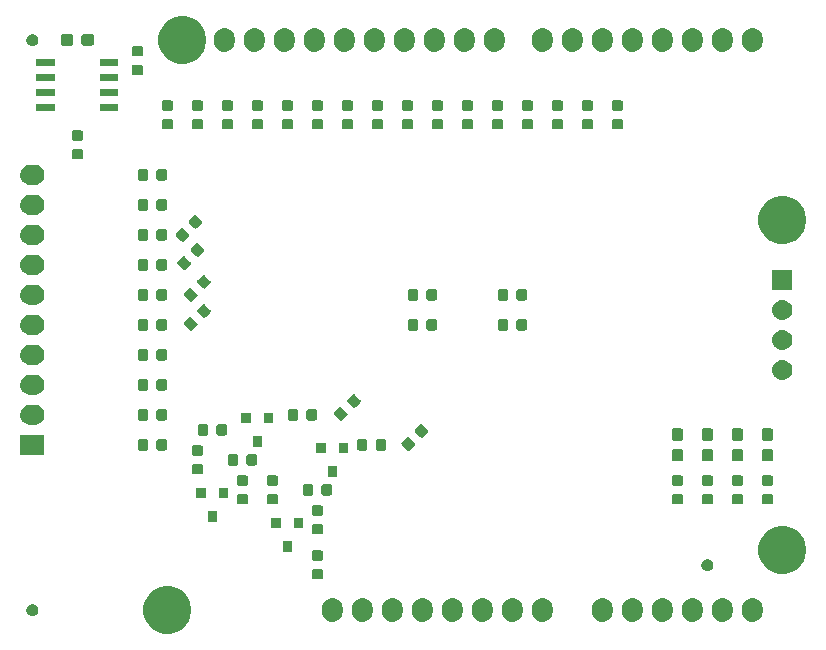
<source format=gbr>
G04 #@! TF.GenerationSoftware,KiCad,Pcbnew,5.0.2-bee76a0~70~ubuntu18.04.1*
G04 #@! TF.CreationDate,2019-04-12T14:14:33+02:00*
G04 #@! TF.ProjectId,KiCad_Shield,4b694361-645f-4536-9869-656c642e6b69,rev?*
G04 #@! TF.SameCoordinates,Original*
G04 #@! TF.FileFunction,Soldermask,Top*
G04 #@! TF.FilePolarity,Negative*
%FSLAX46Y46*%
G04 Gerber Fmt 4.6, Leading zero omitted, Abs format (unit mm)*
G04 Created by KiCad (PCBNEW 5.0.2-bee76a0~70~ubuntu18.04.1) date Fr 12 Apr 2019 14:14:33 CEST*
%MOMM*%
%LPD*%
G01*
G04 APERTURE LIST*
%ADD10C,0.100000*%
G04 APERTURE END LIST*
D10*
G36*
X125560712Y-121871088D02*
X125930510Y-122024263D01*
X125930513Y-122024265D01*
X126263325Y-122246643D01*
X126546357Y-122529675D01*
X126730204Y-122804822D01*
X126768737Y-122862490D01*
X126921912Y-123232288D01*
X127000000Y-123624864D01*
X127000000Y-124025136D01*
X126921912Y-124417712D01*
X126768737Y-124787510D01*
X126768735Y-124787513D01*
X126546357Y-125120325D01*
X126263325Y-125403357D01*
X125930513Y-125625735D01*
X125930510Y-125625737D01*
X125560712Y-125778912D01*
X125168136Y-125857000D01*
X124767864Y-125857000D01*
X124375288Y-125778912D01*
X124005490Y-125625737D01*
X124005487Y-125625735D01*
X123672675Y-125403357D01*
X123389643Y-125120325D01*
X123167265Y-124787513D01*
X123167263Y-124787510D01*
X123014088Y-124417712D01*
X122936000Y-124025136D01*
X122936000Y-123624864D01*
X123014088Y-123232288D01*
X123167263Y-122862490D01*
X123205796Y-122804822D01*
X123389643Y-122529675D01*
X123672675Y-122246643D01*
X124005487Y-122024265D01*
X124005490Y-122024263D01*
X124375288Y-121871088D01*
X124767864Y-121793000D01*
X125168136Y-121793000D01*
X125560712Y-121871088D01*
X125560712Y-121871088D01*
G37*
G36*
X139107294Y-122821496D02*
X139227726Y-122858029D01*
X139270087Y-122870879D01*
X139420112Y-122951068D01*
X139551612Y-123058988D01*
X139659532Y-123190488D01*
X139739721Y-123340512D01*
X139740844Y-123344215D01*
X139789104Y-123503305D01*
X139789396Y-123506269D01*
X139801600Y-123630179D01*
X139801600Y-124019820D01*
X139801076Y-124025136D01*
X139789104Y-124146694D01*
X139768877Y-124213373D01*
X139739721Y-124309488D01*
X139659532Y-124459512D01*
X139551612Y-124591012D01*
X139420112Y-124698932D01*
X139270088Y-124779121D01*
X139242433Y-124787510D01*
X139107295Y-124828504D01*
X138994432Y-124839620D01*
X138938001Y-124845178D01*
X138938000Y-124845178D01*
X138768706Y-124828504D01*
X138633568Y-124787510D01*
X138605913Y-124779121D01*
X138455889Y-124698932D01*
X138365946Y-124625117D01*
X138324388Y-124591012D01*
X138216469Y-124459512D01*
X138194127Y-124417713D01*
X138136279Y-124309488D01*
X138123429Y-124267127D01*
X138086896Y-124146695D01*
X138078538Y-124061837D01*
X138074400Y-124019821D01*
X138074400Y-123630180D01*
X138086604Y-123506269D01*
X138086896Y-123503306D01*
X138136278Y-123340517D01*
X138136279Y-123340513D01*
X138216468Y-123190488D01*
X138324388Y-123058988D01*
X138455888Y-122951068D01*
X138605912Y-122870879D01*
X138648273Y-122858029D01*
X138768705Y-122821496D01*
X138881568Y-122810380D01*
X138937999Y-122804822D01*
X138938000Y-122804822D01*
X139107294Y-122821496D01*
X139107294Y-122821496D01*
G37*
G36*
X174667294Y-122821496D02*
X174787726Y-122858029D01*
X174830087Y-122870879D01*
X174980112Y-122951068D01*
X175111612Y-123058988D01*
X175219532Y-123190488D01*
X175299721Y-123340512D01*
X175300844Y-123344215D01*
X175349104Y-123503305D01*
X175349396Y-123506269D01*
X175361600Y-123630179D01*
X175361600Y-124019820D01*
X175361076Y-124025136D01*
X175349104Y-124146694D01*
X175328877Y-124213373D01*
X175299721Y-124309488D01*
X175219532Y-124459512D01*
X175111612Y-124591012D01*
X174980112Y-124698932D01*
X174830088Y-124779121D01*
X174802433Y-124787510D01*
X174667295Y-124828504D01*
X174554432Y-124839620D01*
X174498001Y-124845178D01*
X174498000Y-124845178D01*
X174328706Y-124828504D01*
X174193568Y-124787510D01*
X174165913Y-124779121D01*
X174015889Y-124698932D01*
X173925946Y-124625117D01*
X173884388Y-124591012D01*
X173776469Y-124459512D01*
X173754127Y-124417713D01*
X173696279Y-124309488D01*
X173683429Y-124267127D01*
X173646896Y-124146695D01*
X173638538Y-124061837D01*
X173634400Y-124019821D01*
X173634400Y-123630180D01*
X173646604Y-123506269D01*
X173646896Y-123503306D01*
X173696278Y-123340517D01*
X173696279Y-123340513D01*
X173776468Y-123190488D01*
X173884388Y-123058988D01*
X174015888Y-122951068D01*
X174165912Y-122870879D01*
X174208273Y-122858029D01*
X174328705Y-122821496D01*
X174441568Y-122810380D01*
X174497999Y-122804822D01*
X174498000Y-122804822D01*
X174667294Y-122821496D01*
X174667294Y-122821496D01*
G37*
G36*
X172127294Y-122821496D02*
X172247726Y-122858029D01*
X172290087Y-122870879D01*
X172440112Y-122951068D01*
X172571612Y-123058988D01*
X172679532Y-123190488D01*
X172759721Y-123340512D01*
X172760844Y-123344215D01*
X172809104Y-123503305D01*
X172809396Y-123506269D01*
X172821600Y-123630179D01*
X172821600Y-124019820D01*
X172821076Y-124025136D01*
X172809104Y-124146694D01*
X172788877Y-124213373D01*
X172759721Y-124309488D01*
X172679532Y-124459512D01*
X172571612Y-124591012D01*
X172440112Y-124698932D01*
X172290088Y-124779121D01*
X172262433Y-124787510D01*
X172127295Y-124828504D01*
X172014432Y-124839620D01*
X171958001Y-124845178D01*
X171958000Y-124845178D01*
X171788706Y-124828504D01*
X171653568Y-124787510D01*
X171625913Y-124779121D01*
X171475889Y-124698932D01*
X171385946Y-124625117D01*
X171344388Y-124591012D01*
X171236469Y-124459512D01*
X171214127Y-124417713D01*
X171156279Y-124309488D01*
X171143429Y-124267127D01*
X171106896Y-124146695D01*
X171098538Y-124061837D01*
X171094400Y-124019821D01*
X171094400Y-123630180D01*
X171106604Y-123506269D01*
X171106896Y-123503306D01*
X171156278Y-123340517D01*
X171156279Y-123340513D01*
X171236468Y-123190488D01*
X171344388Y-123058988D01*
X171475888Y-122951068D01*
X171625912Y-122870879D01*
X171668273Y-122858029D01*
X171788705Y-122821496D01*
X171901568Y-122810380D01*
X171957999Y-122804822D01*
X171958000Y-122804822D01*
X172127294Y-122821496D01*
X172127294Y-122821496D01*
G37*
G36*
X169587294Y-122821496D02*
X169707726Y-122858029D01*
X169750087Y-122870879D01*
X169900112Y-122951068D01*
X170031612Y-123058988D01*
X170139532Y-123190488D01*
X170219721Y-123340512D01*
X170220844Y-123344215D01*
X170269104Y-123503305D01*
X170269396Y-123506269D01*
X170281600Y-123630179D01*
X170281600Y-124019820D01*
X170281076Y-124025136D01*
X170269104Y-124146694D01*
X170248877Y-124213373D01*
X170219721Y-124309488D01*
X170139532Y-124459512D01*
X170031612Y-124591012D01*
X169900112Y-124698932D01*
X169750088Y-124779121D01*
X169722433Y-124787510D01*
X169587295Y-124828504D01*
X169474432Y-124839620D01*
X169418001Y-124845178D01*
X169418000Y-124845178D01*
X169248706Y-124828504D01*
X169113568Y-124787510D01*
X169085913Y-124779121D01*
X168935889Y-124698932D01*
X168845946Y-124625117D01*
X168804388Y-124591012D01*
X168696469Y-124459512D01*
X168674127Y-124417713D01*
X168616279Y-124309488D01*
X168603429Y-124267127D01*
X168566896Y-124146695D01*
X168558538Y-124061837D01*
X168554400Y-124019821D01*
X168554400Y-123630180D01*
X168566604Y-123506269D01*
X168566896Y-123503306D01*
X168616278Y-123340517D01*
X168616279Y-123340513D01*
X168696468Y-123190488D01*
X168804388Y-123058988D01*
X168935888Y-122951068D01*
X169085912Y-122870879D01*
X169128273Y-122858029D01*
X169248705Y-122821496D01*
X169361568Y-122810380D01*
X169417999Y-122804822D01*
X169418000Y-122804822D01*
X169587294Y-122821496D01*
X169587294Y-122821496D01*
G37*
G36*
X167047294Y-122821496D02*
X167167726Y-122858029D01*
X167210087Y-122870879D01*
X167360112Y-122951068D01*
X167491612Y-123058988D01*
X167599532Y-123190488D01*
X167679721Y-123340512D01*
X167680844Y-123344215D01*
X167729104Y-123503305D01*
X167729396Y-123506269D01*
X167741600Y-123630179D01*
X167741600Y-124019820D01*
X167741076Y-124025136D01*
X167729104Y-124146694D01*
X167708877Y-124213373D01*
X167679721Y-124309488D01*
X167599532Y-124459512D01*
X167491612Y-124591012D01*
X167360112Y-124698932D01*
X167210088Y-124779121D01*
X167182433Y-124787510D01*
X167047295Y-124828504D01*
X166934432Y-124839620D01*
X166878001Y-124845178D01*
X166878000Y-124845178D01*
X166708706Y-124828504D01*
X166573568Y-124787510D01*
X166545913Y-124779121D01*
X166395889Y-124698932D01*
X166305946Y-124625117D01*
X166264388Y-124591012D01*
X166156469Y-124459512D01*
X166134127Y-124417713D01*
X166076279Y-124309488D01*
X166063429Y-124267127D01*
X166026896Y-124146695D01*
X166018538Y-124061837D01*
X166014400Y-124019821D01*
X166014400Y-123630180D01*
X166026604Y-123506269D01*
X166026896Y-123503306D01*
X166076278Y-123340517D01*
X166076279Y-123340513D01*
X166156468Y-123190488D01*
X166264388Y-123058988D01*
X166395888Y-122951068D01*
X166545912Y-122870879D01*
X166588273Y-122858029D01*
X166708705Y-122821496D01*
X166821568Y-122810380D01*
X166877999Y-122804822D01*
X166878000Y-122804822D01*
X167047294Y-122821496D01*
X167047294Y-122821496D01*
G37*
G36*
X164507294Y-122821496D02*
X164627726Y-122858029D01*
X164670087Y-122870879D01*
X164820112Y-122951068D01*
X164951612Y-123058988D01*
X165059532Y-123190488D01*
X165139721Y-123340512D01*
X165140844Y-123344215D01*
X165189104Y-123503305D01*
X165189396Y-123506269D01*
X165201600Y-123630179D01*
X165201600Y-124019820D01*
X165201076Y-124025136D01*
X165189104Y-124146694D01*
X165168877Y-124213373D01*
X165139721Y-124309488D01*
X165059532Y-124459512D01*
X164951612Y-124591012D01*
X164820112Y-124698932D01*
X164670088Y-124779121D01*
X164642433Y-124787510D01*
X164507295Y-124828504D01*
X164394432Y-124839620D01*
X164338001Y-124845178D01*
X164338000Y-124845178D01*
X164168706Y-124828504D01*
X164033568Y-124787510D01*
X164005913Y-124779121D01*
X163855889Y-124698932D01*
X163765946Y-124625117D01*
X163724388Y-124591012D01*
X163616469Y-124459512D01*
X163594127Y-124417713D01*
X163536279Y-124309488D01*
X163523429Y-124267127D01*
X163486896Y-124146695D01*
X163478538Y-124061837D01*
X163474400Y-124019821D01*
X163474400Y-123630180D01*
X163486604Y-123506269D01*
X163486896Y-123503306D01*
X163536278Y-123340517D01*
X163536279Y-123340513D01*
X163616468Y-123190488D01*
X163724388Y-123058988D01*
X163855888Y-122951068D01*
X164005912Y-122870879D01*
X164048273Y-122858029D01*
X164168705Y-122821496D01*
X164281568Y-122810380D01*
X164337999Y-122804822D01*
X164338000Y-122804822D01*
X164507294Y-122821496D01*
X164507294Y-122821496D01*
G37*
G36*
X161967294Y-122821496D02*
X162087726Y-122858029D01*
X162130087Y-122870879D01*
X162280112Y-122951068D01*
X162411612Y-123058988D01*
X162519532Y-123190488D01*
X162599721Y-123340512D01*
X162600844Y-123344215D01*
X162649104Y-123503305D01*
X162649396Y-123506269D01*
X162661600Y-123630179D01*
X162661600Y-124019820D01*
X162661076Y-124025136D01*
X162649104Y-124146694D01*
X162628877Y-124213373D01*
X162599721Y-124309488D01*
X162519532Y-124459512D01*
X162411612Y-124591012D01*
X162280112Y-124698932D01*
X162130088Y-124779121D01*
X162102433Y-124787510D01*
X161967295Y-124828504D01*
X161854432Y-124839620D01*
X161798001Y-124845178D01*
X161798000Y-124845178D01*
X161628706Y-124828504D01*
X161493568Y-124787510D01*
X161465913Y-124779121D01*
X161315889Y-124698932D01*
X161225946Y-124625117D01*
X161184388Y-124591012D01*
X161076469Y-124459512D01*
X161054127Y-124417713D01*
X160996279Y-124309488D01*
X160983429Y-124267127D01*
X160946896Y-124146695D01*
X160938538Y-124061837D01*
X160934400Y-124019821D01*
X160934400Y-123630180D01*
X160946604Y-123506269D01*
X160946896Y-123503306D01*
X160996278Y-123340517D01*
X160996279Y-123340513D01*
X161076468Y-123190488D01*
X161184388Y-123058988D01*
X161315888Y-122951068D01*
X161465912Y-122870879D01*
X161508273Y-122858029D01*
X161628705Y-122821496D01*
X161741568Y-122810380D01*
X161797999Y-122804822D01*
X161798000Y-122804822D01*
X161967294Y-122821496D01*
X161967294Y-122821496D01*
G37*
G36*
X154347294Y-122821496D02*
X154467726Y-122858029D01*
X154510087Y-122870879D01*
X154660112Y-122951068D01*
X154791612Y-123058988D01*
X154899532Y-123190488D01*
X154979721Y-123340512D01*
X154980844Y-123344215D01*
X155029104Y-123503305D01*
X155029396Y-123506269D01*
X155041600Y-123630179D01*
X155041600Y-124019820D01*
X155041076Y-124025136D01*
X155029104Y-124146694D01*
X155008877Y-124213373D01*
X154979721Y-124309488D01*
X154899532Y-124459512D01*
X154791612Y-124591012D01*
X154660112Y-124698932D01*
X154510088Y-124779121D01*
X154482433Y-124787510D01*
X154347295Y-124828504D01*
X154234432Y-124839620D01*
X154178001Y-124845178D01*
X154178000Y-124845178D01*
X154008706Y-124828504D01*
X153873568Y-124787510D01*
X153845913Y-124779121D01*
X153695889Y-124698932D01*
X153605946Y-124625117D01*
X153564388Y-124591012D01*
X153456469Y-124459512D01*
X153434127Y-124417713D01*
X153376279Y-124309488D01*
X153363429Y-124267127D01*
X153326896Y-124146695D01*
X153318538Y-124061837D01*
X153314400Y-124019821D01*
X153314400Y-123630180D01*
X153326604Y-123506269D01*
X153326896Y-123503306D01*
X153376278Y-123340517D01*
X153376279Y-123340513D01*
X153456468Y-123190488D01*
X153564388Y-123058988D01*
X153695888Y-122951068D01*
X153845912Y-122870879D01*
X153888273Y-122858029D01*
X154008705Y-122821496D01*
X154121568Y-122810380D01*
X154177999Y-122804822D01*
X154178000Y-122804822D01*
X154347294Y-122821496D01*
X154347294Y-122821496D01*
G37*
G36*
X156887294Y-122821496D02*
X157007726Y-122858029D01*
X157050087Y-122870879D01*
X157200112Y-122951068D01*
X157331612Y-123058988D01*
X157439532Y-123190488D01*
X157519721Y-123340512D01*
X157520844Y-123344215D01*
X157569104Y-123503305D01*
X157569396Y-123506269D01*
X157581600Y-123630179D01*
X157581600Y-124019820D01*
X157581076Y-124025136D01*
X157569104Y-124146694D01*
X157548877Y-124213373D01*
X157519721Y-124309488D01*
X157439532Y-124459512D01*
X157331612Y-124591012D01*
X157200112Y-124698932D01*
X157050088Y-124779121D01*
X157022433Y-124787510D01*
X156887295Y-124828504D01*
X156774432Y-124839620D01*
X156718001Y-124845178D01*
X156718000Y-124845178D01*
X156548706Y-124828504D01*
X156413568Y-124787510D01*
X156385913Y-124779121D01*
X156235889Y-124698932D01*
X156145946Y-124625117D01*
X156104388Y-124591012D01*
X155996469Y-124459512D01*
X155974127Y-124417713D01*
X155916279Y-124309488D01*
X155903429Y-124267127D01*
X155866896Y-124146695D01*
X155858538Y-124061837D01*
X155854400Y-124019821D01*
X155854400Y-123630180D01*
X155866604Y-123506269D01*
X155866896Y-123503306D01*
X155916278Y-123340517D01*
X155916279Y-123340513D01*
X155996468Y-123190488D01*
X156104388Y-123058988D01*
X156235888Y-122951068D01*
X156385912Y-122870879D01*
X156428273Y-122858029D01*
X156548705Y-122821496D01*
X156661568Y-122810380D01*
X156717999Y-122804822D01*
X156718000Y-122804822D01*
X156887294Y-122821496D01*
X156887294Y-122821496D01*
G37*
G36*
X141647294Y-122821496D02*
X141767726Y-122858029D01*
X141810087Y-122870879D01*
X141960112Y-122951068D01*
X142091612Y-123058988D01*
X142199532Y-123190488D01*
X142279721Y-123340512D01*
X142280844Y-123344215D01*
X142329104Y-123503305D01*
X142329396Y-123506269D01*
X142341600Y-123630179D01*
X142341600Y-124019820D01*
X142341076Y-124025136D01*
X142329104Y-124146694D01*
X142308877Y-124213373D01*
X142279721Y-124309488D01*
X142199532Y-124459512D01*
X142091612Y-124591012D01*
X141960112Y-124698932D01*
X141810088Y-124779121D01*
X141782433Y-124787510D01*
X141647295Y-124828504D01*
X141534432Y-124839620D01*
X141478001Y-124845178D01*
X141478000Y-124845178D01*
X141308706Y-124828504D01*
X141173568Y-124787510D01*
X141145913Y-124779121D01*
X140995889Y-124698932D01*
X140905946Y-124625117D01*
X140864388Y-124591012D01*
X140756469Y-124459512D01*
X140734127Y-124417713D01*
X140676279Y-124309488D01*
X140663429Y-124267127D01*
X140626896Y-124146695D01*
X140618538Y-124061837D01*
X140614400Y-124019821D01*
X140614400Y-123630180D01*
X140626604Y-123506269D01*
X140626896Y-123503306D01*
X140676278Y-123340517D01*
X140676279Y-123340513D01*
X140756468Y-123190488D01*
X140864388Y-123058988D01*
X140995888Y-122951068D01*
X141145912Y-122870879D01*
X141188273Y-122858029D01*
X141308705Y-122821496D01*
X141421568Y-122810380D01*
X141477999Y-122804822D01*
X141478000Y-122804822D01*
X141647294Y-122821496D01*
X141647294Y-122821496D01*
G37*
G36*
X144187294Y-122821496D02*
X144307726Y-122858029D01*
X144350087Y-122870879D01*
X144500112Y-122951068D01*
X144631612Y-123058988D01*
X144739532Y-123190488D01*
X144819721Y-123340512D01*
X144820844Y-123344215D01*
X144869104Y-123503305D01*
X144869396Y-123506269D01*
X144881600Y-123630179D01*
X144881600Y-124019820D01*
X144881076Y-124025136D01*
X144869104Y-124146694D01*
X144848877Y-124213373D01*
X144819721Y-124309488D01*
X144739532Y-124459512D01*
X144631612Y-124591012D01*
X144500112Y-124698932D01*
X144350088Y-124779121D01*
X144322433Y-124787510D01*
X144187295Y-124828504D01*
X144074432Y-124839620D01*
X144018001Y-124845178D01*
X144018000Y-124845178D01*
X143848706Y-124828504D01*
X143713568Y-124787510D01*
X143685913Y-124779121D01*
X143535889Y-124698932D01*
X143445946Y-124625117D01*
X143404388Y-124591012D01*
X143296469Y-124459512D01*
X143274127Y-124417713D01*
X143216279Y-124309488D01*
X143203429Y-124267127D01*
X143166896Y-124146695D01*
X143158538Y-124061837D01*
X143154400Y-124019821D01*
X143154400Y-123630180D01*
X143166604Y-123506269D01*
X143166896Y-123503306D01*
X143216278Y-123340517D01*
X143216279Y-123340513D01*
X143296468Y-123190488D01*
X143404388Y-123058988D01*
X143535888Y-122951068D01*
X143685912Y-122870879D01*
X143728273Y-122858029D01*
X143848705Y-122821496D01*
X143961568Y-122810380D01*
X144017999Y-122804822D01*
X144018000Y-122804822D01*
X144187294Y-122821496D01*
X144187294Y-122821496D01*
G37*
G36*
X149267294Y-122821496D02*
X149387726Y-122858029D01*
X149430087Y-122870879D01*
X149580112Y-122951068D01*
X149711612Y-123058988D01*
X149819532Y-123190488D01*
X149899721Y-123340512D01*
X149900844Y-123344215D01*
X149949104Y-123503305D01*
X149949396Y-123506269D01*
X149961600Y-123630179D01*
X149961600Y-124019820D01*
X149961076Y-124025136D01*
X149949104Y-124146694D01*
X149928877Y-124213373D01*
X149899721Y-124309488D01*
X149819532Y-124459512D01*
X149711612Y-124591012D01*
X149580112Y-124698932D01*
X149430088Y-124779121D01*
X149402433Y-124787510D01*
X149267295Y-124828504D01*
X149154432Y-124839620D01*
X149098001Y-124845178D01*
X149098000Y-124845178D01*
X148928706Y-124828504D01*
X148793568Y-124787510D01*
X148765913Y-124779121D01*
X148615889Y-124698932D01*
X148525946Y-124625117D01*
X148484388Y-124591012D01*
X148376469Y-124459512D01*
X148354127Y-124417713D01*
X148296279Y-124309488D01*
X148283429Y-124267127D01*
X148246896Y-124146695D01*
X148238538Y-124061837D01*
X148234400Y-124019821D01*
X148234400Y-123630180D01*
X148246604Y-123506269D01*
X148246896Y-123503306D01*
X148296278Y-123340517D01*
X148296279Y-123340513D01*
X148376468Y-123190488D01*
X148484388Y-123058988D01*
X148615888Y-122951068D01*
X148765912Y-122870879D01*
X148808273Y-122858029D01*
X148928705Y-122821496D01*
X149041568Y-122810380D01*
X149097999Y-122804822D01*
X149098000Y-122804822D01*
X149267294Y-122821496D01*
X149267294Y-122821496D01*
G37*
G36*
X146727294Y-122821496D02*
X146847726Y-122858029D01*
X146890087Y-122870879D01*
X147040112Y-122951068D01*
X147171612Y-123058988D01*
X147279532Y-123190488D01*
X147359721Y-123340512D01*
X147360844Y-123344215D01*
X147409104Y-123503305D01*
X147409396Y-123506269D01*
X147421600Y-123630179D01*
X147421600Y-124019820D01*
X147421076Y-124025136D01*
X147409104Y-124146694D01*
X147388877Y-124213373D01*
X147359721Y-124309488D01*
X147279532Y-124459512D01*
X147171612Y-124591012D01*
X147040112Y-124698932D01*
X146890088Y-124779121D01*
X146862433Y-124787510D01*
X146727295Y-124828504D01*
X146614432Y-124839620D01*
X146558001Y-124845178D01*
X146558000Y-124845178D01*
X146388706Y-124828504D01*
X146253568Y-124787510D01*
X146225913Y-124779121D01*
X146075889Y-124698932D01*
X145985946Y-124625117D01*
X145944388Y-124591012D01*
X145836469Y-124459512D01*
X145814127Y-124417713D01*
X145756279Y-124309488D01*
X145743429Y-124267127D01*
X145706896Y-124146695D01*
X145698538Y-124061837D01*
X145694400Y-124019821D01*
X145694400Y-123630180D01*
X145706604Y-123506269D01*
X145706896Y-123503306D01*
X145756278Y-123340517D01*
X145756279Y-123340513D01*
X145836468Y-123190488D01*
X145944388Y-123058988D01*
X146075888Y-122951068D01*
X146225912Y-122870879D01*
X146268273Y-122858029D01*
X146388705Y-122821496D01*
X146501568Y-122810380D01*
X146557999Y-122804822D01*
X146558000Y-122804822D01*
X146727294Y-122821496D01*
X146727294Y-122821496D01*
G37*
G36*
X151807294Y-122821496D02*
X151927726Y-122858029D01*
X151970087Y-122870879D01*
X152120112Y-122951068D01*
X152251612Y-123058988D01*
X152359532Y-123190488D01*
X152439721Y-123340512D01*
X152440844Y-123344215D01*
X152489104Y-123503305D01*
X152489396Y-123506269D01*
X152501600Y-123630179D01*
X152501600Y-124019820D01*
X152501076Y-124025136D01*
X152489104Y-124146694D01*
X152468877Y-124213373D01*
X152439721Y-124309488D01*
X152359532Y-124459512D01*
X152251612Y-124591012D01*
X152120112Y-124698932D01*
X151970088Y-124779121D01*
X151942433Y-124787510D01*
X151807295Y-124828504D01*
X151694432Y-124839620D01*
X151638001Y-124845178D01*
X151638000Y-124845178D01*
X151468706Y-124828504D01*
X151333568Y-124787510D01*
X151305913Y-124779121D01*
X151155889Y-124698932D01*
X151065946Y-124625117D01*
X151024388Y-124591012D01*
X150916469Y-124459512D01*
X150894127Y-124417713D01*
X150836279Y-124309488D01*
X150823429Y-124267127D01*
X150786896Y-124146695D01*
X150778538Y-124061837D01*
X150774400Y-124019821D01*
X150774400Y-123630180D01*
X150786604Y-123506269D01*
X150786896Y-123503306D01*
X150836278Y-123340517D01*
X150836279Y-123340513D01*
X150916468Y-123190488D01*
X151024388Y-123058988D01*
X151155888Y-122951068D01*
X151305912Y-122870879D01*
X151348273Y-122858029D01*
X151468705Y-122821496D01*
X151581568Y-122810380D01*
X151637999Y-122804822D01*
X151638000Y-122804822D01*
X151807294Y-122821496D01*
X151807294Y-122821496D01*
G37*
G36*
X113683845Y-123344215D02*
X113774839Y-123381906D01*
X113855640Y-123435896D01*
X113856734Y-123436627D01*
X113926373Y-123506266D01*
X113981095Y-123588163D01*
X114018785Y-123679155D01*
X114038000Y-123775755D01*
X114038000Y-123874245D01*
X114018785Y-123970845D01*
X113981095Y-124061837D01*
X113926373Y-124143734D01*
X113856734Y-124213373D01*
X113856731Y-124213375D01*
X113774839Y-124268094D01*
X113683845Y-124305785D01*
X113587246Y-124325000D01*
X113488754Y-124325000D01*
X113392155Y-124305785D01*
X113301161Y-124268094D01*
X113219269Y-124213375D01*
X113219266Y-124213373D01*
X113149627Y-124143734D01*
X113094905Y-124061837D01*
X113057215Y-123970845D01*
X113038000Y-123874245D01*
X113038000Y-123775755D01*
X113057215Y-123679155D01*
X113094905Y-123588163D01*
X113149627Y-123506266D01*
X113219266Y-123436627D01*
X113220360Y-123435896D01*
X113301161Y-123381906D01*
X113392155Y-123344215D01*
X113488754Y-123325000D01*
X113587246Y-123325000D01*
X113683845Y-123344215D01*
X113683845Y-123344215D01*
G37*
G36*
X138017116Y-120368595D02*
X138046313Y-120377452D01*
X138073218Y-120391833D01*
X138096808Y-120411192D01*
X138116167Y-120434782D01*
X138130548Y-120461687D01*
X138139405Y-120490884D01*
X138143000Y-120527390D01*
X138143000Y-121077610D01*
X138139405Y-121114116D01*
X138130548Y-121143313D01*
X138116167Y-121170218D01*
X138096808Y-121193808D01*
X138073218Y-121213167D01*
X138046313Y-121227548D01*
X138017116Y-121236405D01*
X137980610Y-121240000D01*
X137355390Y-121240000D01*
X137318884Y-121236405D01*
X137289687Y-121227548D01*
X137262782Y-121213167D01*
X137239192Y-121193808D01*
X137219833Y-121170218D01*
X137205452Y-121143313D01*
X137196595Y-121114116D01*
X137193000Y-121077610D01*
X137193000Y-120527390D01*
X137196595Y-120490884D01*
X137205452Y-120461687D01*
X137219833Y-120434782D01*
X137239192Y-120411192D01*
X137262782Y-120391833D01*
X137289687Y-120377452D01*
X137318884Y-120368595D01*
X137355390Y-120365000D01*
X137980610Y-120365000D01*
X138017116Y-120368595D01*
X138017116Y-120368595D01*
G37*
G36*
X177630712Y-116791088D02*
X178000510Y-116944263D01*
X178000513Y-116944265D01*
X178333325Y-117166643D01*
X178616357Y-117449675D01*
X178838735Y-117782487D01*
X178838737Y-117782490D01*
X178991912Y-118152288D01*
X179070000Y-118544864D01*
X179070000Y-118945136D01*
X178991912Y-119337712D01*
X178838737Y-119707510D01*
X178838735Y-119707513D01*
X178616357Y-120040325D01*
X178333325Y-120323357D01*
X178125503Y-120462219D01*
X178000510Y-120545737D01*
X177630712Y-120698912D01*
X177238136Y-120777000D01*
X176837864Y-120777000D01*
X176445288Y-120698912D01*
X176075490Y-120545737D01*
X175950497Y-120462219D01*
X175742675Y-120323357D01*
X175459643Y-120040325D01*
X175237265Y-119707513D01*
X175237263Y-119707510D01*
X175084088Y-119337712D01*
X175006000Y-118945136D01*
X175006000Y-118544864D01*
X175084088Y-118152288D01*
X175237263Y-117782490D01*
X175237265Y-117782487D01*
X175459643Y-117449675D01*
X175742675Y-117166643D01*
X176075487Y-116944265D01*
X176075490Y-116944263D01*
X176445288Y-116791088D01*
X176837864Y-116713000D01*
X177238136Y-116713000D01*
X177630712Y-116791088D01*
X177630712Y-116791088D01*
G37*
G36*
X170812464Y-119529962D02*
X170833845Y-119534215D01*
X170914881Y-119567781D01*
X170924839Y-119571906D01*
X170968276Y-119600930D01*
X171006734Y-119626627D01*
X171076373Y-119696266D01*
X171131095Y-119778163D01*
X171168785Y-119869155D01*
X171188000Y-119965755D01*
X171188000Y-120064245D01*
X171168785Y-120160845D01*
X171131095Y-120251837D01*
X171076373Y-120333734D01*
X171006734Y-120403373D01*
X171006731Y-120403375D01*
X170924839Y-120458094D01*
X170924838Y-120458095D01*
X170924837Y-120458095D01*
X170845677Y-120490884D01*
X170833845Y-120495785D01*
X170737246Y-120515000D01*
X170638754Y-120515000D01*
X170542155Y-120495785D01*
X170530323Y-120490884D01*
X170451163Y-120458095D01*
X170451162Y-120458095D01*
X170451161Y-120458094D01*
X170369269Y-120403375D01*
X170369266Y-120403373D01*
X170299627Y-120333734D01*
X170244905Y-120251837D01*
X170207215Y-120160845D01*
X170188000Y-120064245D01*
X170188000Y-119965755D01*
X170207215Y-119869155D01*
X170244905Y-119778163D01*
X170299627Y-119696266D01*
X170369266Y-119626627D01*
X170407724Y-119600930D01*
X170451161Y-119571906D01*
X170461120Y-119567781D01*
X170542155Y-119534215D01*
X170563536Y-119529962D01*
X170638754Y-119515000D01*
X170737246Y-119515000D01*
X170812464Y-119529962D01*
X170812464Y-119529962D01*
G37*
G36*
X138017116Y-118793595D02*
X138046313Y-118802452D01*
X138073218Y-118816833D01*
X138096808Y-118836192D01*
X138116167Y-118859782D01*
X138130548Y-118886687D01*
X138139405Y-118915884D01*
X138143000Y-118952390D01*
X138143000Y-119502610D01*
X138139405Y-119539116D01*
X138130548Y-119568313D01*
X138116167Y-119595218D01*
X138096808Y-119618808D01*
X138073218Y-119638167D01*
X138046313Y-119652548D01*
X138017116Y-119661405D01*
X137980610Y-119665000D01*
X137355390Y-119665000D01*
X137318884Y-119661405D01*
X137289687Y-119652548D01*
X137262782Y-119638167D01*
X137239192Y-119618808D01*
X137219833Y-119595218D01*
X137205452Y-119568313D01*
X137196595Y-119539116D01*
X137193000Y-119502610D01*
X137193000Y-118952390D01*
X137196595Y-118915884D01*
X137205452Y-118886687D01*
X137219833Y-118859782D01*
X137239192Y-118836192D01*
X137262782Y-118816833D01*
X137289687Y-118802452D01*
X137318884Y-118793595D01*
X137355390Y-118790000D01*
X137980610Y-118790000D01*
X138017116Y-118793595D01*
X138017116Y-118793595D01*
G37*
G36*
X135528000Y-118925000D02*
X134728000Y-118925000D01*
X134728000Y-118025000D01*
X135528000Y-118025000D01*
X135528000Y-118925000D01*
X135528000Y-118925000D01*
G37*
G36*
X138017116Y-116558595D02*
X138046313Y-116567452D01*
X138073218Y-116581833D01*
X138096808Y-116601192D01*
X138116167Y-116624782D01*
X138130548Y-116651687D01*
X138139405Y-116680884D01*
X138143000Y-116717390D01*
X138143000Y-117267610D01*
X138139405Y-117304116D01*
X138130548Y-117333313D01*
X138116167Y-117360218D01*
X138096808Y-117383808D01*
X138073218Y-117403167D01*
X138046313Y-117417548D01*
X138017116Y-117426405D01*
X137980610Y-117430000D01*
X137355390Y-117430000D01*
X137318884Y-117426405D01*
X137289687Y-117417548D01*
X137262782Y-117403167D01*
X137239192Y-117383808D01*
X137219833Y-117360218D01*
X137205452Y-117333313D01*
X137196595Y-117304116D01*
X137193000Y-117267610D01*
X137193000Y-116717390D01*
X137196595Y-116680884D01*
X137205452Y-116651687D01*
X137219833Y-116624782D01*
X137239192Y-116601192D01*
X137262782Y-116581833D01*
X137289687Y-116567452D01*
X137318884Y-116558595D01*
X137355390Y-116555000D01*
X137980610Y-116555000D01*
X138017116Y-116558595D01*
X138017116Y-116558595D01*
G37*
G36*
X136478000Y-116925000D02*
X135678000Y-116925000D01*
X135678000Y-116025000D01*
X136478000Y-116025000D01*
X136478000Y-116925000D01*
X136478000Y-116925000D01*
G37*
G36*
X134578000Y-116925000D02*
X133778000Y-116925000D01*
X133778000Y-116025000D01*
X134578000Y-116025000D01*
X134578000Y-116925000D01*
X134578000Y-116925000D01*
G37*
G36*
X129178000Y-116385000D02*
X128378000Y-116385000D01*
X128378000Y-115485000D01*
X129178000Y-115485000D01*
X129178000Y-116385000D01*
X129178000Y-116385000D01*
G37*
G36*
X138017116Y-114983595D02*
X138046313Y-114992452D01*
X138073218Y-115006833D01*
X138096808Y-115026192D01*
X138116167Y-115049782D01*
X138130548Y-115076687D01*
X138139405Y-115105884D01*
X138143000Y-115142390D01*
X138143000Y-115692610D01*
X138139405Y-115729116D01*
X138130548Y-115758313D01*
X138116167Y-115785218D01*
X138096808Y-115808808D01*
X138073218Y-115828167D01*
X138046313Y-115842548D01*
X138017116Y-115851405D01*
X137980610Y-115855000D01*
X137355390Y-115855000D01*
X137318884Y-115851405D01*
X137289687Y-115842548D01*
X137262782Y-115828167D01*
X137239192Y-115808808D01*
X137219833Y-115785218D01*
X137205452Y-115758313D01*
X137196595Y-115729116D01*
X137193000Y-115692610D01*
X137193000Y-115142390D01*
X137196595Y-115105884D01*
X137205452Y-115076687D01*
X137219833Y-115049782D01*
X137239192Y-115026192D01*
X137262782Y-115006833D01*
X137289687Y-114992452D01*
X137318884Y-114983595D01*
X137355390Y-114980000D01*
X137980610Y-114980000D01*
X138017116Y-114983595D01*
X138017116Y-114983595D01*
G37*
G36*
X131667116Y-114018595D02*
X131696313Y-114027452D01*
X131723218Y-114041833D01*
X131746808Y-114061192D01*
X131766167Y-114084782D01*
X131780548Y-114111687D01*
X131789405Y-114140884D01*
X131793000Y-114177390D01*
X131793000Y-114727610D01*
X131789405Y-114764116D01*
X131780548Y-114793313D01*
X131766167Y-114820218D01*
X131746808Y-114843808D01*
X131723218Y-114863167D01*
X131696313Y-114877548D01*
X131667116Y-114886405D01*
X131630610Y-114890000D01*
X131005390Y-114890000D01*
X130968884Y-114886405D01*
X130939687Y-114877548D01*
X130912782Y-114863167D01*
X130889192Y-114843808D01*
X130869833Y-114820218D01*
X130855452Y-114793313D01*
X130846595Y-114764116D01*
X130843000Y-114727610D01*
X130843000Y-114177390D01*
X130846595Y-114140884D01*
X130855452Y-114111687D01*
X130869833Y-114084782D01*
X130889192Y-114061192D01*
X130912782Y-114041833D01*
X130939687Y-114027452D01*
X130968884Y-114018595D01*
X131005390Y-114015000D01*
X131630610Y-114015000D01*
X131667116Y-114018595D01*
X131667116Y-114018595D01*
G37*
G36*
X171037116Y-114018595D02*
X171066313Y-114027452D01*
X171093218Y-114041833D01*
X171116808Y-114061192D01*
X171136167Y-114084782D01*
X171150548Y-114111687D01*
X171159405Y-114140884D01*
X171163000Y-114177390D01*
X171163000Y-114727610D01*
X171159405Y-114764116D01*
X171150548Y-114793313D01*
X171136167Y-114820218D01*
X171116808Y-114843808D01*
X171093218Y-114863167D01*
X171066313Y-114877548D01*
X171037116Y-114886405D01*
X171000610Y-114890000D01*
X170375390Y-114890000D01*
X170338884Y-114886405D01*
X170309687Y-114877548D01*
X170282782Y-114863167D01*
X170259192Y-114843808D01*
X170239833Y-114820218D01*
X170225452Y-114793313D01*
X170216595Y-114764116D01*
X170213000Y-114727610D01*
X170213000Y-114177390D01*
X170216595Y-114140884D01*
X170225452Y-114111687D01*
X170239833Y-114084782D01*
X170259192Y-114061192D01*
X170282782Y-114041833D01*
X170309687Y-114027452D01*
X170338884Y-114018595D01*
X170375390Y-114015000D01*
X171000610Y-114015000D01*
X171037116Y-114018595D01*
X171037116Y-114018595D01*
G37*
G36*
X168497116Y-114018595D02*
X168526313Y-114027452D01*
X168553218Y-114041833D01*
X168576808Y-114061192D01*
X168596167Y-114084782D01*
X168610548Y-114111687D01*
X168619405Y-114140884D01*
X168623000Y-114177390D01*
X168623000Y-114727610D01*
X168619405Y-114764116D01*
X168610548Y-114793313D01*
X168596167Y-114820218D01*
X168576808Y-114843808D01*
X168553218Y-114863167D01*
X168526313Y-114877548D01*
X168497116Y-114886405D01*
X168460610Y-114890000D01*
X167835390Y-114890000D01*
X167798884Y-114886405D01*
X167769687Y-114877548D01*
X167742782Y-114863167D01*
X167719192Y-114843808D01*
X167699833Y-114820218D01*
X167685452Y-114793313D01*
X167676595Y-114764116D01*
X167673000Y-114727610D01*
X167673000Y-114177390D01*
X167676595Y-114140884D01*
X167685452Y-114111687D01*
X167699833Y-114084782D01*
X167719192Y-114061192D01*
X167742782Y-114041833D01*
X167769687Y-114027452D01*
X167798884Y-114018595D01*
X167835390Y-114015000D01*
X168460610Y-114015000D01*
X168497116Y-114018595D01*
X168497116Y-114018595D01*
G37*
G36*
X134207116Y-114018595D02*
X134236313Y-114027452D01*
X134263218Y-114041833D01*
X134286808Y-114061192D01*
X134306167Y-114084782D01*
X134320548Y-114111687D01*
X134329405Y-114140884D01*
X134333000Y-114177390D01*
X134333000Y-114727610D01*
X134329405Y-114764116D01*
X134320548Y-114793313D01*
X134306167Y-114820218D01*
X134286808Y-114843808D01*
X134263218Y-114863167D01*
X134236313Y-114877548D01*
X134207116Y-114886405D01*
X134170610Y-114890000D01*
X133545390Y-114890000D01*
X133508884Y-114886405D01*
X133479687Y-114877548D01*
X133452782Y-114863167D01*
X133429192Y-114843808D01*
X133409833Y-114820218D01*
X133395452Y-114793313D01*
X133386595Y-114764116D01*
X133383000Y-114727610D01*
X133383000Y-114177390D01*
X133386595Y-114140884D01*
X133395452Y-114111687D01*
X133409833Y-114084782D01*
X133429192Y-114061192D01*
X133452782Y-114041833D01*
X133479687Y-114027452D01*
X133508884Y-114018595D01*
X133545390Y-114015000D01*
X134170610Y-114015000D01*
X134207116Y-114018595D01*
X134207116Y-114018595D01*
G37*
G36*
X173577116Y-114018595D02*
X173606313Y-114027452D01*
X173633218Y-114041833D01*
X173656808Y-114061192D01*
X173676167Y-114084782D01*
X173690548Y-114111687D01*
X173699405Y-114140884D01*
X173703000Y-114177390D01*
X173703000Y-114727610D01*
X173699405Y-114764116D01*
X173690548Y-114793313D01*
X173676167Y-114820218D01*
X173656808Y-114843808D01*
X173633218Y-114863167D01*
X173606313Y-114877548D01*
X173577116Y-114886405D01*
X173540610Y-114890000D01*
X172915390Y-114890000D01*
X172878884Y-114886405D01*
X172849687Y-114877548D01*
X172822782Y-114863167D01*
X172799192Y-114843808D01*
X172779833Y-114820218D01*
X172765452Y-114793313D01*
X172756595Y-114764116D01*
X172753000Y-114727610D01*
X172753000Y-114177390D01*
X172756595Y-114140884D01*
X172765452Y-114111687D01*
X172779833Y-114084782D01*
X172799192Y-114061192D01*
X172822782Y-114041833D01*
X172849687Y-114027452D01*
X172878884Y-114018595D01*
X172915390Y-114015000D01*
X173540610Y-114015000D01*
X173577116Y-114018595D01*
X173577116Y-114018595D01*
G37*
G36*
X176117116Y-114018595D02*
X176146313Y-114027452D01*
X176173218Y-114041833D01*
X176196808Y-114061192D01*
X176216167Y-114084782D01*
X176230548Y-114111687D01*
X176239405Y-114140884D01*
X176243000Y-114177390D01*
X176243000Y-114727610D01*
X176239405Y-114764116D01*
X176230548Y-114793313D01*
X176216167Y-114820218D01*
X176196808Y-114843808D01*
X176173218Y-114863167D01*
X176146313Y-114877548D01*
X176117116Y-114886405D01*
X176080610Y-114890000D01*
X175455390Y-114890000D01*
X175418884Y-114886405D01*
X175389687Y-114877548D01*
X175362782Y-114863167D01*
X175339192Y-114843808D01*
X175319833Y-114820218D01*
X175305452Y-114793313D01*
X175296595Y-114764116D01*
X175293000Y-114727610D01*
X175293000Y-114177390D01*
X175296595Y-114140884D01*
X175305452Y-114111687D01*
X175319833Y-114084782D01*
X175339192Y-114061192D01*
X175362782Y-114041833D01*
X175389687Y-114027452D01*
X175418884Y-114018595D01*
X175455390Y-114015000D01*
X176080610Y-114015000D01*
X176117116Y-114018595D01*
X176117116Y-114018595D01*
G37*
G36*
X130128000Y-114385000D02*
X129328000Y-114385000D01*
X129328000Y-113485000D01*
X130128000Y-113485000D01*
X130128000Y-114385000D01*
X130128000Y-114385000D01*
G37*
G36*
X128228000Y-114385000D02*
X127428000Y-114385000D01*
X127428000Y-113485000D01*
X128228000Y-113485000D01*
X128228000Y-114385000D01*
X128228000Y-114385000D01*
G37*
G36*
X137192116Y-113193595D02*
X137221313Y-113202452D01*
X137248218Y-113216833D01*
X137271808Y-113236192D01*
X137291167Y-113259782D01*
X137305548Y-113286687D01*
X137314405Y-113315884D01*
X137318000Y-113352390D01*
X137318000Y-113977610D01*
X137314405Y-114014116D01*
X137305548Y-114043313D01*
X137291167Y-114070218D01*
X137271808Y-114093808D01*
X137248218Y-114113167D01*
X137221313Y-114127548D01*
X137192116Y-114136405D01*
X137155610Y-114140000D01*
X136605390Y-114140000D01*
X136568884Y-114136405D01*
X136539687Y-114127548D01*
X136512782Y-114113167D01*
X136489192Y-114093808D01*
X136469833Y-114070218D01*
X136455452Y-114043313D01*
X136446595Y-114014116D01*
X136443000Y-113977610D01*
X136443000Y-113352390D01*
X136446595Y-113315884D01*
X136455452Y-113286687D01*
X136469833Y-113259782D01*
X136489192Y-113236192D01*
X136512782Y-113216833D01*
X136539687Y-113202452D01*
X136568884Y-113193595D01*
X136605390Y-113190000D01*
X137155610Y-113190000D01*
X137192116Y-113193595D01*
X137192116Y-113193595D01*
G37*
G36*
X138767116Y-113193595D02*
X138796313Y-113202452D01*
X138823218Y-113216833D01*
X138846808Y-113236192D01*
X138866167Y-113259782D01*
X138880548Y-113286687D01*
X138889405Y-113315884D01*
X138893000Y-113352390D01*
X138893000Y-113977610D01*
X138889405Y-114014116D01*
X138880548Y-114043313D01*
X138866167Y-114070218D01*
X138846808Y-114093808D01*
X138823218Y-114113167D01*
X138796313Y-114127548D01*
X138767116Y-114136405D01*
X138730610Y-114140000D01*
X138180390Y-114140000D01*
X138143884Y-114136405D01*
X138114687Y-114127548D01*
X138087782Y-114113167D01*
X138064192Y-114093808D01*
X138044833Y-114070218D01*
X138030452Y-114043313D01*
X138021595Y-114014116D01*
X138018000Y-113977610D01*
X138018000Y-113352390D01*
X138021595Y-113315884D01*
X138030452Y-113286687D01*
X138044833Y-113259782D01*
X138064192Y-113236192D01*
X138087782Y-113216833D01*
X138114687Y-113202452D01*
X138143884Y-113193595D01*
X138180390Y-113190000D01*
X138730610Y-113190000D01*
X138767116Y-113193595D01*
X138767116Y-113193595D01*
G37*
G36*
X134207116Y-112443595D02*
X134236313Y-112452452D01*
X134263218Y-112466833D01*
X134286808Y-112486192D01*
X134306167Y-112509782D01*
X134320548Y-112536687D01*
X134329405Y-112565884D01*
X134333000Y-112602390D01*
X134333000Y-113152610D01*
X134329405Y-113189116D01*
X134320548Y-113218313D01*
X134306167Y-113245218D01*
X134286808Y-113268808D01*
X134263218Y-113288167D01*
X134236313Y-113302548D01*
X134207116Y-113311405D01*
X134170610Y-113315000D01*
X133545390Y-113315000D01*
X133508884Y-113311405D01*
X133479687Y-113302548D01*
X133452782Y-113288167D01*
X133429192Y-113268808D01*
X133409833Y-113245218D01*
X133395452Y-113218313D01*
X133386595Y-113189116D01*
X133383000Y-113152610D01*
X133383000Y-112602390D01*
X133386595Y-112565884D01*
X133395452Y-112536687D01*
X133409833Y-112509782D01*
X133429192Y-112486192D01*
X133452782Y-112466833D01*
X133479687Y-112452452D01*
X133508884Y-112443595D01*
X133545390Y-112440000D01*
X134170610Y-112440000D01*
X134207116Y-112443595D01*
X134207116Y-112443595D01*
G37*
G36*
X131667116Y-112443595D02*
X131696313Y-112452452D01*
X131723218Y-112466833D01*
X131746808Y-112486192D01*
X131766167Y-112509782D01*
X131780548Y-112536687D01*
X131789405Y-112565884D01*
X131793000Y-112602390D01*
X131793000Y-113152610D01*
X131789405Y-113189116D01*
X131780548Y-113218313D01*
X131766167Y-113245218D01*
X131746808Y-113268808D01*
X131723218Y-113288167D01*
X131696313Y-113302548D01*
X131667116Y-113311405D01*
X131630610Y-113315000D01*
X131005390Y-113315000D01*
X130968884Y-113311405D01*
X130939687Y-113302548D01*
X130912782Y-113288167D01*
X130889192Y-113268808D01*
X130869833Y-113245218D01*
X130855452Y-113218313D01*
X130846595Y-113189116D01*
X130843000Y-113152610D01*
X130843000Y-112602390D01*
X130846595Y-112565884D01*
X130855452Y-112536687D01*
X130869833Y-112509782D01*
X130889192Y-112486192D01*
X130912782Y-112466833D01*
X130939687Y-112452452D01*
X130968884Y-112443595D01*
X131005390Y-112440000D01*
X131630610Y-112440000D01*
X131667116Y-112443595D01*
X131667116Y-112443595D01*
G37*
G36*
X176117116Y-112443595D02*
X176146313Y-112452452D01*
X176173218Y-112466833D01*
X176196808Y-112486192D01*
X176216167Y-112509782D01*
X176230548Y-112536687D01*
X176239405Y-112565884D01*
X176243000Y-112602390D01*
X176243000Y-113152610D01*
X176239405Y-113189116D01*
X176230548Y-113218313D01*
X176216167Y-113245218D01*
X176196808Y-113268808D01*
X176173218Y-113288167D01*
X176146313Y-113302548D01*
X176117116Y-113311405D01*
X176080610Y-113315000D01*
X175455390Y-113315000D01*
X175418884Y-113311405D01*
X175389687Y-113302548D01*
X175362782Y-113288167D01*
X175339192Y-113268808D01*
X175319833Y-113245218D01*
X175305452Y-113218313D01*
X175296595Y-113189116D01*
X175293000Y-113152610D01*
X175293000Y-112602390D01*
X175296595Y-112565884D01*
X175305452Y-112536687D01*
X175319833Y-112509782D01*
X175339192Y-112486192D01*
X175362782Y-112466833D01*
X175389687Y-112452452D01*
X175418884Y-112443595D01*
X175455390Y-112440000D01*
X176080610Y-112440000D01*
X176117116Y-112443595D01*
X176117116Y-112443595D01*
G37*
G36*
X171037116Y-112443595D02*
X171066313Y-112452452D01*
X171093218Y-112466833D01*
X171116808Y-112486192D01*
X171136167Y-112509782D01*
X171150548Y-112536687D01*
X171159405Y-112565884D01*
X171163000Y-112602390D01*
X171163000Y-113152610D01*
X171159405Y-113189116D01*
X171150548Y-113218313D01*
X171136167Y-113245218D01*
X171116808Y-113268808D01*
X171093218Y-113288167D01*
X171066313Y-113302548D01*
X171037116Y-113311405D01*
X171000610Y-113315000D01*
X170375390Y-113315000D01*
X170338884Y-113311405D01*
X170309687Y-113302548D01*
X170282782Y-113288167D01*
X170259192Y-113268808D01*
X170239833Y-113245218D01*
X170225452Y-113218313D01*
X170216595Y-113189116D01*
X170213000Y-113152610D01*
X170213000Y-112602390D01*
X170216595Y-112565884D01*
X170225452Y-112536687D01*
X170239833Y-112509782D01*
X170259192Y-112486192D01*
X170282782Y-112466833D01*
X170309687Y-112452452D01*
X170338884Y-112443595D01*
X170375390Y-112440000D01*
X171000610Y-112440000D01*
X171037116Y-112443595D01*
X171037116Y-112443595D01*
G37*
G36*
X173577116Y-112443595D02*
X173606313Y-112452452D01*
X173633218Y-112466833D01*
X173656808Y-112486192D01*
X173676167Y-112509782D01*
X173690548Y-112536687D01*
X173699405Y-112565884D01*
X173703000Y-112602390D01*
X173703000Y-113152610D01*
X173699405Y-113189116D01*
X173690548Y-113218313D01*
X173676167Y-113245218D01*
X173656808Y-113268808D01*
X173633218Y-113288167D01*
X173606313Y-113302548D01*
X173577116Y-113311405D01*
X173540610Y-113315000D01*
X172915390Y-113315000D01*
X172878884Y-113311405D01*
X172849687Y-113302548D01*
X172822782Y-113288167D01*
X172799192Y-113268808D01*
X172779833Y-113245218D01*
X172765452Y-113218313D01*
X172756595Y-113189116D01*
X172753000Y-113152610D01*
X172753000Y-112602390D01*
X172756595Y-112565884D01*
X172765452Y-112536687D01*
X172779833Y-112509782D01*
X172799192Y-112486192D01*
X172822782Y-112466833D01*
X172849687Y-112452452D01*
X172878884Y-112443595D01*
X172915390Y-112440000D01*
X173540610Y-112440000D01*
X173577116Y-112443595D01*
X173577116Y-112443595D01*
G37*
G36*
X168497116Y-112443595D02*
X168526313Y-112452452D01*
X168553218Y-112466833D01*
X168576808Y-112486192D01*
X168596167Y-112509782D01*
X168610548Y-112536687D01*
X168619405Y-112565884D01*
X168623000Y-112602390D01*
X168623000Y-113152610D01*
X168619405Y-113189116D01*
X168610548Y-113218313D01*
X168596167Y-113245218D01*
X168576808Y-113268808D01*
X168553218Y-113288167D01*
X168526313Y-113302548D01*
X168497116Y-113311405D01*
X168460610Y-113315000D01*
X167835390Y-113315000D01*
X167798884Y-113311405D01*
X167769687Y-113302548D01*
X167742782Y-113288167D01*
X167719192Y-113268808D01*
X167699833Y-113245218D01*
X167685452Y-113218313D01*
X167676595Y-113189116D01*
X167673000Y-113152610D01*
X167673000Y-112602390D01*
X167676595Y-112565884D01*
X167685452Y-112536687D01*
X167699833Y-112509782D01*
X167719192Y-112486192D01*
X167742782Y-112466833D01*
X167769687Y-112452452D01*
X167798884Y-112443595D01*
X167835390Y-112440000D01*
X168460610Y-112440000D01*
X168497116Y-112443595D01*
X168497116Y-112443595D01*
G37*
G36*
X139338000Y-112575000D02*
X138538000Y-112575000D01*
X138538000Y-111675000D01*
X139338000Y-111675000D01*
X139338000Y-112575000D01*
X139338000Y-112575000D01*
G37*
G36*
X127857116Y-111478595D02*
X127886313Y-111487452D01*
X127913218Y-111501833D01*
X127936808Y-111521192D01*
X127956167Y-111544782D01*
X127970548Y-111571687D01*
X127979405Y-111600884D01*
X127983000Y-111637390D01*
X127983000Y-112187610D01*
X127979405Y-112224116D01*
X127970548Y-112253313D01*
X127956167Y-112280218D01*
X127936808Y-112303808D01*
X127913218Y-112323167D01*
X127886313Y-112337548D01*
X127857116Y-112346405D01*
X127820610Y-112350000D01*
X127195390Y-112350000D01*
X127158884Y-112346405D01*
X127129687Y-112337548D01*
X127102782Y-112323167D01*
X127079192Y-112303808D01*
X127059833Y-112280218D01*
X127045452Y-112253313D01*
X127036595Y-112224116D01*
X127033000Y-112187610D01*
X127033000Y-111637390D01*
X127036595Y-111600884D01*
X127045452Y-111571687D01*
X127059833Y-111544782D01*
X127079192Y-111521192D01*
X127102782Y-111501833D01*
X127129687Y-111487452D01*
X127158884Y-111478595D01*
X127195390Y-111475000D01*
X127820610Y-111475000D01*
X127857116Y-111478595D01*
X127857116Y-111478595D01*
G37*
G36*
X132417116Y-110653595D02*
X132446313Y-110662452D01*
X132473218Y-110676833D01*
X132496808Y-110696192D01*
X132516167Y-110719782D01*
X132530548Y-110746687D01*
X132539405Y-110775884D01*
X132543000Y-110812390D01*
X132543000Y-111437610D01*
X132539405Y-111474116D01*
X132530548Y-111503313D01*
X132516167Y-111530218D01*
X132496808Y-111553808D01*
X132473218Y-111573167D01*
X132446313Y-111587548D01*
X132417116Y-111596405D01*
X132380610Y-111600000D01*
X131830390Y-111600000D01*
X131793884Y-111596405D01*
X131764687Y-111587548D01*
X131737782Y-111573167D01*
X131714192Y-111553808D01*
X131694833Y-111530218D01*
X131680452Y-111503313D01*
X131671595Y-111474116D01*
X131668000Y-111437610D01*
X131668000Y-110812390D01*
X131671595Y-110775884D01*
X131680452Y-110746687D01*
X131694833Y-110719782D01*
X131714192Y-110696192D01*
X131737782Y-110676833D01*
X131764687Y-110662452D01*
X131793884Y-110653595D01*
X131830390Y-110650000D01*
X132380610Y-110650000D01*
X132417116Y-110653595D01*
X132417116Y-110653595D01*
G37*
G36*
X130842116Y-110653595D02*
X130871313Y-110662452D01*
X130898218Y-110676833D01*
X130921808Y-110696192D01*
X130941167Y-110719782D01*
X130955548Y-110746687D01*
X130964405Y-110775884D01*
X130968000Y-110812390D01*
X130968000Y-111437610D01*
X130964405Y-111474116D01*
X130955548Y-111503313D01*
X130941167Y-111530218D01*
X130921808Y-111553808D01*
X130898218Y-111573167D01*
X130871313Y-111587548D01*
X130842116Y-111596405D01*
X130805610Y-111600000D01*
X130255390Y-111600000D01*
X130218884Y-111596405D01*
X130189687Y-111587548D01*
X130162782Y-111573167D01*
X130139192Y-111553808D01*
X130119833Y-111530218D01*
X130105452Y-111503313D01*
X130096595Y-111474116D01*
X130093000Y-111437610D01*
X130093000Y-110812390D01*
X130096595Y-110775884D01*
X130105452Y-110746687D01*
X130119833Y-110719782D01*
X130139192Y-110696192D01*
X130162782Y-110676833D01*
X130189687Y-110662452D01*
X130218884Y-110653595D01*
X130255390Y-110650000D01*
X130805610Y-110650000D01*
X130842116Y-110653595D01*
X130842116Y-110653595D01*
G37*
G36*
X171022024Y-110208955D02*
X171054736Y-110218879D01*
X171084890Y-110234997D01*
X171111316Y-110256684D01*
X171133003Y-110283110D01*
X171149121Y-110313264D01*
X171159045Y-110345976D01*
X171163000Y-110386138D01*
X171163000Y-111073862D01*
X171159045Y-111114024D01*
X171149121Y-111146736D01*
X171133003Y-111176890D01*
X171111316Y-111203316D01*
X171084890Y-111225003D01*
X171054736Y-111241121D01*
X171022024Y-111251045D01*
X170981862Y-111255000D01*
X170394138Y-111255000D01*
X170353976Y-111251045D01*
X170321264Y-111241121D01*
X170291110Y-111225003D01*
X170264684Y-111203316D01*
X170242997Y-111176890D01*
X170226879Y-111146736D01*
X170216955Y-111114024D01*
X170213000Y-111073862D01*
X170213000Y-110386138D01*
X170216955Y-110345976D01*
X170226879Y-110313264D01*
X170242997Y-110283110D01*
X170264684Y-110256684D01*
X170291110Y-110234997D01*
X170321264Y-110218879D01*
X170353976Y-110208955D01*
X170394138Y-110205000D01*
X170981862Y-110205000D01*
X171022024Y-110208955D01*
X171022024Y-110208955D01*
G37*
G36*
X168482024Y-110208955D02*
X168514736Y-110218879D01*
X168544890Y-110234997D01*
X168571316Y-110256684D01*
X168593003Y-110283110D01*
X168609121Y-110313264D01*
X168619045Y-110345976D01*
X168623000Y-110386138D01*
X168623000Y-111073862D01*
X168619045Y-111114024D01*
X168609121Y-111146736D01*
X168593003Y-111176890D01*
X168571316Y-111203316D01*
X168544890Y-111225003D01*
X168514736Y-111241121D01*
X168482024Y-111251045D01*
X168441862Y-111255000D01*
X167854138Y-111255000D01*
X167813976Y-111251045D01*
X167781264Y-111241121D01*
X167751110Y-111225003D01*
X167724684Y-111203316D01*
X167702997Y-111176890D01*
X167686879Y-111146736D01*
X167676955Y-111114024D01*
X167673000Y-111073862D01*
X167673000Y-110386138D01*
X167676955Y-110345976D01*
X167686879Y-110313264D01*
X167702997Y-110283110D01*
X167724684Y-110256684D01*
X167751110Y-110234997D01*
X167781264Y-110218879D01*
X167813976Y-110208955D01*
X167854138Y-110205000D01*
X168441862Y-110205000D01*
X168482024Y-110208955D01*
X168482024Y-110208955D01*
G37*
G36*
X176102024Y-110208955D02*
X176134736Y-110218879D01*
X176164890Y-110234997D01*
X176191316Y-110256684D01*
X176213003Y-110283110D01*
X176229121Y-110313264D01*
X176239045Y-110345976D01*
X176243000Y-110386138D01*
X176243000Y-111073862D01*
X176239045Y-111114024D01*
X176229121Y-111146736D01*
X176213003Y-111176890D01*
X176191316Y-111203316D01*
X176164890Y-111225003D01*
X176134736Y-111241121D01*
X176102024Y-111251045D01*
X176061862Y-111255000D01*
X175474138Y-111255000D01*
X175433976Y-111251045D01*
X175401264Y-111241121D01*
X175371110Y-111225003D01*
X175344684Y-111203316D01*
X175322997Y-111176890D01*
X175306879Y-111146736D01*
X175296955Y-111114024D01*
X175293000Y-111073862D01*
X175293000Y-110386138D01*
X175296955Y-110345976D01*
X175306879Y-110313264D01*
X175322997Y-110283110D01*
X175344684Y-110256684D01*
X175371110Y-110234997D01*
X175401264Y-110218879D01*
X175433976Y-110208955D01*
X175474138Y-110205000D01*
X176061862Y-110205000D01*
X176102024Y-110208955D01*
X176102024Y-110208955D01*
G37*
G36*
X173562024Y-110208955D02*
X173594736Y-110218879D01*
X173624890Y-110234997D01*
X173651316Y-110256684D01*
X173673003Y-110283110D01*
X173689121Y-110313264D01*
X173699045Y-110345976D01*
X173703000Y-110386138D01*
X173703000Y-111073862D01*
X173699045Y-111114024D01*
X173689121Y-111146736D01*
X173673003Y-111176890D01*
X173651316Y-111203316D01*
X173624890Y-111225003D01*
X173594736Y-111241121D01*
X173562024Y-111251045D01*
X173521862Y-111255000D01*
X172934138Y-111255000D01*
X172893976Y-111251045D01*
X172861264Y-111241121D01*
X172831110Y-111225003D01*
X172804684Y-111203316D01*
X172782997Y-111176890D01*
X172766879Y-111146736D01*
X172756955Y-111114024D01*
X172753000Y-111073862D01*
X172753000Y-110386138D01*
X172756955Y-110345976D01*
X172766879Y-110313264D01*
X172782997Y-110283110D01*
X172804684Y-110256684D01*
X172831110Y-110234997D01*
X172861264Y-110218879D01*
X172893976Y-110208955D01*
X172934138Y-110205000D01*
X173521862Y-110205000D01*
X173562024Y-110208955D01*
X173562024Y-110208955D01*
G37*
G36*
X127857116Y-109903595D02*
X127886313Y-109912452D01*
X127913218Y-109926833D01*
X127936808Y-109946192D01*
X127956167Y-109969782D01*
X127970548Y-109996687D01*
X127979405Y-110025884D01*
X127983000Y-110062390D01*
X127983000Y-110612610D01*
X127979405Y-110649116D01*
X127970548Y-110678313D01*
X127956167Y-110705218D01*
X127936808Y-110728808D01*
X127913218Y-110748167D01*
X127886313Y-110762548D01*
X127857116Y-110771405D01*
X127820610Y-110775000D01*
X127195390Y-110775000D01*
X127158884Y-110771405D01*
X127129687Y-110762548D01*
X127102782Y-110748167D01*
X127079192Y-110728808D01*
X127059833Y-110705218D01*
X127045452Y-110678313D01*
X127036595Y-110649116D01*
X127033000Y-110612610D01*
X127033000Y-110062390D01*
X127036595Y-110025884D01*
X127045452Y-109996687D01*
X127059833Y-109969782D01*
X127079192Y-109946192D01*
X127102782Y-109926833D01*
X127129687Y-109912452D01*
X127158884Y-109903595D01*
X127195390Y-109900000D01*
X127820610Y-109900000D01*
X127857116Y-109903595D01*
X127857116Y-109903595D01*
G37*
G36*
X114554000Y-110718600D02*
X112522000Y-110718600D01*
X112522000Y-108991400D01*
X114554000Y-108991400D01*
X114554000Y-110718600D01*
X114554000Y-110718600D01*
G37*
G36*
X140288000Y-110575000D02*
X139488000Y-110575000D01*
X139488000Y-109675000D01*
X140288000Y-109675000D01*
X140288000Y-110575000D01*
X140288000Y-110575000D01*
G37*
G36*
X138388000Y-110575000D02*
X137588000Y-110575000D01*
X137588000Y-109675000D01*
X138388000Y-109675000D01*
X138388000Y-110575000D01*
X138388000Y-110575000D01*
G37*
G36*
X145370002Y-109199928D02*
X145399199Y-109208785D01*
X145426104Y-109223166D01*
X145454471Y-109246446D01*
X145896554Y-109688529D01*
X145919834Y-109716896D01*
X145934215Y-109743801D01*
X145943072Y-109772998D01*
X145946062Y-109803364D01*
X145943072Y-109833730D01*
X145934215Y-109862927D01*
X145919834Y-109889832D01*
X145896554Y-109918199D01*
X145507505Y-110307248D01*
X145479138Y-110330528D01*
X145452233Y-110344909D01*
X145423036Y-110353766D01*
X145392670Y-110356756D01*
X145362304Y-110353766D01*
X145333107Y-110344909D01*
X145306202Y-110330528D01*
X145277835Y-110307248D01*
X144835752Y-109865165D01*
X144812472Y-109836798D01*
X144798091Y-109809893D01*
X144789234Y-109780696D01*
X144786244Y-109750330D01*
X144789234Y-109719964D01*
X144798091Y-109690767D01*
X144812472Y-109663862D01*
X144835752Y-109635495D01*
X145224801Y-109246446D01*
X145253168Y-109223166D01*
X145280073Y-109208785D01*
X145309270Y-109199928D01*
X145339636Y-109196938D01*
X145370002Y-109199928D01*
X145370002Y-109199928D01*
G37*
G36*
X124797116Y-109383595D02*
X124826313Y-109392452D01*
X124853218Y-109406833D01*
X124876808Y-109426192D01*
X124896167Y-109449782D01*
X124910548Y-109476687D01*
X124919405Y-109505884D01*
X124923000Y-109542390D01*
X124923000Y-110167610D01*
X124919405Y-110204116D01*
X124910548Y-110233313D01*
X124896167Y-110260218D01*
X124876808Y-110283808D01*
X124853218Y-110303167D01*
X124826313Y-110317548D01*
X124797116Y-110326405D01*
X124760610Y-110330000D01*
X124210390Y-110330000D01*
X124173884Y-110326405D01*
X124144687Y-110317548D01*
X124117782Y-110303167D01*
X124094192Y-110283808D01*
X124074833Y-110260218D01*
X124060452Y-110233313D01*
X124051595Y-110204116D01*
X124048000Y-110167610D01*
X124048000Y-109542390D01*
X124051595Y-109505884D01*
X124060452Y-109476687D01*
X124074833Y-109449782D01*
X124094192Y-109426192D01*
X124117782Y-109406833D01*
X124144687Y-109392452D01*
X124173884Y-109383595D01*
X124210390Y-109380000D01*
X124760610Y-109380000D01*
X124797116Y-109383595D01*
X124797116Y-109383595D01*
G37*
G36*
X123222116Y-109383595D02*
X123251313Y-109392452D01*
X123278218Y-109406833D01*
X123301808Y-109426192D01*
X123321167Y-109449782D01*
X123335548Y-109476687D01*
X123344405Y-109505884D01*
X123348000Y-109542390D01*
X123348000Y-110167610D01*
X123344405Y-110204116D01*
X123335548Y-110233313D01*
X123321167Y-110260218D01*
X123301808Y-110283808D01*
X123278218Y-110303167D01*
X123251313Y-110317548D01*
X123222116Y-110326405D01*
X123185610Y-110330000D01*
X122635390Y-110330000D01*
X122598884Y-110326405D01*
X122569687Y-110317548D01*
X122542782Y-110303167D01*
X122519192Y-110283808D01*
X122499833Y-110260218D01*
X122485452Y-110233313D01*
X122476595Y-110204116D01*
X122473000Y-110167610D01*
X122473000Y-109542390D01*
X122476595Y-109505884D01*
X122485452Y-109476687D01*
X122499833Y-109449782D01*
X122519192Y-109426192D01*
X122542782Y-109406833D01*
X122569687Y-109392452D01*
X122598884Y-109383595D01*
X122635390Y-109380000D01*
X123185610Y-109380000D01*
X123222116Y-109383595D01*
X123222116Y-109383595D01*
G37*
G36*
X143364616Y-109383595D02*
X143393813Y-109392452D01*
X143420718Y-109406833D01*
X143444308Y-109426192D01*
X143463667Y-109449782D01*
X143478048Y-109476687D01*
X143486905Y-109505884D01*
X143490500Y-109542390D01*
X143490500Y-110167610D01*
X143486905Y-110204116D01*
X143478048Y-110233313D01*
X143463667Y-110260218D01*
X143444308Y-110283808D01*
X143420718Y-110303167D01*
X143393813Y-110317548D01*
X143364616Y-110326405D01*
X143328110Y-110330000D01*
X142777890Y-110330000D01*
X142741384Y-110326405D01*
X142712187Y-110317548D01*
X142685282Y-110303167D01*
X142661692Y-110283808D01*
X142642333Y-110260218D01*
X142627952Y-110233313D01*
X142619095Y-110204116D01*
X142615500Y-110167610D01*
X142615500Y-109542390D01*
X142619095Y-109505884D01*
X142627952Y-109476687D01*
X142642333Y-109449782D01*
X142661692Y-109426192D01*
X142685282Y-109406833D01*
X142712187Y-109392452D01*
X142741384Y-109383595D01*
X142777890Y-109380000D01*
X143328110Y-109380000D01*
X143364616Y-109383595D01*
X143364616Y-109383595D01*
G37*
G36*
X141789616Y-109383595D02*
X141818813Y-109392452D01*
X141845718Y-109406833D01*
X141869308Y-109426192D01*
X141888667Y-109449782D01*
X141903048Y-109476687D01*
X141911905Y-109505884D01*
X141915500Y-109542390D01*
X141915500Y-110167610D01*
X141911905Y-110204116D01*
X141903048Y-110233313D01*
X141888667Y-110260218D01*
X141869308Y-110283808D01*
X141845718Y-110303167D01*
X141818813Y-110317548D01*
X141789616Y-110326405D01*
X141753110Y-110330000D01*
X141202890Y-110330000D01*
X141166384Y-110326405D01*
X141137187Y-110317548D01*
X141110282Y-110303167D01*
X141086692Y-110283808D01*
X141067333Y-110260218D01*
X141052952Y-110233313D01*
X141044095Y-110204116D01*
X141040500Y-110167610D01*
X141040500Y-109542390D01*
X141044095Y-109505884D01*
X141052952Y-109476687D01*
X141067333Y-109449782D01*
X141086692Y-109426192D01*
X141110282Y-109406833D01*
X141137187Y-109392452D01*
X141166384Y-109383595D01*
X141202890Y-109380000D01*
X141753110Y-109380000D01*
X141789616Y-109383595D01*
X141789616Y-109383595D01*
G37*
G36*
X132988000Y-110035000D02*
X132188000Y-110035000D01*
X132188000Y-109135000D01*
X132988000Y-109135000D01*
X132988000Y-110035000D01*
X132988000Y-110035000D01*
G37*
G36*
X176102024Y-108458955D02*
X176134736Y-108468879D01*
X176164890Y-108484997D01*
X176191316Y-108506684D01*
X176213003Y-108533110D01*
X176229121Y-108563264D01*
X176239045Y-108595976D01*
X176243000Y-108636138D01*
X176243000Y-109323862D01*
X176239045Y-109364024D01*
X176229121Y-109396736D01*
X176213003Y-109426890D01*
X176191316Y-109453316D01*
X176164890Y-109475003D01*
X176134736Y-109491121D01*
X176102024Y-109501045D01*
X176061862Y-109505000D01*
X175474138Y-109505000D01*
X175433976Y-109501045D01*
X175401264Y-109491121D01*
X175371110Y-109475003D01*
X175344684Y-109453316D01*
X175322997Y-109426890D01*
X175306879Y-109396736D01*
X175296955Y-109364024D01*
X175293000Y-109323862D01*
X175293000Y-108636138D01*
X175296955Y-108595976D01*
X175306879Y-108563264D01*
X175322997Y-108533110D01*
X175344684Y-108506684D01*
X175371110Y-108484997D01*
X175401264Y-108468879D01*
X175433976Y-108458955D01*
X175474138Y-108455000D01*
X176061862Y-108455000D01*
X176102024Y-108458955D01*
X176102024Y-108458955D01*
G37*
G36*
X168482024Y-108458955D02*
X168514736Y-108468879D01*
X168544890Y-108484997D01*
X168571316Y-108506684D01*
X168593003Y-108533110D01*
X168609121Y-108563264D01*
X168619045Y-108595976D01*
X168623000Y-108636138D01*
X168623000Y-109323862D01*
X168619045Y-109364024D01*
X168609121Y-109396736D01*
X168593003Y-109426890D01*
X168571316Y-109453316D01*
X168544890Y-109475003D01*
X168514736Y-109491121D01*
X168482024Y-109501045D01*
X168441862Y-109505000D01*
X167854138Y-109505000D01*
X167813976Y-109501045D01*
X167781264Y-109491121D01*
X167751110Y-109475003D01*
X167724684Y-109453316D01*
X167702997Y-109426890D01*
X167686879Y-109396736D01*
X167676955Y-109364024D01*
X167673000Y-109323862D01*
X167673000Y-108636138D01*
X167676955Y-108595976D01*
X167686879Y-108563264D01*
X167702997Y-108533110D01*
X167724684Y-108506684D01*
X167751110Y-108484997D01*
X167781264Y-108468879D01*
X167813976Y-108458955D01*
X167854138Y-108455000D01*
X168441862Y-108455000D01*
X168482024Y-108458955D01*
X168482024Y-108458955D01*
G37*
G36*
X171022024Y-108458955D02*
X171054736Y-108468879D01*
X171084890Y-108484997D01*
X171111316Y-108506684D01*
X171133003Y-108533110D01*
X171149121Y-108563264D01*
X171159045Y-108595976D01*
X171163000Y-108636138D01*
X171163000Y-109323862D01*
X171159045Y-109364024D01*
X171149121Y-109396736D01*
X171133003Y-109426890D01*
X171111316Y-109453316D01*
X171084890Y-109475003D01*
X171054736Y-109491121D01*
X171022024Y-109501045D01*
X170981862Y-109505000D01*
X170394138Y-109505000D01*
X170353976Y-109501045D01*
X170321264Y-109491121D01*
X170291110Y-109475003D01*
X170264684Y-109453316D01*
X170242997Y-109426890D01*
X170226879Y-109396736D01*
X170216955Y-109364024D01*
X170213000Y-109323862D01*
X170213000Y-108636138D01*
X170216955Y-108595976D01*
X170226879Y-108563264D01*
X170242997Y-108533110D01*
X170264684Y-108506684D01*
X170291110Y-108484997D01*
X170321264Y-108468879D01*
X170353976Y-108458955D01*
X170394138Y-108455000D01*
X170981862Y-108455000D01*
X171022024Y-108458955D01*
X171022024Y-108458955D01*
G37*
G36*
X173562024Y-108458955D02*
X173594736Y-108468879D01*
X173624890Y-108484997D01*
X173651316Y-108506684D01*
X173673003Y-108533110D01*
X173689121Y-108563264D01*
X173699045Y-108595976D01*
X173703000Y-108636138D01*
X173703000Y-109323862D01*
X173699045Y-109364024D01*
X173689121Y-109396736D01*
X173673003Y-109426890D01*
X173651316Y-109453316D01*
X173624890Y-109475003D01*
X173594736Y-109491121D01*
X173562024Y-109501045D01*
X173521862Y-109505000D01*
X172934138Y-109505000D01*
X172893976Y-109501045D01*
X172861264Y-109491121D01*
X172831110Y-109475003D01*
X172804684Y-109453316D01*
X172782997Y-109426890D01*
X172766879Y-109396736D01*
X172756955Y-109364024D01*
X172753000Y-109323862D01*
X172753000Y-108636138D01*
X172756955Y-108595976D01*
X172766879Y-108563264D01*
X172782997Y-108533110D01*
X172804684Y-108506684D01*
X172831110Y-108484997D01*
X172861264Y-108468879D01*
X172893976Y-108458955D01*
X172934138Y-108455000D01*
X173521862Y-108455000D01*
X173562024Y-108458955D01*
X173562024Y-108458955D01*
G37*
G36*
X146483696Y-108086234D02*
X146512893Y-108095091D01*
X146539798Y-108109472D01*
X146568165Y-108132752D01*
X147010248Y-108574835D01*
X147033528Y-108603202D01*
X147047909Y-108630107D01*
X147056766Y-108659304D01*
X147059756Y-108689670D01*
X147056766Y-108720036D01*
X147047909Y-108749233D01*
X147033528Y-108776138D01*
X147010248Y-108804505D01*
X146621199Y-109193554D01*
X146592832Y-109216834D01*
X146565927Y-109231215D01*
X146536730Y-109240072D01*
X146506364Y-109243062D01*
X146475998Y-109240072D01*
X146446801Y-109231215D01*
X146419896Y-109216834D01*
X146391529Y-109193554D01*
X145949446Y-108751471D01*
X145926166Y-108723104D01*
X145911785Y-108696199D01*
X145902928Y-108667002D01*
X145899938Y-108636636D01*
X145902928Y-108606270D01*
X145911785Y-108577073D01*
X145926166Y-108550168D01*
X145949446Y-108521801D01*
X146338495Y-108132752D01*
X146366862Y-108109472D01*
X146393767Y-108095091D01*
X146422964Y-108086234D01*
X146453330Y-108083244D01*
X146483696Y-108086234D01*
X146483696Y-108086234D01*
G37*
G36*
X128302116Y-108113595D02*
X128331313Y-108122452D01*
X128358218Y-108136833D01*
X128381808Y-108156192D01*
X128401167Y-108179782D01*
X128415548Y-108206687D01*
X128424405Y-108235884D01*
X128428000Y-108272390D01*
X128428000Y-108897610D01*
X128424405Y-108934116D01*
X128415548Y-108963313D01*
X128401167Y-108990218D01*
X128381808Y-109013808D01*
X128358218Y-109033167D01*
X128331313Y-109047548D01*
X128302116Y-109056405D01*
X128265610Y-109060000D01*
X127715390Y-109060000D01*
X127678884Y-109056405D01*
X127649687Y-109047548D01*
X127622782Y-109033167D01*
X127599192Y-109013808D01*
X127579833Y-108990218D01*
X127565452Y-108963313D01*
X127556595Y-108934116D01*
X127553000Y-108897610D01*
X127553000Y-108272390D01*
X127556595Y-108235884D01*
X127565452Y-108206687D01*
X127579833Y-108179782D01*
X127599192Y-108156192D01*
X127622782Y-108136833D01*
X127649687Y-108122452D01*
X127678884Y-108113595D01*
X127715390Y-108110000D01*
X128265610Y-108110000D01*
X128302116Y-108113595D01*
X128302116Y-108113595D01*
G37*
G36*
X129877116Y-108113595D02*
X129906313Y-108122452D01*
X129933218Y-108136833D01*
X129956808Y-108156192D01*
X129976167Y-108179782D01*
X129990548Y-108206687D01*
X129999405Y-108235884D01*
X130003000Y-108272390D01*
X130003000Y-108897610D01*
X129999405Y-108934116D01*
X129990548Y-108963313D01*
X129976167Y-108990218D01*
X129956808Y-109013808D01*
X129933218Y-109033167D01*
X129906313Y-109047548D01*
X129877116Y-109056405D01*
X129840610Y-109060000D01*
X129290390Y-109060000D01*
X129253884Y-109056405D01*
X129224687Y-109047548D01*
X129197782Y-109033167D01*
X129174192Y-109013808D01*
X129154833Y-108990218D01*
X129140452Y-108963313D01*
X129131595Y-108934116D01*
X129128000Y-108897610D01*
X129128000Y-108272390D01*
X129131595Y-108235884D01*
X129140452Y-108206687D01*
X129154833Y-108179782D01*
X129174192Y-108156192D01*
X129197782Y-108136833D01*
X129224687Y-108122452D01*
X129253884Y-108113595D01*
X129290390Y-108110000D01*
X129840610Y-108110000D01*
X129877116Y-108113595D01*
X129877116Y-108113595D01*
G37*
G36*
X113775112Y-106455565D02*
X113859695Y-106463896D01*
X113980127Y-106500429D01*
X114022488Y-106513279D01*
X114172512Y-106593468D01*
X114304012Y-106701388D01*
X114411932Y-106832888D01*
X114492121Y-106982912D01*
X114504971Y-107025273D01*
X114541504Y-107145705D01*
X114558178Y-107315000D01*
X114541504Y-107484295D01*
X114515126Y-107571250D01*
X114492121Y-107647088D01*
X114411932Y-107797112D01*
X114304012Y-107928612D01*
X114172512Y-108036532D01*
X114022488Y-108116721D01*
X114003595Y-108122452D01*
X113859695Y-108166104D01*
X113793770Y-108172597D01*
X113732821Y-108178600D01*
X113343179Y-108178600D01*
X113282230Y-108172597D01*
X113216305Y-108166104D01*
X113072405Y-108122452D01*
X113053512Y-108116721D01*
X112903488Y-108036532D01*
X112771988Y-107928612D01*
X112664068Y-107797112D01*
X112583879Y-107647088D01*
X112560874Y-107571250D01*
X112534496Y-107484295D01*
X112517822Y-107315000D01*
X112534496Y-107145705D01*
X112571029Y-107025273D01*
X112583879Y-106982912D01*
X112664068Y-106832888D01*
X112771988Y-106701388D01*
X112903488Y-106593468D01*
X113053512Y-106513279D01*
X113095873Y-106500429D01*
X113216305Y-106463896D01*
X113300888Y-106455565D01*
X113343179Y-106451400D01*
X113732821Y-106451400D01*
X113775112Y-106455565D01*
X113775112Y-106455565D01*
G37*
G36*
X132038000Y-108035000D02*
X131238000Y-108035000D01*
X131238000Y-107135000D01*
X132038000Y-107135000D01*
X132038000Y-108035000D01*
X132038000Y-108035000D01*
G37*
G36*
X133938000Y-108035000D02*
X133138000Y-108035000D01*
X133138000Y-107135000D01*
X133938000Y-107135000D01*
X133938000Y-108035000D01*
X133938000Y-108035000D01*
G37*
G36*
X139655002Y-106659928D02*
X139684199Y-106668785D01*
X139711104Y-106683166D01*
X139739471Y-106706446D01*
X140181554Y-107148529D01*
X140204834Y-107176896D01*
X140219215Y-107203801D01*
X140228072Y-107232998D01*
X140231062Y-107263364D01*
X140228072Y-107293730D01*
X140219215Y-107322927D01*
X140204834Y-107349832D01*
X140181554Y-107378199D01*
X139792505Y-107767248D01*
X139764138Y-107790528D01*
X139737233Y-107804909D01*
X139708036Y-107813766D01*
X139677670Y-107816756D01*
X139647304Y-107813766D01*
X139618107Y-107804909D01*
X139591202Y-107790528D01*
X139562835Y-107767248D01*
X139120752Y-107325165D01*
X139097472Y-107296798D01*
X139083091Y-107269893D01*
X139074234Y-107240696D01*
X139071244Y-107210330D01*
X139074234Y-107179964D01*
X139083091Y-107150767D01*
X139097472Y-107123862D01*
X139120752Y-107095495D01*
X139509801Y-106706446D01*
X139538168Y-106683166D01*
X139565073Y-106668785D01*
X139594270Y-106659928D01*
X139624636Y-106656938D01*
X139655002Y-106659928D01*
X139655002Y-106659928D01*
G37*
G36*
X137497116Y-106843595D02*
X137526313Y-106852452D01*
X137553218Y-106866833D01*
X137576808Y-106886192D01*
X137596167Y-106909782D01*
X137610548Y-106936687D01*
X137619405Y-106965884D01*
X137623000Y-107002390D01*
X137623000Y-107627610D01*
X137619405Y-107664116D01*
X137610548Y-107693313D01*
X137596167Y-107720218D01*
X137576808Y-107743808D01*
X137553218Y-107763167D01*
X137526313Y-107777548D01*
X137497116Y-107786405D01*
X137460610Y-107790000D01*
X136910390Y-107790000D01*
X136873884Y-107786405D01*
X136844687Y-107777548D01*
X136817782Y-107763167D01*
X136794192Y-107743808D01*
X136774833Y-107720218D01*
X136760452Y-107693313D01*
X136751595Y-107664116D01*
X136748000Y-107627610D01*
X136748000Y-107002390D01*
X136751595Y-106965884D01*
X136760452Y-106936687D01*
X136774833Y-106909782D01*
X136794192Y-106886192D01*
X136817782Y-106866833D01*
X136844687Y-106852452D01*
X136873884Y-106843595D01*
X136910390Y-106840000D01*
X137460610Y-106840000D01*
X137497116Y-106843595D01*
X137497116Y-106843595D01*
G37*
G36*
X135922116Y-106843595D02*
X135951313Y-106852452D01*
X135978218Y-106866833D01*
X136001808Y-106886192D01*
X136021167Y-106909782D01*
X136035548Y-106936687D01*
X136044405Y-106965884D01*
X136048000Y-107002390D01*
X136048000Y-107627610D01*
X136044405Y-107664116D01*
X136035548Y-107693313D01*
X136021167Y-107720218D01*
X136001808Y-107743808D01*
X135978218Y-107763167D01*
X135951313Y-107777548D01*
X135922116Y-107786405D01*
X135885610Y-107790000D01*
X135335390Y-107790000D01*
X135298884Y-107786405D01*
X135269687Y-107777548D01*
X135242782Y-107763167D01*
X135219192Y-107743808D01*
X135199833Y-107720218D01*
X135185452Y-107693313D01*
X135176595Y-107664116D01*
X135173000Y-107627610D01*
X135173000Y-107002390D01*
X135176595Y-106965884D01*
X135185452Y-106936687D01*
X135199833Y-106909782D01*
X135219192Y-106886192D01*
X135242782Y-106866833D01*
X135269687Y-106852452D01*
X135298884Y-106843595D01*
X135335390Y-106840000D01*
X135885610Y-106840000D01*
X135922116Y-106843595D01*
X135922116Y-106843595D01*
G37*
G36*
X123222116Y-106843595D02*
X123251313Y-106852452D01*
X123278218Y-106866833D01*
X123301808Y-106886192D01*
X123321167Y-106909782D01*
X123335548Y-106936687D01*
X123344405Y-106965884D01*
X123348000Y-107002390D01*
X123348000Y-107627610D01*
X123344405Y-107664116D01*
X123335548Y-107693313D01*
X123321167Y-107720218D01*
X123301808Y-107743808D01*
X123278218Y-107763167D01*
X123251313Y-107777548D01*
X123222116Y-107786405D01*
X123185610Y-107790000D01*
X122635390Y-107790000D01*
X122598884Y-107786405D01*
X122569687Y-107777548D01*
X122542782Y-107763167D01*
X122519192Y-107743808D01*
X122499833Y-107720218D01*
X122485452Y-107693313D01*
X122476595Y-107664116D01*
X122473000Y-107627610D01*
X122473000Y-107002390D01*
X122476595Y-106965884D01*
X122485452Y-106936687D01*
X122499833Y-106909782D01*
X122519192Y-106886192D01*
X122542782Y-106866833D01*
X122569687Y-106852452D01*
X122598884Y-106843595D01*
X122635390Y-106840000D01*
X123185610Y-106840000D01*
X123222116Y-106843595D01*
X123222116Y-106843595D01*
G37*
G36*
X124797116Y-106843595D02*
X124826313Y-106852452D01*
X124853218Y-106866833D01*
X124876808Y-106886192D01*
X124896167Y-106909782D01*
X124910548Y-106936687D01*
X124919405Y-106965884D01*
X124923000Y-107002390D01*
X124923000Y-107627610D01*
X124919405Y-107664116D01*
X124910548Y-107693313D01*
X124896167Y-107720218D01*
X124876808Y-107743808D01*
X124853218Y-107763167D01*
X124826313Y-107777548D01*
X124797116Y-107786405D01*
X124760610Y-107790000D01*
X124210390Y-107790000D01*
X124173884Y-107786405D01*
X124144687Y-107777548D01*
X124117782Y-107763167D01*
X124094192Y-107743808D01*
X124074833Y-107720218D01*
X124060452Y-107693313D01*
X124051595Y-107664116D01*
X124048000Y-107627610D01*
X124048000Y-107002390D01*
X124051595Y-106965884D01*
X124060452Y-106936687D01*
X124074833Y-106909782D01*
X124094192Y-106886192D01*
X124117782Y-106866833D01*
X124144687Y-106852452D01*
X124173884Y-106843595D01*
X124210390Y-106840000D01*
X124760610Y-106840000D01*
X124797116Y-106843595D01*
X124797116Y-106843595D01*
G37*
G36*
X140768696Y-105546234D02*
X140797893Y-105555091D01*
X140824798Y-105569472D01*
X140853165Y-105592752D01*
X141295248Y-106034835D01*
X141318528Y-106063202D01*
X141332909Y-106090107D01*
X141341766Y-106119304D01*
X141344756Y-106149670D01*
X141341766Y-106180036D01*
X141332909Y-106209233D01*
X141318528Y-106236138D01*
X141295248Y-106264505D01*
X140906199Y-106653554D01*
X140877832Y-106676834D01*
X140850927Y-106691215D01*
X140821730Y-106700072D01*
X140791364Y-106703062D01*
X140760998Y-106700072D01*
X140731801Y-106691215D01*
X140704896Y-106676834D01*
X140676529Y-106653554D01*
X140234446Y-106211471D01*
X140211166Y-106183104D01*
X140196785Y-106156199D01*
X140187928Y-106127002D01*
X140184938Y-106096636D01*
X140187928Y-106066270D01*
X140196785Y-106037073D01*
X140211166Y-106010168D01*
X140234446Y-105981801D01*
X140623495Y-105592752D01*
X140651862Y-105569472D01*
X140678767Y-105555091D01*
X140707964Y-105546234D01*
X140738330Y-105543244D01*
X140768696Y-105546234D01*
X140768696Y-105546234D01*
G37*
G36*
X113775112Y-103915565D02*
X113859695Y-103923896D01*
X113980127Y-103960429D01*
X114022488Y-103973279D01*
X114172512Y-104053468D01*
X114304012Y-104161388D01*
X114411932Y-104292888D01*
X114492121Y-104442912D01*
X114504971Y-104485273D01*
X114541504Y-104605705D01*
X114558178Y-104775000D01*
X114541504Y-104944295D01*
X114515126Y-105031250D01*
X114492121Y-105107088D01*
X114411932Y-105257112D01*
X114304012Y-105388612D01*
X114172512Y-105496532D01*
X114022488Y-105576721D01*
X113994609Y-105585178D01*
X113859695Y-105626104D01*
X113793770Y-105632597D01*
X113732821Y-105638600D01*
X113343179Y-105638600D01*
X113282230Y-105632597D01*
X113216305Y-105626104D01*
X113081391Y-105585178D01*
X113053512Y-105576721D01*
X112903488Y-105496532D01*
X112771988Y-105388612D01*
X112664068Y-105257112D01*
X112583879Y-105107088D01*
X112560874Y-105031250D01*
X112534496Y-104944295D01*
X112517822Y-104775000D01*
X112534496Y-104605705D01*
X112571029Y-104485273D01*
X112583879Y-104442912D01*
X112664068Y-104292888D01*
X112771988Y-104161388D01*
X112903488Y-104053468D01*
X113053512Y-103973279D01*
X113095873Y-103960429D01*
X113216305Y-103923896D01*
X113300888Y-103915565D01*
X113343179Y-103911400D01*
X113732821Y-103911400D01*
X113775112Y-103915565D01*
X113775112Y-103915565D01*
G37*
G36*
X123222116Y-104303595D02*
X123251313Y-104312452D01*
X123278218Y-104326833D01*
X123301808Y-104346192D01*
X123321167Y-104369782D01*
X123335548Y-104396687D01*
X123344405Y-104425884D01*
X123348000Y-104462390D01*
X123348000Y-105087610D01*
X123344405Y-105124116D01*
X123335548Y-105153313D01*
X123321167Y-105180218D01*
X123301808Y-105203808D01*
X123278218Y-105223167D01*
X123251313Y-105237548D01*
X123222116Y-105246405D01*
X123185610Y-105250000D01*
X122635390Y-105250000D01*
X122598884Y-105246405D01*
X122569687Y-105237548D01*
X122542782Y-105223167D01*
X122519192Y-105203808D01*
X122499833Y-105180218D01*
X122485452Y-105153313D01*
X122476595Y-105124116D01*
X122473000Y-105087610D01*
X122473000Y-104462390D01*
X122476595Y-104425884D01*
X122485452Y-104396687D01*
X122499833Y-104369782D01*
X122519192Y-104346192D01*
X122542782Y-104326833D01*
X122569687Y-104312452D01*
X122598884Y-104303595D01*
X122635390Y-104300000D01*
X123185610Y-104300000D01*
X123222116Y-104303595D01*
X123222116Y-104303595D01*
G37*
G36*
X124797116Y-104303595D02*
X124826313Y-104312452D01*
X124853218Y-104326833D01*
X124876808Y-104346192D01*
X124896167Y-104369782D01*
X124910548Y-104396687D01*
X124919405Y-104425884D01*
X124923000Y-104462390D01*
X124923000Y-105087610D01*
X124919405Y-105124116D01*
X124910548Y-105153313D01*
X124896167Y-105180218D01*
X124876808Y-105203808D01*
X124853218Y-105223167D01*
X124826313Y-105237548D01*
X124797116Y-105246405D01*
X124760610Y-105250000D01*
X124210390Y-105250000D01*
X124173884Y-105246405D01*
X124144687Y-105237548D01*
X124117782Y-105223167D01*
X124094192Y-105203808D01*
X124074833Y-105180218D01*
X124060452Y-105153313D01*
X124051595Y-105124116D01*
X124048000Y-105087610D01*
X124048000Y-104462390D01*
X124051595Y-104425884D01*
X124060452Y-104396687D01*
X124074833Y-104369782D01*
X124094192Y-104346192D01*
X124117782Y-104326833D01*
X124144687Y-104312452D01*
X124173884Y-104303595D01*
X124210390Y-104300000D01*
X124760610Y-104300000D01*
X124797116Y-104303595D01*
X124797116Y-104303595D01*
G37*
G36*
X177204630Y-102667299D02*
X177364855Y-102715903D01*
X177512520Y-102794831D01*
X177641949Y-102901051D01*
X177748169Y-103030480D01*
X177827097Y-103178145D01*
X177875701Y-103338370D01*
X177892112Y-103505000D01*
X177875701Y-103671630D01*
X177827097Y-103831855D01*
X177748169Y-103979520D01*
X177641949Y-104108949D01*
X177512520Y-104215169D01*
X177364855Y-104294097D01*
X177204630Y-104342701D01*
X177079752Y-104355000D01*
X176996248Y-104355000D01*
X176871370Y-104342701D01*
X176711145Y-104294097D01*
X176563480Y-104215169D01*
X176434051Y-104108949D01*
X176327831Y-103979520D01*
X176248903Y-103831855D01*
X176200299Y-103671630D01*
X176183888Y-103505000D01*
X176200299Y-103338370D01*
X176248903Y-103178145D01*
X176327831Y-103030480D01*
X176434051Y-102901051D01*
X176563480Y-102794831D01*
X176711145Y-102715903D01*
X176871370Y-102667299D01*
X176996248Y-102655000D01*
X177079752Y-102655000D01*
X177204630Y-102667299D01*
X177204630Y-102667299D01*
G37*
G36*
X113775112Y-101375565D02*
X113859695Y-101383896D01*
X113980127Y-101420429D01*
X114022488Y-101433279D01*
X114172512Y-101513468D01*
X114304012Y-101621388D01*
X114411932Y-101752888D01*
X114492121Y-101902912D01*
X114504971Y-101945273D01*
X114541504Y-102065705D01*
X114558178Y-102235000D01*
X114541504Y-102404295D01*
X114515126Y-102491250D01*
X114492121Y-102567088D01*
X114411932Y-102717112D01*
X114304012Y-102848612D01*
X114172512Y-102956532D01*
X114022488Y-103036721D01*
X113980127Y-103049571D01*
X113859695Y-103086104D01*
X113775112Y-103094435D01*
X113732821Y-103098600D01*
X113343179Y-103098600D01*
X113300888Y-103094435D01*
X113216305Y-103086104D01*
X113095873Y-103049571D01*
X113053512Y-103036721D01*
X112903488Y-102956532D01*
X112771988Y-102848612D01*
X112664068Y-102717112D01*
X112583879Y-102567088D01*
X112560874Y-102491250D01*
X112534496Y-102404295D01*
X112517822Y-102235000D01*
X112534496Y-102065705D01*
X112571029Y-101945273D01*
X112583879Y-101902912D01*
X112664068Y-101752888D01*
X112771988Y-101621388D01*
X112903488Y-101513468D01*
X113053512Y-101433279D01*
X113095873Y-101420429D01*
X113216305Y-101383896D01*
X113300888Y-101375565D01*
X113343179Y-101371400D01*
X113732821Y-101371400D01*
X113775112Y-101375565D01*
X113775112Y-101375565D01*
G37*
G36*
X123222116Y-101763595D02*
X123251313Y-101772452D01*
X123278218Y-101786833D01*
X123301808Y-101806192D01*
X123321167Y-101829782D01*
X123335548Y-101856687D01*
X123344405Y-101885884D01*
X123348000Y-101922390D01*
X123348000Y-102547610D01*
X123344405Y-102584116D01*
X123335548Y-102613313D01*
X123321167Y-102640218D01*
X123301808Y-102663808D01*
X123278218Y-102683167D01*
X123251313Y-102697548D01*
X123222116Y-102706405D01*
X123185610Y-102710000D01*
X122635390Y-102710000D01*
X122598884Y-102706405D01*
X122569687Y-102697548D01*
X122542782Y-102683167D01*
X122519192Y-102663808D01*
X122499833Y-102640218D01*
X122485452Y-102613313D01*
X122476595Y-102584116D01*
X122473000Y-102547610D01*
X122473000Y-101922390D01*
X122476595Y-101885884D01*
X122485452Y-101856687D01*
X122499833Y-101829782D01*
X122519192Y-101806192D01*
X122542782Y-101786833D01*
X122569687Y-101772452D01*
X122598884Y-101763595D01*
X122635390Y-101760000D01*
X123185610Y-101760000D01*
X123222116Y-101763595D01*
X123222116Y-101763595D01*
G37*
G36*
X124797116Y-101763595D02*
X124826313Y-101772452D01*
X124853218Y-101786833D01*
X124876808Y-101806192D01*
X124896167Y-101829782D01*
X124910548Y-101856687D01*
X124919405Y-101885884D01*
X124923000Y-101922390D01*
X124923000Y-102547610D01*
X124919405Y-102584116D01*
X124910548Y-102613313D01*
X124896167Y-102640218D01*
X124876808Y-102663808D01*
X124853218Y-102683167D01*
X124826313Y-102697548D01*
X124797116Y-102706405D01*
X124760610Y-102710000D01*
X124210390Y-102710000D01*
X124173884Y-102706405D01*
X124144687Y-102697548D01*
X124117782Y-102683167D01*
X124094192Y-102663808D01*
X124074833Y-102640218D01*
X124060452Y-102613313D01*
X124051595Y-102584116D01*
X124048000Y-102547610D01*
X124048000Y-101922390D01*
X124051595Y-101885884D01*
X124060452Y-101856687D01*
X124074833Y-101829782D01*
X124094192Y-101806192D01*
X124117782Y-101786833D01*
X124144687Y-101772452D01*
X124173884Y-101763595D01*
X124210390Y-101760000D01*
X124760610Y-101760000D01*
X124797116Y-101763595D01*
X124797116Y-101763595D01*
G37*
G36*
X177204630Y-100127299D02*
X177364855Y-100175903D01*
X177512520Y-100254831D01*
X177641949Y-100361051D01*
X177748169Y-100490480D01*
X177827097Y-100638145D01*
X177875701Y-100798370D01*
X177892112Y-100965000D01*
X177875701Y-101131630D01*
X177827097Y-101291855D01*
X177748169Y-101439520D01*
X177641949Y-101568949D01*
X177512520Y-101675169D01*
X177364855Y-101754097D01*
X177204630Y-101802701D01*
X177079752Y-101815000D01*
X176996248Y-101815000D01*
X176871370Y-101802701D01*
X176711145Y-101754097D01*
X176563480Y-101675169D01*
X176434051Y-101568949D01*
X176327831Y-101439520D01*
X176248903Y-101291855D01*
X176200299Y-101131630D01*
X176183888Y-100965000D01*
X176200299Y-100798370D01*
X176248903Y-100638145D01*
X176327831Y-100490480D01*
X176434051Y-100361051D01*
X176563480Y-100254831D01*
X176711145Y-100175903D01*
X176871370Y-100127299D01*
X176996248Y-100115000D01*
X177079752Y-100115000D01*
X177204630Y-100127299D01*
X177204630Y-100127299D01*
G37*
G36*
X113775112Y-98835565D02*
X113859695Y-98843896D01*
X113980127Y-98880429D01*
X114022488Y-98893279D01*
X114172512Y-98973468D01*
X114304012Y-99081388D01*
X114411932Y-99212888D01*
X114492121Y-99362912D01*
X114504971Y-99405273D01*
X114541504Y-99525705D01*
X114558178Y-99695000D01*
X114541504Y-99864295D01*
X114515126Y-99951250D01*
X114492121Y-100027088D01*
X114411932Y-100177112D01*
X114304012Y-100308612D01*
X114172512Y-100416532D01*
X114022488Y-100496721D01*
X113980127Y-100509571D01*
X113859695Y-100546104D01*
X113775112Y-100554435D01*
X113732821Y-100558600D01*
X113343179Y-100558600D01*
X113300888Y-100554435D01*
X113216305Y-100546104D01*
X113095873Y-100509571D01*
X113053512Y-100496721D01*
X112903488Y-100416532D01*
X112771988Y-100308612D01*
X112664068Y-100177112D01*
X112583879Y-100027088D01*
X112560874Y-99951250D01*
X112534496Y-99864295D01*
X112517822Y-99695000D01*
X112534496Y-99525705D01*
X112571029Y-99405273D01*
X112583879Y-99362912D01*
X112664068Y-99212888D01*
X112771988Y-99081388D01*
X112903488Y-98973468D01*
X113053512Y-98893279D01*
X113095873Y-98880429D01*
X113216305Y-98843896D01*
X113300888Y-98835565D01*
X113343179Y-98831400D01*
X113732821Y-98831400D01*
X113775112Y-98835565D01*
X113775112Y-98835565D01*
G37*
G36*
X126955002Y-99039928D02*
X126984199Y-99048785D01*
X127011104Y-99063166D01*
X127039471Y-99086446D01*
X127481554Y-99528529D01*
X127504834Y-99556896D01*
X127519215Y-99583801D01*
X127528072Y-99612998D01*
X127531062Y-99643364D01*
X127528072Y-99673730D01*
X127519215Y-99702927D01*
X127504834Y-99729832D01*
X127481554Y-99758199D01*
X127092505Y-100147248D01*
X127064138Y-100170528D01*
X127037233Y-100184909D01*
X127008036Y-100193766D01*
X126977670Y-100196756D01*
X126947304Y-100193766D01*
X126918107Y-100184909D01*
X126891202Y-100170528D01*
X126862835Y-100147248D01*
X126420752Y-99705165D01*
X126397472Y-99676798D01*
X126383091Y-99649893D01*
X126374234Y-99620696D01*
X126371244Y-99590330D01*
X126374234Y-99559964D01*
X126383091Y-99530767D01*
X126397472Y-99503862D01*
X126420752Y-99475495D01*
X126809801Y-99086446D01*
X126838168Y-99063166D01*
X126865073Y-99048785D01*
X126894270Y-99039928D01*
X126924636Y-99036938D01*
X126955002Y-99039928D01*
X126955002Y-99039928D01*
G37*
G36*
X155277116Y-99223595D02*
X155306313Y-99232452D01*
X155333218Y-99246833D01*
X155356808Y-99266192D01*
X155376167Y-99289782D01*
X155390548Y-99316687D01*
X155399405Y-99345884D01*
X155403000Y-99382390D01*
X155403000Y-100007610D01*
X155399405Y-100044116D01*
X155390548Y-100073313D01*
X155376167Y-100100218D01*
X155356808Y-100123808D01*
X155333218Y-100143167D01*
X155306313Y-100157548D01*
X155277116Y-100166405D01*
X155240610Y-100170000D01*
X154690390Y-100170000D01*
X154653884Y-100166405D01*
X154624687Y-100157548D01*
X154597782Y-100143167D01*
X154574192Y-100123808D01*
X154554833Y-100100218D01*
X154540452Y-100073313D01*
X154531595Y-100044116D01*
X154528000Y-100007610D01*
X154528000Y-99382390D01*
X154531595Y-99345884D01*
X154540452Y-99316687D01*
X154554833Y-99289782D01*
X154574192Y-99266192D01*
X154597782Y-99246833D01*
X154624687Y-99232452D01*
X154653884Y-99223595D01*
X154690390Y-99220000D01*
X155240610Y-99220000D01*
X155277116Y-99223595D01*
X155277116Y-99223595D01*
G37*
G36*
X153702116Y-99223595D02*
X153731313Y-99232452D01*
X153758218Y-99246833D01*
X153781808Y-99266192D01*
X153801167Y-99289782D01*
X153815548Y-99316687D01*
X153824405Y-99345884D01*
X153828000Y-99382390D01*
X153828000Y-100007610D01*
X153824405Y-100044116D01*
X153815548Y-100073313D01*
X153801167Y-100100218D01*
X153781808Y-100123808D01*
X153758218Y-100143167D01*
X153731313Y-100157548D01*
X153702116Y-100166405D01*
X153665610Y-100170000D01*
X153115390Y-100170000D01*
X153078884Y-100166405D01*
X153049687Y-100157548D01*
X153022782Y-100143167D01*
X152999192Y-100123808D01*
X152979833Y-100100218D01*
X152965452Y-100073313D01*
X152956595Y-100044116D01*
X152953000Y-100007610D01*
X152953000Y-99382390D01*
X152956595Y-99345884D01*
X152965452Y-99316687D01*
X152979833Y-99289782D01*
X152999192Y-99266192D01*
X153022782Y-99246833D01*
X153049687Y-99232452D01*
X153078884Y-99223595D01*
X153115390Y-99220000D01*
X153665610Y-99220000D01*
X153702116Y-99223595D01*
X153702116Y-99223595D01*
G37*
G36*
X147657116Y-99223595D02*
X147686313Y-99232452D01*
X147713218Y-99246833D01*
X147736808Y-99266192D01*
X147756167Y-99289782D01*
X147770548Y-99316687D01*
X147779405Y-99345884D01*
X147783000Y-99382390D01*
X147783000Y-100007610D01*
X147779405Y-100044116D01*
X147770548Y-100073313D01*
X147756167Y-100100218D01*
X147736808Y-100123808D01*
X147713218Y-100143167D01*
X147686313Y-100157548D01*
X147657116Y-100166405D01*
X147620610Y-100170000D01*
X147070390Y-100170000D01*
X147033884Y-100166405D01*
X147004687Y-100157548D01*
X146977782Y-100143167D01*
X146954192Y-100123808D01*
X146934833Y-100100218D01*
X146920452Y-100073313D01*
X146911595Y-100044116D01*
X146908000Y-100007610D01*
X146908000Y-99382390D01*
X146911595Y-99345884D01*
X146920452Y-99316687D01*
X146934833Y-99289782D01*
X146954192Y-99266192D01*
X146977782Y-99246833D01*
X147004687Y-99232452D01*
X147033884Y-99223595D01*
X147070390Y-99220000D01*
X147620610Y-99220000D01*
X147657116Y-99223595D01*
X147657116Y-99223595D01*
G37*
G36*
X146082116Y-99223595D02*
X146111313Y-99232452D01*
X146138218Y-99246833D01*
X146161808Y-99266192D01*
X146181167Y-99289782D01*
X146195548Y-99316687D01*
X146204405Y-99345884D01*
X146208000Y-99382390D01*
X146208000Y-100007610D01*
X146204405Y-100044116D01*
X146195548Y-100073313D01*
X146181167Y-100100218D01*
X146161808Y-100123808D01*
X146138218Y-100143167D01*
X146111313Y-100157548D01*
X146082116Y-100166405D01*
X146045610Y-100170000D01*
X145495390Y-100170000D01*
X145458884Y-100166405D01*
X145429687Y-100157548D01*
X145402782Y-100143167D01*
X145379192Y-100123808D01*
X145359833Y-100100218D01*
X145345452Y-100073313D01*
X145336595Y-100044116D01*
X145333000Y-100007610D01*
X145333000Y-99382390D01*
X145336595Y-99345884D01*
X145345452Y-99316687D01*
X145359833Y-99289782D01*
X145379192Y-99266192D01*
X145402782Y-99246833D01*
X145429687Y-99232452D01*
X145458884Y-99223595D01*
X145495390Y-99220000D01*
X146045610Y-99220000D01*
X146082116Y-99223595D01*
X146082116Y-99223595D01*
G37*
G36*
X124797116Y-99223595D02*
X124826313Y-99232452D01*
X124853218Y-99246833D01*
X124876808Y-99266192D01*
X124896167Y-99289782D01*
X124910548Y-99316687D01*
X124919405Y-99345884D01*
X124923000Y-99382390D01*
X124923000Y-100007610D01*
X124919405Y-100044116D01*
X124910548Y-100073313D01*
X124896167Y-100100218D01*
X124876808Y-100123808D01*
X124853218Y-100143167D01*
X124826313Y-100157548D01*
X124797116Y-100166405D01*
X124760610Y-100170000D01*
X124210390Y-100170000D01*
X124173884Y-100166405D01*
X124144687Y-100157548D01*
X124117782Y-100143167D01*
X124094192Y-100123808D01*
X124074833Y-100100218D01*
X124060452Y-100073313D01*
X124051595Y-100044116D01*
X124048000Y-100007610D01*
X124048000Y-99382390D01*
X124051595Y-99345884D01*
X124060452Y-99316687D01*
X124074833Y-99289782D01*
X124094192Y-99266192D01*
X124117782Y-99246833D01*
X124144687Y-99232452D01*
X124173884Y-99223595D01*
X124210390Y-99220000D01*
X124760610Y-99220000D01*
X124797116Y-99223595D01*
X124797116Y-99223595D01*
G37*
G36*
X123222116Y-99223595D02*
X123251313Y-99232452D01*
X123278218Y-99246833D01*
X123301808Y-99266192D01*
X123321167Y-99289782D01*
X123335548Y-99316687D01*
X123344405Y-99345884D01*
X123348000Y-99382390D01*
X123348000Y-100007610D01*
X123344405Y-100044116D01*
X123335548Y-100073313D01*
X123321167Y-100100218D01*
X123301808Y-100123808D01*
X123278218Y-100143167D01*
X123251313Y-100157548D01*
X123222116Y-100166405D01*
X123185610Y-100170000D01*
X122635390Y-100170000D01*
X122598884Y-100166405D01*
X122569687Y-100157548D01*
X122542782Y-100143167D01*
X122519192Y-100123808D01*
X122499833Y-100100218D01*
X122485452Y-100073313D01*
X122476595Y-100044116D01*
X122473000Y-100007610D01*
X122473000Y-99382390D01*
X122476595Y-99345884D01*
X122485452Y-99316687D01*
X122499833Y-99289782D01*
X122519192Y-99266192D01*
X122542782Y-99246833D01*
X122569687Y-99232452D01*
X122598884Y-99223595D01*
X122635390Y-99220000D01*
X123185610Y-99220000D01*
X123222116Y-99223595D01*
X123222116Y-99223595D01*
G37*
G36*
X177204630Y-97587299D02*
X177364855Y-97635903D01*
X177512520Y-97714831D01*
X177641949Y-97821051D01*
X177748169Y-97950480D01*
X177827097Y-98098145D01*
X177875701Y-98258370D01*
X177892112Y-98425000D01*
X177875701Y-98591630D01*
X177827097Y-98751855D01*
X177748169Y-98899520D01*
X177641949Y-99028949D01*
X177512520Y-99135169D01*
X177364855Y-99214097D01*
X177204630Y-99262701D01*
X177079752Y-99275000D01*
X176996248Y-99275000D01*
X176871370Y-99262701D01*
X176711145Y-99214097D01*
X176563480Y-99135169D01*
X176434051Y-99028949D01*
X176327831Y-98899520D01*
X176248903Y-98751855D01*
X176200299Y-98591630D01*
X176183888Y-98425000D01*
X176200299Y-98258370D01*
X176248903Y-98098145D01*
X176327831Y-97950480D01*
X176434051Y-97821051D01*
X176563480Y-97714831D01*
X176711145Y-97635903D01*
X176871370Y-97587299D01*
X176996248Y-97575000D01*
X177079752Y-97575000D01*
X177204630Y-97587299D01*
X177204630Y-97587299D01*
G37*
G36*
X128068696Y-97926234D02*
X128097893Y-97935091D01*
X128124798Y-97949472D01*
X128153165Y-97972752D01*
X128595248Y-98414835D01*
X128618528Y-98443202D01*
X128632909Y-98470107D01*
X128641766Y-98499304D01*
X128644756Y-98529670D01*
X128641766Y-98560036D01*
X128632909Y-98589233D01*
X128618528Y-98616138D01*
X128595248Y-98644505D01*
X128206199Y-99033554D01*
X128177832Y-99056834D01*
X128150927Y-99071215D01*
X128121730Y-99080072D01*
X128091364Y-99083062D01*
X128060998Y-99080072D01*
X128031801Y-99071215D01*
X128004896Y-99056834D01*
X127976529Y-99033554D01*
X127534446Y-98591471D01*
X127511166Y-98563104D01*
X127496785Y-98536199D01*
X127487928Y-98507002D01*
X127484938Y-98476636D01*
X127487928Y-98446270D01*
X127496785Y-98417073D01*
X127511166Y-98390168D01*
X127534446Y-98361801D01*
X127923495Y-97972752D01*
X127951862Y-97949472D01*
X127978767Y-97935091D01*
X128007964Y-97926234D01*
X128038330Y-97923244D01*
X128068696Y-97926234D01*
X128068696Y-97926234D01*
G37*
G36*
X113775112Y-96295565D02*
X113859695Y-96303896D01*
X113980127Y-96340429D01*
X114022488Y-96353279D01*
X114172512Y-96433468D01*
X114304012Y-96541388D01*
X114411932Y-96672888D01*
X114492121Y-96822912D01*
X114504971Y-96865273D01*
X114541504Y-96985705D01*
X114558178Y-97155000D01*
X114541504Y-97324295D01*
X114515126Y-97411250D01*
X114492121Y-97487088D01*
X114411932Y-97637112D01*
X114304012Y-97768612D01*
X114172512Y-97876532D01*
X114022488Y-97956721D01*
X113994609Y-97965178D01*
X113859695Y-98006104D01*
X113793770Y-98012597D01*
X113732821Y-98018600D01*
X113343179Y-98018600D01*
X113282230Y-98012597D01*
X113216305Y-98006104D01*
X113081391Y-97965178D01*
X113053512Y-97956721D01*
X112903488Y-97876532D01*
X112771988Y-97768612D01*
X112664068Y-97637112D01*
X112583879Y-97487088D01*
X112560874Y-97411250D01*
X112534496Y-97324295D01*
X112517822Y-97155000D01*
X112534496Y-96985705D01*
X112571029Y-96865273D01*
X112583879Y-96822912D01*
X112664068Y-96672888D01*
X112771988Y-96541388D01*
X112903488Y-96433468D01*
X113053512Y-96353279D01*
X113095873Y-96340429D01*
X113216305Y-96303896D01*
X113300888Y-96295565D01*
X113343179Y-96291400D01*
X113732821Y-96291400D01*
X113775112Y-96295565D01*
X113775112Y-96295565D01*
G37*
G36*
X126955002Y-96578081D02*
X126984199Y-96586938D01*
X127011104Y-96601319D01*
X127039471Y-96624599D01*
X127481554Y-97066682D01*
X127504834Y-97095049D01*
X127519215Y-97121954D01*
X127528072Y-97151151D01*
X127531062Y-97181517D01*
X127528072Y-97211883D01*
X127519215Y-97241080D01*
X127504834Y-97267985D01*
X127481554Y-97296352D01*
X127092505Y-97685401D01*
X127064138Y-97708681D01*
X127037233Y-97723062D01*
X127008036Y-97731919D01*
X126977670Y-97734909D01*
X126947304Y-97731919D01*
X126918107Y-97723062D01*
X126891202Y-97708681D01*
X126862835Y-97685401D01*
X126420752Y-97243318D01*
X126397472Y-97214951D01*
X126383091Y-97188046D01*
X126374234Y-97158849D01*
X126371244Y-97128483D01*
X126374234Y-97098117D01*
X126383091Y-97068920D01*
X126397472Y-97042015D01*
X126420752Y-97013648D01*
X126809801Y-96624599D01*
X126838168Y-96601319D01*
X126865073Y-96586938D01*
X126894270Y-96578081D01*
X126924636Y-96575091D01*
X126955002Y-96578081D01*
X126955002Y-96578081D01*
G37*
G36*
X146082116Y-96683595D02*
X146111313Y-96692452D01*
X146138218Y-96706833D01*
X146161808Y-96726192D01*
X146181167Y-96749782D01*
X146195548Y-96776687D01*
X146204405Y-96805884D01*
X146208000Y-96842390D01*
X146208000Y-97467610D01*
X146204405Y-97504116D01*
X146195548Y-97533313D01*
X146181167Y-97560218D01*
X146161808Y-97583808D01*
X146138218Y-97603167D01*
X146111313Y-97617548D01*
X146082116Y-97626405D01*
X146045610Y-97630000D01*
X145495390Y-97630000D01*
X145458884Y-97626405D01*
X145429687Y-97617548D01*
X145402782Y-97603167D01*
X145379192Y-97583808D01*
X145359833Y-97560218D01*
X145345452Y-97533313D01*
X145336595Y-97504116D01*
X145333000Y-97467610D01*
X145333000Y-96842390D01*
X145336595Y-96805884D01*
X145345452Y-96776687D01*
X145359833Y-96749782D01*
X145379192Y-96726192D01*
X145402782Y-96706833D01*
X145429687Y-96692452D01*
X145458884Y-96683595D01*
X145495390Y-96680000D01*
X146045610Y-96680000D01*
X146082116Y-96683595D01*
X146082116Y-96683595D01*
G37*
G36*
X123222116Y-96683595D02*
X123251313Y-96692452D01*
X123278218Y-96706833D01*
X123301808Y-96726192D01*
X123321167Y-96749782D01*
X123335548Y-96776687D01*
X123344405Y-96805884D01*
X123348000Y-96842390D01*
X123348000Y-97467610D01*
X123344405Y-97504116D01*
X123335548Y-97533313D01*
X123321167Y-97560218D01*
X123301808Y-97583808D01*
X123278218Y-97603167D01*
X123251313Y-97617548D01*
X123222116Y-97626405D01*
X123185610Y-97630000D01*
X122635390Y-97630000D01*
X122598884Y-97626405D01*
X122569687Y-97617548D01*
X122542782Y-97603167D01*
X122519192Y-97583808D01*
X122499833Y-97560218D01*
X122485452Y-97533313D01*
X122476595Y-97504116D01*
X122473000Y-97467610D01*
X122473000Y-96842390D01*
X122476595Y-96805884D01*
X122485452Y-96776687D01*
X122499833Y-96749782D01*
X122519192Y-96726192D01*
X122542782Y-96706833D01*
X122569687Y-96692452D01*
X122598884Y-96683595D01*
X122635390Y-96680000D01*
X123185610Y-96680000D01*
X123222116Y-96683595D01*
X123222116Y-96683595D01*
G37*
G36*
X124797116Y-96683595D02*
X124826313Y-96692452D01*
X124853218Y-96706833D01*
X124876808Y-96726192D01*
X124896167Y-96749782D01*
X124910548Y-96776687D01*
X124919405Y-96805884D01*
X124923000Y-96842390D01*
X124923000Y-97467610D01*
X124919405Y-97504116D01*
X124910548Y-97533313D01*
X124896167Y-97560218D01*
X124876808Y-97583808D01*
X124853218Y-97603167D01*
X124826313Y-97617548D01*
X124797116Y-97626405D01*
X124760610Y-97630000D01*
X124210390Y-97630000D01*
X124173884Y-97626405D01*
X124144687Y-97617548D01*
X124117782Y-97603167D01*
X124094192Y-97583808D01*
X124074833Y-97560218D01*
X124060452Y-97533313D01*
X124051595Y-97504116D01*
X124048000Y-97467610D01*
X124048000Y-96842390D01*
X124051595Y-96805884D01*
X124060452Y-96776687D01*
X124074833Y-96749782D01*
X124094192Y-96726192D01*
X124117782Y-96706833D01*
X124144687Y-96692452D01*
X124173884Y-96683595D01*
X124210390Y-96680000D01*
X124760610Y-96680000D01*
X124797116Y-96683595D01*
X124797116Y-96683595D01*
G37*
G36*
X153702116Y-96683595D02*
X153731313Y-96692452D01*
X153758218Y-96706833D01*
X153781808Y-96726192D01*
X153801167Y-96749782D01*
X153815548Y-96776687D01*
X153824405Y-96805884D01*
X153828000Y-96842390D01*
X153828000Y-97467610D01*
X153824405Y-97504116D01*
X153815548Y-97533313D01*
X153801167Y-97560218D01*
X153781808Y-97583808D01*
X153758218Y-97603167D01*
X153731313Y-97617548D01*
X153702116Y-97626405D01*
X153665610Y-97630000D01*
X153115390Y-97630000D01*
X153078884Y-97626405D01*
X153049687Y-97617548D01*
X153022782Y-97603167D01*
X152999192Y-97583808D01*
X152979833Y-97560218D01*
X152965452Y-97533313D01*
X152956595Y-97504116D01*
X152953000Y-97467610D01*
X152953000Y-96842390D01*
X152956595Y-96805884D01*
X152965452Y-96776687D01*
X152979833Y-96749782D01*
X152999192Y-96726192D01*
X153022782Y-96706833D01*
X153049687Y-96692452D01*
X153078884Y-96683595D01*
X153115390Y-96680000D01*
X153665610Y-96680000D01*
X153702116Y-96683595D01*
X153702116Y-96683595D01*
G37*
G36*
X147657116Y-96683595D02*
X147686313Y-96692452D01*
X147713218Y-96706833D01*
X147736808Y-96726192D01*
X147756167Y-96749782D01*
X147770548Y-96776687D01*
X147779405Y-96805884D01*
X147783000Y-96842390D01*
X147783000Y-97467610D01*
X147779405Y-97504116D01*
X147770548Y-97533313D01*
X147756167Y-97560218D01*
X147736808Y-97583808D01*
X147713218Y-97603167D01*
X147686313Y-97617548D01*
X147657116Y-97626405D01*
X147620610Y-97630000D01*
X147070390Y-97630000D01*
X147033884Y-97626405D01*
X147004687Y-97617548D01*
X146977782Y-97603167D01*
X146954192Y-97583808D01*
X146934833Y-97560218D01*
X146920452Y-97533313D01*
X146911595Y-97504116D01*
X146908000Y-97467610D01*
X146908000Y-96842390D01*
X146911595Y-96805884D01*
X146920452Y-96776687D01*
X146934833Y-96749782D01*
X146954192Y-96726192D01*
X146977782Y-96706833D01*
X147004687Y-96692452D01*
X147033884Y-96683595D01*
X147070390Y-96680000D01*
X147620610Y-96680000D01*
X147657116Y-96683595D01*
X147657116Y-96683595D01*
G37*
G36*
X155277116Y-96683595D02*
X155306313Y-96692452D01*
X155333218Y-96706833D01*
X155356808Y-96726192D01*
X155376167Y-96749782D01*
X155390548Y-96776687D01*
X155399405Y-96805884D01*
X155403000Y-96842390D01*
X155403000Y-97467610D01*
X155399405Y-97504116D01*
X155390548Y-97533313D01*
X155376167Y-97560218D01*
X155356808Y-97583808D01*
X155333218Y-97603167D01*
X155306313Y-97617548D01*
X155277116Y-97626405D01*
X155240610Y-97630000D01*
X154690390Y-97630000D01*
X154653884Y-97626405D01*
X154624687Y-97617548D01*
X154597782Y-97603167D01*
X154574192Y-97583808D01*
X154554833Y-97560218D01*
X154540452Y-97533313D01*
X154531595Y-97504116D01*
X154528000Y-97467610D01*
X154528000Y-96842390D01*
X154531595Y-96805884D01*
X154540452Y-96776687D01*
X154554833Y-96749782D01*
X154574192Y-96726192D01*
X154597782Y-96706833D01*
X154624687Y-96692452D01*
X154653884Y-96683595D01*
X154690390Y-96680000D01*
X155240610Y-96680000D01*
X155277116Y-96683595D01*
X155277116Y-96683595D01*
G37*
G36*
X177888000Y-96735000D02*
X176188000Y-96735000D01*
X176188000Y-95035000D01*
X177888000Y-95035000D01*
X177888000Y-96735000D01*
X177888000Y-96735000D01*
G37*
G36*
X128068696Y-95464387D02*
X128097893Y-95473244D01*
X128124798Y-95487625D01*
X128153165Y-95510905D01*
X128595248Y-95952988D01*
X128618528Y-95981355D01*
X128632909Y-96008260D01*
X128641766Y-96037457D01*
X128644756Y-96067823D01*
X128641766Y-96098189D01*
X128632909Y-96127386D01*
X128618528Y-96154291D01*
X128595248Y-96182658D01*
X128206199Y-96571707D01*
X128177832Y-96594987D01*
X128150927Y-96609368D01*
X128121730Y-96618225D01*
X128091364Y-96621215D01*
X128060998Y-96618225D01*
X128031801Y-96609368D01*
X128004896Y-96594987D01*
X127976529Y-96571707D01*
X127534446Y-96129624D01*
X127511166Y-96101257D01*
X127496785Y-96074352D01*
X127487928Y-96045155D01*
X127484938Y-96014789D01*
X127487928Y-95984423D01*
X127496785Y-95955226D01*
X127511166Y-95928321D01*
X127534446Y-95899954D01*
X127923495Y-95510905D01*
X127951862Y-95487625D01*
X127978767Y-95473244D01*
X128007964Y-95464387D01*
X128038330Y-95461397D01*
X128068696Y-95464387D01*
X128068696Y-95464387D01*
G37*
G36*
X113775112Y-93755565D02*
X113859695Y-93763896D01*
X113980127Y-93800429D01*
X114022488Y-93813279D01*
X114172512Y-93893468D01*
X114304012Y-94001388D01*
X114411932Y-94132888D01*
X114492121Y-94282912D01*
X114502565Y-94317342D01*
X114541504Y-94445705D01*
X114558178Y-94615000D01*
X114541504Y-94784295D01*
X114515126Y-94871250D01*
X114492121Y-94947088D01*
X114411932Y-95097112D01*
X114304012Y-95228612D01*
X114172512Y-95336532D01*
X114022488Y-95416721D01*
X113980127Y-95429571D01*
X113859695Y-95466104D01*
X113787201Y-95473244D01*
X113732821Y-95478600D01*
X113343179Y-95478600D01*
X113288799Y-95473244D01*
X113216305Y-95466104D01*
X113095873Y-95429571D01*
X113053512Y-95416721D01*
X112903488Y-95336532D01*
X112771988Y-95228612D01*
X112664068Y-95097112D01*
X112583879Y-94947088D01*
X112560874Y-94871250D01*
X112534496Y-94784295D01*
X112517822Y-94615000D01*
X112534496Y-94445705D01*
X112573435Y-94317342D01*
X112583879Y-94282912D01*
X112664068Y-94132888D01*
X112771988Y-94001388D01*
X112903488Y-93893468D01*
X113053512Y-93813279D01*
X113095873Y-93800429D01*
X113216305Y-93763896D01*
X113300888Y-93755565D01*
X113343179Y-93751400D01*
X113732821Y-93751400D01*
X113775112Y-93755565D01*
X113775112Y-93755565D01*
G37*
G36*
X124797116Y-94143595D02*
X124826313Y-94152452D01*
X124853218Y-94166833D01*
X124876808Y-94186192D01*
X124896167Y-94209782D01*
X124910548Y-94236687D01*
X124919405Y-94265884D01*
X124923000Y-94302390D01*
X124923000Y-94927610D01*
X124919405Y-94964116D01*
X124910548Y-94993313D01*
X124896167Y-95020218D01*
X124876808Y-95043808D01*
X124853218Y-95063167D01*
X124826313Y-95077548D01*
X124797116Y-95086405D01*
X124760610Y-95090000D01*
X124210390Y-95090000D01*
X124173884Y-95086405D01*
X124144687Y-95077548D01*
X124117782Y-95063167D01*
X124094192Y-95043808D01*
X124074833Y-95020218D01*
X124060452Y-94993313D01*
X124051595Y-94964116D01*
X124048000Y-94927610D01*
X124048000Y-94302390D01*
X124051595Y-94265884D01*
X124060452Y-94236687D01*
X124074833Y-94209782D01*
X124094192Y-94186192D01*
X124117782Y-94166833D01*
X124144687Y-94152452D01*
X124173884Y-94143595D01*
X124210390Y-94140000D01*
X124760610Y-94140000D01*
X124797116Y-94143595D01*
X124797116Y-94143595D01*
G37*
G36*
X123222116Y-94143595D02*
X123251313Y-94152452D01*
X123278218Y-94166833D01*
X123301808Y-94186192D01*
X123321167Y-94209782D01*
X123335548Y-94236687D01*
X123344405Y-94265884D01*
X123348000Y-94302390D01*
X123348000Y-94927610D01*
X123344405Y-94964116D01*
X123335548Y-94993313D01*
X123321167Y-95020218D01*
X123301808Y-95043808D01*
X123278218Y-95063167D01*
X123251313Y-95077548D01*
X123222116Y-95086405D01*
X123185610Y-95090000D01*
X122635390Y-95090000D01*
X122598884Y-95086405D01*
X122569687Y-95077548D01*
X122542782Y-95063167D01*
X122519192Y-95043808D01*
X122499833Y-95020218D01*
X122485452Y-94993313D01*
X122476595Y-94964116D01*
X122473000Y-94927610D01*
X122473000Y-94302390D01*
X122476595Y-94265884D01*
X122485452Y-94236687D01*
X122499833Y-94209782D01*
X122519192Y-94186192D01*
X122542782Y-94166833D01*
X122569687Y-94152452D01*
X122598884Y-94143595D01*
X122635390Y-94140000D01*
X123185610Y-94140000D01*
X123222116Y-94143595D01*
X123222116Y-94143595D01*
G37*
G36*
X126398155Y-93881775D02*
X126427352Y-93890632D01*
X126454257Y-93905013D01*
X126482624Y-93928293D01*
X126924707Y-94370376D01*
X126947987Y-94398743D01*
X126962368Y-94425648D01*
X126971225Y-94454845D01*
X126974215Y-94485211D01*
X126971225Y-94515577D01*
X126962368Y-94544774D01*
X126947987Y-94571679D01*
X126924707Y-94600046D01*
X126535658Y-94989095D01*
X126507291Y-95012375D01*
X126480386Y-95026756D01*
X126451189Y-95035613D01*
X126420823Y-95038603D01*
X126390457Y-95035613D01*
X126361260Y-95026756D01*
X126334355Y-95012375D01*
X126305988Y-94989095D01*
X125863905Y-94547012D01*
X125840625Y-94518645D01*
X125826244Y-94491740D01*
X125817387Y-94462543D01*
X125814397Y-94432177D01*
X125817387Y-94401811D01*
X125826244Y-94372614D01*
X125840625Y-94345709D01*
X125863905Y-94317342D01*
X126252954Y-93928293D01*
X126281321Y-93905013D01*
X126308226Y-93890632D01*
X126337423Y-93881775D01*
X126367789Y-93878785D01*
X126398155Y-93881775D01*
X126398155Y-93881775D01*
G37*
G36*
X127511849Y-92768081D02*
X127541046Y-92776938D01*
X127567951Y-92791319D01*
X127596318Y-92814599D01*
X128038401Y-93256682D01*
X128061681Y-93285049D01*
X128076062Y-93311954D01*
X128084919Y-93341151D01*
X128087909Y-93371517D01*
X128084919Y-93401883D01*
X128076062Y-93431080D01*
X128061681Y-93457985D01*
X128038401Y-93486352D01*
X127649352Y-93875401D01*
X127620985Y-93898681D01*
X127594080Y-93913062D01*
X127564883Y-93921919D01*
X127534517Y-93924909D01*
X127504151Y-93921919D01*
X127474954Y-93913062D01*
X127448049Y-93898681D01*
X127419682Y-93875401D01*
X126977599Y-93433318D01*
X126954319Y-93404951D01*
X126939938Y-93378046D01*
X126931081Y-93348849D01*
X126928091Y-93318483D01*
X126931081Y-93288117D01*
X126939938Y-93258920D01*
X126954319Y-93232015D01*
X126977599Y-93203648D01*
X127366648Y-92814599D01*
X127395015Y-92791319D01*
X127421920Y-92776938D01*
X127451117Y-92768081D01*
X127481483Y-92765091D01*
X127511849Y-92768081D01*
X127511849Y-92768081D01*
G37*
G36*
X113775112Y-91215565D02*
X113859695Y-91223896D01*
X113980127Y-91260429D01*
X114022488Y-91273279D01*
X114172512Y-91353468D01*
X114304012Y-91461388D01*
X114411932Y-91592888D01*
X114492121Y-91742912D01*
X114504971Y-91785273D01*
X114541504Y-91905705D01*
X114558178Y-92075000D01*
X114541504Y-92244295D01*
X114515126Y-92331250D01*
X114492121Y-92407088D01*
X114411932Y-92557112D01*
X114304012Y-92688612D01*
X114172512Y-92796532D01*
X114022488Y-92876721D01*
X113980127Y-92889571D01*
X113859695Y-92926104D01*
X113775112Y-92934435D01*
X113732821Y-92938600D01*
X113343179Y-92938600D01*
X113300888Y-92934435D01*
X113216305Y-92926104D01*
X113095873Y-92889571D01*
X113053512Y-92876721D01*
X112903488Y-92796532D01*
X112771988Y-92688612D01*
X112664068Y-92557112D01*
X112583879Y-92407088D01*
X112560874Y-92331250D01*
X112534496Y-92244295D01*
X112517822Y-92075000D01*
X112534496Y-91905705D01*
X112571029Y-91785273D01*
X112583879Y-91742912D01*
X112664068Y-91592888D01*
X112771988Y-91461388D01*
X112903488Y-91353468D01*
X113053512Y-91273279D01*
X113095873Y-91260429D01*
X113216305Y-91223896D01*
X113300888Y-91215565D01*
X113343179Y-91211400D01*
X113732821Y-91211400D01*
X113775112Y-91215565D01*
X113775112Y-91215565D01*
G37*
G36*
X177630712Y-88851088D02*
X178000510Y-89004263D01*
X178000513Y-89004265D01*
X178333325Y-89226643D01*
X178616357Y-89509675D01*
X178833015Y-89833926D01*
X178838737Y-89842490D01*
X178991912Y-90212288D01*
X179070000Y-90604864D01*
X179070000Y-91005136D01*
X178991912Y-91397712D01*
X178838737Y-91767510D01*
X178838735Y-91767513D01*
X178616357Y-92100325D01*
X178333325Y-92383357D01*
X178083926Y-92550000D01*
X178000510Y-92605737D01*
X177630712Y-92758912D01*
X177238136Y-92837000D01*
X176837864Y-92837000D01*
X176445288Y-92758912D01*
X176075490Y-92605737D01*
X175992074Y-92550000D01*
X175742675Y-92383357D01*
X175459643Y-92100325D01*
X175237265Y-91767513D01*
X175237263Y-91767510D01*
X175084088Y-91397712D01*
X175006000Y-91005136D01*
X175006000Y-90604864D01*
X175084088Y-90212288D01*
X175237263Y-89842490D01*
X175242985Y-89833926D01*
X175459643Y-89509675D01*
X175742675Y-89226643D01*
X176075487Y-89004265D01*
X176075490Y-89004263D01*
X176445288Y-88851088D01*
X176837864Y-88773000D01*
X177238136Y-88773000D01*
X177630712Y-88851088D01*
X177630712Y-88851088D01*
G37*
G36*
X126241849Y-91498081D02*
X126271046Y-91506938D01*
X126297951Y-91521319D01*
X126326318Y-91544599D01*
X126768401Y-91986682D01*
X126791681Y-92015049D01*
X126806062Y-92041954D01*
X126814919Y-92071151D01*
X126817909Y-92101517D01*
X126814919Y-92131883D01*
X126806062Y-92161080D01*
X126791681Y-92187985D01*
X126768401Y-92216352D01*
X126379352Y-92605401D01*
X126350985Y-92628681D01*
X126324080Y-92643062D01*
X126294883Y-92651919D01*
X126264517Y-92654909D01*
X126234151Y-92651919D01*
X126204954Y-92643062D01*
X126178049Y-92628681D01*
X126149682Y-92605401D01*
X125707599Y-92163318D01*
X125684319Y-92134951D01*
X125669938Y-92108046D01*
X125661081Y-92078849D01*
X125658091Y-92048483D01*
X125661081Y-92018117D01*
X125669938Y-91988920D01*
X125684319Y-91962015D01*
X125707599Y-91933648D01*
X126096648Y-91544599D01*
X126125015Y-91521319D01*
X126151920Y-91506938D01*
X126181117Y-91498081D01*
X126211483Y-91495091D01*
X126241849Y-91498081D01*
X126241849Y-91498081D01*
G37*
G36*
X124797116Y-91603595D02*
X124826313Y-91612452D01*
X124853218Y-91626833D01*
X124876808Y-91646192D01*
X124896167Y-91669782D01*
X124910548Y-91696687D01*
X124919405Y-91725884D01*
X124923000Y-91762390D01*
X124923000Y-92387610D01*
X124919405Y-92424116D01*
X124910548Y-92453313D01*
X124896167Y-92480218D01*
X124876808Y-92503808D01*
X124853218Y-92523167D01*
X124826313Y-92537548D01*
X124797116Y-92546405D01*
X124760610Y-92550000D01*
X124210390Y-92550000D01*
X124173884Y-92546405D01*
X124144687Y-92537548D01*
X124117782Y-92523167D01*
X124094192Y-92503808D01*
X124074833Y-92480218D01*
X124060452Y-92453313D01*
X124051595Y-92424116D01*
X124048000Y-92387610D01*
X124048000Y-91762390D01*
X124051595Y-91725884D01*
X124060452Y-91696687D01*
X124074833Y-91669782D01*
X124094192Y-91646192D01*
X124117782Y-91626833D01*
X124144687Y-91612452D01*
X124173884Y-91603595D01*
X124210390Y-91600000D01*
X124760610Y-91600000D01*
X124797116Y-91603595D01*
X124797116Y-91603595D01*
G37*
G36*
X123222116Y-91603595D02*
X123251313Y-91612452D01*
X123278218Y-91626833D01*
X123301808Y-91646192D01*
X123321167Y-91669782D01*
X123335548Y-91696687D01*
X123344405Y-91725884D01*
X123348000Y-91762390D01*
X123348000Y-92387610D01*
X123344405Y-92424116D01*
X123335548Y-92453313D01*
X123321167Y-92480218D01*
X123301808Y-92503808D01*
X123278218Y-92523167D01*
X123251313Y-92537548D01*
X123222116Y-92546405D01*
X123185610Y-92550000D01*
X122635390Y-92550000D01*
X122598884Y-92546405D01*
X122569687Y-92537548D01*
X122542782Y-92523167D01*
X122519192Y-92503808D01*
X122499833Y-92480218D01*
X122485452Y-92453313D01*
X122476595Y-92424116D01*
X122473000Y-92387610D01*
X122473000Y-91762390D01*
X122476595Y-91725884D01*
X122485452Y-91696687D01*
X122499833Y-91669782D01*
X122519192Y-91646192D01*
X122542782Y-91626833D01*
X122569687Y-91612452D01*
X122598884Y-91603595D01*
X122635390Y-91600000D01*
X123185610Y-91600000D01*
X123222116Y-91603595D01*
X123222116Y-91603595D01*
G37*
G36*
X127355543Y-90384387D02*
X127384740Y-90393244D01*
X127411645Y-90407625D01*
X127440012Y-90430905D01*
X127882095Y-90872988D01*
X127905375Y-90901355D01*
X127919756Y-90928260D01*
X127928613Y-90957457D01*
X127931603Y-90987823D01*
X127928613Y-91018189D01*
X127919756Y-91047386D01*
X127905375Y-91074291D01*
X127882095Y-91102658D01*
X127493046Y-91491707D01*
X127464679Y-91514987D01*
X127437774Y-91529368D01*
X127408577Y-91538225D01*
X127378211Y-91541215D01*
X127347845Y-91538225D01*
X127318648Y-91529368D01*
X127291743Y-91514987D01*
X127263376Y-91491707D01*
X126821293Y-91049624D01*
X126798013Y-91021257D01*
X126783632Y-90994352D01*
X126774775Y-90965155D01*
X126771785Y-90934789D01*
X126774775Y-90904423D01*
X126783632Y-90875226D01*
X126798013Y-90848321D01*
X126821293Y-90819954D01*
X127210342Y-90430905D01*
X127238709Y-90407625D01*
X127265614Y-90393244D01*
X127294811Y-90384387D01*
X127325177Y-90381397D01*
X127355543Y-90384387D01*
X127355543Y-90384387D01*
G37*
G36*
X113775112Y-88675565D02*
X113859695Y-88683896D01*
X113980127Y-88720429D01*
X114022488Y-88733279D01*
X114172512Y-88813468D01*
X114304012Y-88921388D01*
X114411932Y-89052888D01*
X114492121Y-89202912D01*
X114504971Y-89245273D01*
X114541504Y-89365705D01*
X114558178Y-89535000D01*
X114541504Y-89704295D01*
X114515126Y-89791250D01*
X114492121Y-89867088D01*
X114411932Y-90017112D01*
X114304012Y-90148612D01*
X114172512Y-90256532D01*
X114022488Y-90336721D01*
X113980127Y-90349571D01*
X113859695Y-90386104D01*
X113787201Y-90393244D01*
X113732821Y-90398600D01*
X113343179Y-90398600D01*
X113288799Y-90393244D01*
X113216305Y-90386104D01*
X113095873Y-90349571D01*
X113053512Y-90336721D01*
X112903488Y-90256532D01*
X112771988Y-90148612D01*
X112664068Y-90017112D01*
X112583879Y-89867088D01*
X112560874Y-89791250D01*
X112534496Y-89704295D01*
X112517822Y-89535000D01*
X112534496Y-89365705D01*
X112571029Y-89245273D01*
X112583879Y-89202912D01*
X112664068Y-89052888D01*
X112771988Y-88921388D01*
X112903488Y-88813468D01*
X113053512Y-88733279D01*
X113095873Y-88720429D01*
X113216305Y-88683896D01*
X113300888Y-88675565D01*
X113343179Y-88671400D01*
X113732821Y-88671400D01*
X113775112Y-88675565D01*
X113775112Y-88675565D01*
G37*
G36*
X123222116Y-89063595D02*
X123251313Y-89072452D01*
X123278218Y-89086833D01*
X123301808Y-89106192D01*
X123321167Y-89129782D01*
X123335548Y-89156687D01*
X123344405Y-89185884D01*
X123348000Y-89222390D01*
X123348000Y-89847610D01*
X123344405Y-89884116D01*
X123335548Y-89913313D01*
X123321167Y-89940218D01*
X123301808Y-89963808D01*
X123278218Y-89983167D01*
X123251313Y-89997548D01*
X123222116Y-90006405D01*
X123185610Y-90010000D01*
X122635390Y-90010000D01*
X122598884Y-90006405D01*
X122569687Y-89997548D01*
X122542782Y-89983167D01*
X122519192Y-89963808D01*
X122499833Y-89940218D01*
X122485452Y-89913313D01*
X122476595Y-89884116D01*
X122473000Y-89847610D01*
X122473000Y-89222390D01*
X122476595Y-89185884D01*
X122485452Y-89156687D01*
X122499833Y-89129782D01*
X122519192Y-89106192D01*
X122542782Y-89086833D01*
X122569687Y-89072452D01*
X122598884Y-89063595D01*
X122635390Y-89060000D01*
X123185610Y-89060000D01*
X123222116Y-89063595D01*
X123222116Y-89063595D01*
G37*
G36*
X124797116Y-89063595D02*
X124826313Y-89072452D01*
X124853218Y-89086833D01*
X124876808Y-89106192D01*
X124896167Y-89129782D01*
X124910548Y-89156687D01*
X124919405Y-89185884D01*
X124923000Y-89222390D01*
X124923000Y-89847610D01*
X124919405Y-89884116D01*
X124910548Y-89913313D01*
X124896167Y-89940218D01*
X124876808Y-89963808D01*
X124853218Y-89983167D01*
X124826313Y-89997548D01*
X124797116Y-90006405D01*
X124760610Y-90010000D01*
X124210390Y-90010000D01*
X124173884Y-90006405D01*
X124144687Y-89997548D01*
X124117782Y-89983167D01*
X124094192Y-89963808D01*
X124074833Y-89940218D01*
X124060452Y-89913313D01*
X124051595Y-89884116D01*
X124048000Y-89847610D01*
X124048000Y-89222390D01*
X124051595Y-89185884D01*
X124060452Y-89156687D01*
X124074833Y-89129782D01*
X124094192Y-89106192D01*
X124117782Y-89086833D01*
X124144687Y-89072452D01*
X124173884Y-89063595D01*
X124210390Y-89060000D01*
X124760610Y-89060000D01*
X124797116Y-89063595D01*
X124797116Y-89063595D01*
G37*
G36*
X113775112Y-86135565D02*
X113859695Y-86143896D01*
X113980127Y-86180429D01*
X114022488Y-86193279D01*
X114172512Y-86273468D01*
X114304012Y-86381388D01*
X114411932Y-86512888D01*
X114492121Y-86662912D01*
X114504971Y-86705273D01*
X114541504Y-86825705D01*
X114558178Y-86995000D01*
X114541504Y-87164295D01*
X114515126Y-87251250D01*
X114492121Y-87327088D01*
X114411932Y-87477112D01*
X114304012Y-87608612D01*
X114172512Y-87716532D01*
X114022488Y-87796721D01*
X113980127Y-87809571D01*
X113859695Y-87846104D01*
X113775112Y-87854435D01*
X113732821Y-87858600D01*
X113343179Y-87858600D01*
X113300888Y-87854435D01*
X113216305Y-87846104D01*
X113095873Y-87809571D01*
X113053512Y-87796721D01*
X112903488Y-87716532D01*
X112771988Y-87608612D01*
X112664068Y-87477112D01*
X112583879Y-87327088D01*
X112560874Y-87251250D01*
X112534496Y-87164295D01*
X112517822Y-86995000D01*
X112534496Y-86825705D01*
X112571029Y-86705273D01*
X112583879Y-86662912D01*
X112664068Y-86512888D01*
X112771988Y-86381388D01*
X112903488Y-86273468D01*
X113053512Y-86193279D01*
X113095873Y-86180429D01*
X113216305Y-86143896D01*
X113300888Y-86135565D01*
X113343179Y-86131400D01*
X113732821Y-86131400D01*
X113775112Y-86135565D01*
X113775112Y-86135565D01*
G37*
G36*
X124797116Y-86523595D02*
X124826313Y-86532452D01*
X124853218Y-86546833D01*
X124876808Y-86566192D01*
X124896167Y-86589782D01*
X124910548Y-86616687D01*
X124919405Y-86645884D01*
X124923000Y-86682390D01*
X124923000Y-87307610D01*
X124919405Y-87344116D01*
X124910548Y-87373313D01*
X124896167Y-87400218D01*
X124876808Y-87423808D01*
X124853218Y-87443167D01*
X124826313Y-87457548D01*
X124797116Y-87466405D01*
X124760610Y-87470000D01*
X124210390Y-87470000D01*
X124173884Y-87466405D01*
X124144687Y-87457548D01*
X124117782Y-87443167D01*
X124094192Y-87423808D01*
X124074833Y-87400218D01*
X124060452Y-87373313D01*
X124051595Y-87344116D01*
X124048000Y-87307610D01*
X124048000Y-86682390D01*
X124051595Y-86645884D01*
X124060452Y-86616687D01*
X124074833Y-86589782D01*
X124094192Y-86566192D01*
X124117782Y-86546833D01*
X124144687Y-86532452D01*
X124173884Y-86523595D01*
X124210390Y-86520000D01*
X124760610Y-86520000D01*
X124797116Y-86523595D01*
X124797116Y-86523595D01*
G37*
G36*
X123222116Y-86523595D02*
X123251313Y-86532452D01*
X123278218Y-86546833D01*
X123301808Y-86566192D01*
X123321167Y-86589782D01*
X123335548Y-86616687D01*
X123344405Y-86645884D01*
X123348000Y-86682390D01*
X123348000Y-87307610D01*
X123344405Y-87344116D01*
X123335548Y-87373313D01*
X123321167Y-87400218D01*
X123301808Y-87423808D01*
X123278218Y-87443167D01*
X123251313Y-87457548D01*
X123222116Y-87466405D01*
X123185610Y-87470000D01*
X122635390Y-87470000D01*
X122598884Y-87466405D01*
X122569687Y-87457548D01*
X122542782Y-87443167D01*
X122519192Y-87423808D01*
X122499833Y-87400218D01*
X122485452Y-87373313D01*
X122476595Y-87344116D01*
X122473000Y-87307610D01*
X122473000Y-86682390D01*
X122476595Y-86645884D01*
X122485452Y-86616687D01*
X122499833Y-86589782D01*
X122519192Y-86566192D01*
X122542782Y-86546833D01*
X122569687Y-86532452D01*
X122598884Y-86523595D01*
X122635390Y-86520000D01*
X123185610Y-86520000D01*
X123222116Y-86523595D01*
X123222116Y-86523595D01*
G37*
G36*
X117697116Y-84808595D02*
X117726313Y-84817452D01*
X117753218Y-84831833D01*
X117776808Y-84851192D01*
X117796167Y-84874782D01*
X117810548Y-84901687D01*
X117819405Y-84930884D01*
X117823000Y-84967390D01*
X117823000Y-85517610D01*
X117819405Y-85554116D01*
X117810548Y-85583313D01*
X117796167Y-85610218D01*
X117776808Y-85633808D01*
X117753218Y-85653167D01*
X117726313Y-85667548D01*
X117697116Y-85676405D01*
X117660610Y-85680000D01*
X117035390Y-85680000D01*
X116998884Y-85676405D01*
X116969687Y-85667548D01*
X116942782Y-85653167D01*
X116919192Y-85633808D01*
X116899833Y-85610218D01*
X116885452Y-85583313D01*
X116876595Y-85554116D01*
X116873000Y-85517610D01*
X116873000Y-84967390D01*
X116876595Y-84930884D01*
X116885452Y-84901687D01*
X116899833Y-84874782D01*
X116919192Y-84851192D01*
X116942782Y-84831833D01*
X116969687Y-84817452D01*
X116998884Y-84808595D01*
X117035390Y-84805000D01*
X117660610Y-84805000D01*
X117697116Y-84808595D01*
X117697116Y-84808595D01*
G37*
G36*
X117697116Y-83233595D02*
X117726313Y-83242452D01*
X117753218Y-83256833D01*
X117776808Y-83276192D01*
X117796167Y-83299782D01*
X117810548Y-83326687D01*
X117819405Y-83355884D01*
X117823000Y-83392390D01*
X117823000Y-83942610D01*
X117819405Y-83979116D01*
X117810548Y-84008313D01*
X117796167Y-84035218D01*
X117776808Y-84058808D01*
X117753218Y-84078167D01*
X117726313Y-84092548D01*
X117697116Y-84101405D01*
X117660610Y-84105000D01*
X117035390Y-84105000D01*
X116998884Y-84101405D01*
X116969687Y-84092548D01*
X116942782Y-84078167D01*
X116919192Y-84058808D01*
X116899833Y-84035218D01*
X116885452Y-84008313D01*
X116876595Y-83979116D01*
X116873000Y-83942610D01*
X116873000Y-83392390D01*
X116876595Y-83355884D01*
X116885452Y-83326687D01*
X116899833Y-83299782D01*
X116919192Y-83276192D01*
X116942782Y-83256833D01*
X116969687Y-83242452D01*
X116998884Y-83233595D01*
X117035390Y-83230000D01*
X117660610Y-83230000D01*
X117697116Y-83233595D01*
X117697116Y-83233595D01*
G37*
G36*
X130397116Y-82268595D02*
X130426313Y-82277452D01*
X130453218Y-82291833D01*
X130476808Y-82311192D01*
X130496167Y-82334782D01*
X130510548Y-82361687D01*
X130519405Y-82390884D01*
X130523000Y-82427390D01*
X130523000Y-82977610D01*
X130519405Y-83014116D01*
X130510548Y-83043313D01*
X130496167Y-83070218D01*
X130476808Y-83093808D01*
X130453218Y-83113167D01*
X130426313Y-83127548D01*
X130397116Y-83136405D01*
X130360610Y-83140000D01*
X129735390Y-83140000D01*
X129698884Y-83136405D01*
X129669687Y-83127548D01*
X129642782Y-83113167D01*
X129619192Y-83093808D01*
X129599833Y-83070218D01*
X129585452Y-83043313D01*
X129576595Y-83014116D01*
X129573000Y-82977610D01*
X129573000Y-82427390D01*
X129576595Y-82390884D01*
X129585452Y-82361687D01*
X129599833Y-82334782D01*
X129619192Y-82311192D01*
X129642782Y-82291833D01*
X129669687Y-82277452D01*
X129698884Y-82268595D01*
X129735390Y-82265000D01*
X130360610Y-82265000D01*
X130397116Y-82268595D01*
X130397116Y-82268595D01*
G37*
G36*
X150717116Y-82268595D02*
X150746313Y-82277452D01*
X150773218Y-82291833D01*
X150796808Y-82311192D01*
X150816167Y-82334782D01*
X150830548Y-82361687D01*
X150839405Y-82390884D01*
X150843000Y-82427390D01*
X150843000Y-82977610D01*
X150839405Y-83014116D01*
X150830548Y-83043313D01*
X150816167Y-83070218D01*
X150796808Y-83093808D01*
X150773218Y-83113167D01*
X150746313Y-83127548D01*
X150717116Y-83136405D01*
X150680610Y-83140000D01*
X150055390Y-83140000D01*
X150018884Y-83136405D01*
X149989687Y-83127548D01*
X149962782Y-83113167D01*
X149939192Y-83093808D01*
X149919833Y-83070218D01*
X149905452Y-83043313D01*
X149896595Y-83014116D01*
X149893000Y-82977610D01*
X149893000Y-82427390D01*
X149896595Y-82390884D01*
X149905452Y-82361687D01*
X149919833Y-82334782D01*
X149939192Y-82311192D01*
X149962782Y-82291833D01*
X149989687Y-82277452D01*
X150018884Y-82268595D01*
X150055390Y-82265000D01*
X150680610Y-82265000D01*
X150717116Y-82268595D01*
X150717116Y-82268595D01*
G37*
G36*
X148177116Y-82268595D02*
X148206313Y-82277452D01*
X148233218Y-82291833D01*
X148256808Y-82311192D01*
X148276167Y-82334782D01*
X148290548Y-82361687D01*
X148299405Y-82390884D01*
X148303000Y-82427390D01*
X148303000Y-82977610D01*
X148299405Y-83014116D01*
X148290548Y-83043313D01*
X148276167Y-83070218D01*
X148256808Y-83093808D01*
X148233218Y-83113167D01*
X148206313Y-83127548D01*
X148177116Y-83136405D01*
X148140610Y-83140000D01*
X147515390Y-83140000D01*
X147478884Y-83136405D01*
X147449687Y-83127548D01*
X147422782Y-83113167D01*
X147399192Y-83093808D01*
X147379833Y-83070218D01*
X147365452Y-83043313D01*
X147356595Y-83014116D01*
X147353000Y-82977610D01*
X147353000Y-82427390D01*
X147356595Y-82390884D01*
X147365452Y-82361687D01*
X147379833Y-82334782D01*
X147399192Y-82311192D01*
X147422782Y-82291833D01*
X147449687Y-82277452D01*
X147478884Y-82268595D01*
X147515390Y-82265000D01*
X148140610Y-82265000D01*
X148177116Y-82268595D01*
X148177116Y-82268595D01*
G37*
G36*
X132937116Y-82268595D02*
X132966313Y-82277452D01*
X132993218Y-82291833D01*
X133016808Y-82311192D01*
X133036167Y-82334782D01*
X133050548Y-82361687D01*
X133059405Y-82390884D01*
X133063000Y-82427390D01*
X133063000Y-82977610D01*
X133059405Y-83014116D01*
X133050548Y-83043313D01*
X133036167Y-83070218D01*
X133016808Y-83093808D01*
X132993218Y-83113167D01*
X132966313Y-83127548D01*
X132937116Y-83136405D01*
X132900610Y-83140000D01*
X132275390Y-83140000D01*
X132238884Y-83136405D01*
X132209687Y-83127548D01*
X132182782Y-83113167D01*
X132159192Y-83093808D01*
X132139833Y-83070218D01*
X132125452Y-83043313D01*
X132116595Y-83014116D01*
X132113000Y-82977610D01*
X132113000Y-82427390D01*
X132116595Y-82390884D01*
X132125452Y-82361687D01*
X132139833Y-82334782D01*
X132159192Y-82311192D01*
X132182782Y-82291833D01*
X132209687Y-82277452D01*
X132238884Y-82268595D01*
X132275390Y-82265000D01*
X132900610Y-82265000D01*
X132937116Y-82268595D01*
X132937116Y-82268595D01*
G37*
G36*
X155797116Y-82268595D02*
X155826313Y-82277452D01*
X155853218Y-82291833D01*
X155876808Y-82311192D01*
X155896167Y-82334782D01*
X155910548Y-82361687D01*
X155919405Y-82390884D01*
X155923000Y-82427390D01*
X155923000Y-82977610D01*
X155919405Y-83014116D01*
X155910548Y-83043313D01*
X155896167Y-83070218D01*
X155876808Y-83093808D01*
X155853218Y-83113167D01*
X155826313Y-83127548D01*
X155797116Y-83136405D01*
X155760610Y-83140000D01*
X155135390Y-83140000D01*
X155098884Y-83136405D01*
X155069687Y-83127548D01*
X155042782Y-83113167D01*
X155019192Y-83093808D01*
X154999833Y-83070218D01*
X154985452Y-83043313D01*
X154976595Y-83014116D01*
X154973000Y-82977610D01*
X154973000Y-82427390D01*
X154976595Y-82390884D01*
X154985452Y-82361687D01*
X154999833Y-82334782D01*
X155019192Y-82311192D01*
X155042782Y-82291833D01*
X155069687Y-82277452D01*
X155098884Y-82268595D01*
X155135390Y-82265000D01*
X155760610Y-82265000D01*
X155797116Y-82268595D01*
X155797116Y-82268595D01*
G37*
G36*
X135477116Y-82268595D02*
X135506313Y-82277452D01*
X135533218Y-82291833D01*
X135556808Y-82311192D01*
X135576167Y-82334782D01*
X135590548Y-82361687D01*
X135599405Y-82390884D01*
X135603000Y-82427390D01*
X135603000Y-82977610D01*
X135599405Y-83014116D01*
X135590548Y-83043313D01*
X135576167Y-83070218D01*
X135556808Y-83093808D01*
X135533218Y-83113167D01*
X135506313Y-83127548D01*
X135477116Y-83136405D01*
X135440610Y-83140000D01*
X134815390Y-83140000D01*
X134778884Y-83136405D01*
X134749687Y-83127548D01*
X134722782Y-83113167D01*
X134699192Y-83093808D01*
X134679833Y-83070218D01*
X134665452Y-83043313D01*
X134656595Y-83014116D01*
X134653000Y-82977610D01*
X134653000Y-82427390D01*
X134656595Y-82390884D01*
X134665452Y-82361687D01*
X134679833Y-82334782D01*
X134699192Y-82311192D01*
X134722782Y-82291833D01*
X134749687Y-82277452D01*
X134778884Y-82268595D01*
X134815390Y-82265000D01*
X135440610Y-82265000D01*
X135477116Y-82268595D01*
X135477116Y-82268595D01*
G37*
G36*
X153257116Y-82268595D02*
X153286313Y-82277452D01*
X153313218Y-82291833D01*
X153336808Y-82311192D01*
X153356167Y-82334782D01*
X153370548Y-82361687D01*
X153379405Y-82390884D01*
X153383000Y-82427390D01*
X153383000Y-82977610D01*
X153379405Y-83014116D01*
X153370548Y-83043313D01*
X153356167Y-83070218D01*
X153336808Y-83093808D01*
X153313218Y-83113167D01*
X153286313Y-83127548D01*
X153257116Y-83136405D01*
X153220610Y-83140000D01*
X152595390Y-83140000D01*
X152558884Y-83136405D01*
X152529687Y-83127548D01*
X152502782Y-83113167D01*
X152479192Y-83093808D01*
X152459833Y-83070218D01*
X152445452Y-83043313D01*
X152436595Y-83014116D01*
X152433000Y-82977610D01*
X152433000Y-82427390D01*
X152436595Y-82390884D01*
X152445452Y-82361687D01*
X152459833Y-82334782D01*
X152479192Y-82311192D01*
X152502782Y-82291833D01*
X152529687Y-82277452D01*
X152558884Y-82268595D01*
X152595390Y-82265000D01*
X153220610Y-82265000D01*
X153257116Y-82268595D01*
X153257116Y-82268595D01*
G37*
G36*
X138017116Y-82268595D02*
X138046313Y-82277452D01*
X138073218Y-82291833D01*
X138096808Y-82311192D01*
X138116167Y-82334782D01*
X138130548Y-82361687D01*
X138139405Y-82390884D01*
X138143000Y-82427390D01*
X138143000Y-82977610D01*
X138139405Y-83014116D01*
X138130548Y-83043313D01*
X138116167Y-83070218D01*
X138096808Y-83093808D01*
X138073218Y-83113167D01*
X138046313Y-83127548D01*
X138017116Y-83136405D01*
X137980610Y-83140000D01*
X137355390Y-83140000D01*
X137318884Y-83136405D01*
X137289687Y-83127548D01*
X137262782Y-83113167D01*
X137239192Y-83093808D01*
X137219833Y-83070218D01*
X137205452Y-83043313D01*
X137196595Y-83014116D01*
X137193000Y-82977610D01*
X137193000Y-82427390D01*
X137196595Y-82390884D01*
X137205452Y-82361687D01*
X137219833Y-82334782D01*
X137239192Y-82311192D01*
X137262782Y-82291833D01*
X137289687Y-82277452D01*
X137318884Y-82268595D01*
X137355390Y-82265000D01*
X137980610Y-82265000D01*
X138017116Y-82268595D01*
X138017116Y-82268595D01*
G37*
G36*
X140557116Y-82268595D02*
X140586313Y-82277452D01*
X140613218Y-82291833D01*
X140636808Y-82311192D01*
X140656167Y-82334782D01*
X140670548Y-82361687D01*
X140679405Y-82390884D01*
X140683000Y-82427390D01*
X140683000Y-82977610D01*
X140679405Y-83014116D01*
X140670548Y-83043313D01*
X140656167Y-83070218D01*
X140636808Y-83093808D01*
X140613218Y-83113167D01*
X140586313Y-83127548D01*
X140557116Y-83136405D01*
X140520610Y-83140000D01*
X139895390Y-83140000D01*
X139858884Y-83136405D01*
X139829687Y-83127548D01*
X139802782Y-83113167D01*
X139779192Y-83093808D01*
X139759833Y-83070218D01*
X139745452Y-83043313D01*
X139736595Y-83014116D01*
X139733000Y-82977610D01*
X139733000Y-82427390D01*
X139736595Y-82390884D01*
X139745452Y-82361687D01*
X139759833Y-82334782D01*
X139779192Y-82311192D01*
X139802782Y-82291833D01*
X139829687Y-82277452D01*
X139858884Y-82268595D01*
X139895390Y-82265000D01*
X140520610Y-82265000D01*
X140557116Y-82268595D01*
X140557116Y-82268595D01*
G37*
G36*
X158337116Y-82268595D02*
X158366313Y-82277452D01*
X158393218Y-82291833D01*
X158416808Y-82311192D01*
X158436167Y-82334782D01*
X158450548Y-82361687D01*
X158459405Y-82390884D01*
X158463000Y-82427390D01*
X158463000Y-82977610D01*
X158459405Y-83014116D01*
X158450548Y-83043313D01*
X158436167Y-83070218D01*
X158416808Y-83093808D01*
X158393218Y-83113167D01*
X158366313Y-83127548D01*
X158337116Y-83136405D01*
X158300610Y-83140000D01*
X157675390Y-83140000D01*
X157638884Y-83136405D01*
X157609687Y-83127548D01*
X157582782Y-83113167D01*
X157559192Y-83093808D01*
X157539833Y-83070218D01*
X157525452Y-83043313D01*
X157516595Y-83014116D01*
X157513000Y-82977610D01*
X157513000Y-82427390D01*
X157516595Y-82390884D01*
X157525452Y-82361687D01*
X157539833Y-82334782D01*
X157559192Y-82311192D01*
X157582782Y-82291833D01*
X157609687Y-82277452D01*
X157638884Y-82268595D01*
X157675390Y-82265000D01*
X158300610Y-82265000D01*
X158337116Y-82268595D01*
X158337116Y-82268595D01*
G37*
G36*
X160877116Y-82268595D02*
X160906313Y-82277452D01*
X160933218Y-82291833D01*
X160956808Y-82311192D01*
X160976167Y-82334782D01*
X160990548Y-82361687D01*
X160999405Y-82390884D01*
X161003000Y-82427390D01*
X161003000Y-82977610D01*
X160999405Y-83014116D01*
X160990548Y-83043313D01*
X160976167Y-83070218D01*
X160956808Y-83093808D01*
X160933218Y-83113167D01*
X160906313Y-83127548D01*
X160877116Y-83136405D01*
X160840610Y-83140000D01*
X160215390Y-83140000D01*
X160178884Y-83136405D01*
X160149687Y-83127548D01*
X160122782Y-83113167D01*
X160099192Y-83093808D01*
X160079833Y-83070218D01*
X160065452Y-83043313D01*
X160056595Y-83014116D01*
X160053000Y-82977610D01*
X160053000Y-82427390D01*
X160056595Y-82390884D01*
X160065452Y-82361687D01*
X160079833Y-82334782D01*
X160099192Y-82311192D01*
X160122782Y-82291833D01*
X160149687Y-82277452D01*
X160178884Y-82268595D01*
X160215390Y-82265000D01*
X160840610Y-82265000D01*
X160877116Y-82268595D01*
X160877116Y-82268595D01*
G37*
G36*
X125317116Y-82268595D02*
X125346313Y-82277452D01*
X125373218Y-82291833D01*
X125396808Y-82311192D01*
X125416167Y-82334782D01*
X125430548Y-82361687D01*
X125439405Y-82390884D01*
X125443000Y-82427390D01*
X125443000Y-82977610D01*
X125439405Y-83014116D01*
X125430548Y-83043313D01*
X125416167Y-83070218D01*
X125396808Y-83093808D01*
X125373218Y-83113167D01*
X125346313Y-83127548D01*
X125317116Y-83136405D01*
X125280610Y-83140000D01*
X124655390Y-83140000D01*
X124618884Y-83136405D01*
X124589687Y-83127548D01*
X124562782Y-83113167D01*
X124539192Y-83093808D01*
X124519833Y-83070218D01*
X124505452Y-83043313D01*
X124496595Y-83014116D01*
X124493000Y-82977610D01*
X124493000Y-82427390D01*
X124496595Y-82390884D01*
X124505452Y-82361687D01*
X124519833Y-82334782D01*
X124539192Y-82311192D01*
X124562782Y-82291833D01*
X124589687Y-82277452D01*
X124618884Y-82268595D01*
X124655390Y-82265000D01*
X125280610Y-82265000D01*
X125317116Y-82268595D01*
X125317116Y-82268595D01*
G37*
G36*
X143097116Y-82268595D02*
X143126313Y-82277452D01*
X143153218Y-82291833D01*
X143176808Y-82311192D01*
X143196167Y-82334782D01*
X143210548Y-82361687D01*
X143219405Y-82390884D01*
X143223000Y-82427390D01*
X143223000Y-82977610D01*
X143219405Y-83014116D01*
X143210548Y-83043313D01*
X143196167Y-83070218D01*
X143176808Y-83093808D01*
X143153218Y-83113167D01*
X143126313Y-83127548D01*
X143097116Y-83136405D01*
X143060610Y-83140000D01*
X142435390Y-83140000D01*
X142398884Y-83136405D01*
X142369687Y-83127548D01*
X142342782Y-83113167D01*
X142319192Y-83093808D01*
X142299833Y-83070218D01*
X142285452Y-83043313D01*
X142276595Y-83014116D01*
X142273000Y-82977610D01*
X142273000Y-82427390D01*
X142276595Y-82390884D01*
X142285452Y-82361687D01*
X142299833Y-82334782D01*
X142319192Y-82311192D01*
X142342782Y-82291833D01*
X142369687Y-82277452D01*
X142398884Y-82268595D01*
X142435390Y-82265000D01*
X143060610Y-82265000D01*
X143097116Y-82268595D01*
X143097116Y-82268595D01*
G37*
G36*
X145637116Y-82268595D02*
X145666313Y-82277452D01*
X145693218Y-82291833D01*
X145716808Y-82311192D01*
X145736167Y-82334782D01*
X145750548Y-82361687D01*
X145759405Y-82390884D01*
X145763000Y-82427390D01*
X145763000Y-82977610D01*
X145759405Y-83014116D01*
X145750548Y-83043313D01*
X145736167Y-83070218D01*
X145716808Y-83093808D01*
X145693218Y-83113167D01*
X145666313Y-83127548D01*
X145637116Y-83136405D01*
X145600610Y-83140000D01*
X144975390Y-83140000D01*
X144938884Y-83136405D01*
X144909687Y-83127548D01*
X144882782Y-83113167D01*
X144859192Y-83093808D01*
X144839833Y-83070218D01*
X144825452Y-83043313D01*
X144816595Y-83014116D01*
X144813000Y-82977610D01*
X144813000Y-82427390D01*
X144816595Y-82390884D01*
X144825452Y-82361687D01*
X144839833Y-82334782D01*
X144859192Y-82311192D01*
X144882782Y-82291833D01*
X144909687Y-82277452D01*
X144938884Y-82268595D01*
X144975390Y-82265000D01*
X145600610Y-82265000D01*
X145637116Y-82268595D01*
X145637116Y-82268595D01*
G37*
G36*
X163417116Y-82268595D02*
X163446313Y-82277452D01*
X163473218Y-82291833D01*
X163496808Y-82311192D01*
X163516167Y-82334782D01*
X163530548Y-82361687D01*
X163539405Y-82390884D01*
X163543000Y-82427390D01*
X163543000Y-82977610D01*
X163539405Y-83014116D01*
X163530548Y-83043313D01*
X163516167Y-83070218D01*
X163496808Y-83093808D01*
X163473218Y-83113167D01*
X163446313Y-83127548D01*
X163417116Y-83136405D01*
X163380610Y-83140000D01*
X162755390Y-83140000D01*
X162718884Y-83136405D01*
X162689687Y-83127548D01*
X162662782Y-83113167D01*
X162639192Y-83093808D01*
X162619833Y-83070218D01*
X162605452Y-83043313D01*
X162596595Y-83014116D01*
X162593000Y-82977610D01*
X162593000Y-82427390D01*
X162596595Y-82390884D01*
X162605452Y-82361687D01*
X162619833Y-82334782D01*
X162639192Y-82311192D01*
X162662782Y-82291833D01*
X162689687Y-82277452D01*
X162718884Y-82268595D01*
X162755390Y-82265000D01*
X163380610Y-82265000D01*
X163417116Y-82268595D01*
X163417116Y-82268595D01*
G37*
G36*
X127857116Y-82268595D02*
X127886313Y-82277452D01*
X127913218Y-82291833D01*
X127936808Y-82311192D01*
X127956167Y-82334782D01*
X127970548Y-82361687D01*
X127979405Y-82390884D01*
X127983000Y-82427390D01*
X127983000Y-82977610D01*
X127979405Y-83014116D01*
X127970548Y-83043313D01*
X127956167Y-83070218D01*
X127936808Y-83093808D01*
X127913218Y-83113167D01*
X127886313Y-83127548D01*
X127857116Y-83136405D01*
X127820610Y-83140000D01*
X127195390Y-83140000D01*
X127158884Y-83136405D01*
X127129687Y-83127548D01*
X127102782Y-83113167D01*
X127079192Y-83093808D01*
X127059833Y-83070218D01*
X127045452Y-83043313D01*
X127036595Y-83014116D01*
X127033000Y-82977610D01*
X127033000Y-82427390D01*
X127036595Y-82390884D01*
X127045452Y-82361687D01*
X127059833Y-82334782D01*
X127079192Y-82311192D01*
X127102782Y-82291833D01*
X127129687Y-82277452D01*
X127158884Y-82268595D01*
X127195390Y-82265000D01*
X127820610Y-82265000D01*
X127857116Y-82268595D01*
X127857116Y-82268595D01*
G37*
G36*
X120823000Y-81580000D02*
X119273000Y-81580000D01*
X119273000Y-80980000D01*
X120823000Y-80980000D01*
X120823000Y-81580000D01*
X120823000Y-81580000D01*
G37*
G36*
X115423000Y-81580000D02*
X113873000Y-81580000D01*
X113873000Y-80980000D01*
X115423000Y-80980000D01*
X115423000Y-81580000D01*
X115423000Y-81580000D01*
G37*
G36*
X148177116Y-80693595D02*
X148206313Y-80702452D01*
X148233218Y-80716833D01*
X148256808Y-80736192D01*
X148276167Y-80759782D01*
X148290548Y-80786687D01*
X148299405Y-80815884D01*
X148303000Y-80852390D01*
X148303000Y-81402610D01*
X148299405Y-81439116D01*
X148290548Y-81468313D01*
X148276167Y-81495218D01*
X148256808Y-81518808D01*
X148233218Y-81538167D01*
X148206313Y-81552548D01*
X148177116Y-81561405D01*
X148140610Y-81565000D01*
X147515390Y-81565000D01*
X147478884Y-81561405D01*
X147449687Y-81552548D01*
X147422782Y-81538167D01*
X147399192Y-81518808D01*
X147379833Y-81495218D01*
X147365452Y-81468313D01*
X147356595Y-81439116D01*
X147353000Y-81402610D01*
X147353000Y-80852390D01*
X147356595Y-80815884D01*
X147365452Y-80786687D01*
X147379833Y-80759782D01*
X147399192Y-80736192D01*
X147422782Y-80716833D01*
X147449687Y-80702452D01*
X147478884Y-80693595D01*
X147515390Y-80690000D01*
X148140610Y-80690000D01*
X148177116Y-80693595D01*
X148177116Y-80693595D01*
G37*
G36*
X153257116Y-80693595D02*
X153286313Y-80702452D01*
X153313218Y-80716833D01*
X153336808Y-80736192D01*
X153356167Y-80759782D01*
X153370548Y-80786687D01*
X153379405Y-80815884D01*
X153383000Y-80852390D01*
X153383000Y-81402610D01*
X153379405Y-81439116D01*
X153370548Y-81468313D01*
X153356167Y-81495218D01*
X153336808Y-81518808D01*
X153313218Y-81538167D01*
X153286313Y-81552548D01*
X153257116Y-81561405D01*
X153220610Y-81565000D01*
X152595390Y-81565000D01*
X152558884Y-81561405D01*
X152529687Y-81552548D01*
X152502782Y-81538167D01*
X152479192Y-81518808D01*
X152459833Y-81495218D01*
X152445452Y-81468313D01*
X152436595Y-81439116D01*
X152433000Y-81402610D01*
X152433000Y-80852390D01*
X152436595Y-80815884D01*
X152445452Y-80786687D01*
X152459833Y-80759782D01*
X152479192Y-80736192D01*
X152502782Y-80716833D01*
X152529687Y-80702452D01*
X152558884Y-80693595D01*
X152595390Y-80690000D01*
X153220610Y-80690000D01*
X153257116Y-80693595D01*
X153257116Y-80693595D01*
G37*
G36*
X158337116Y-80693595D02*
X158366313Y-80702452D01*
X158393218Y-80716833D01*
X158416808Y-80736192D01*
X158436167Y-80759782D01*
X158450548Y-80786687D01*
X158459405Y-80815884D01*
X158463000Y-80852390D01*
X158463000Y-81402610D01*
X158459405Y-81439116D01*
X158450548Y-81468313D01*
X158436167Y-81495218D01*
X158416808Y-81518808D01*
X158393218Y-81538167D01*
X158366313Y-81552548D01*
X158337116Y-81561405D01*
X158300610Y-81565000D01*
X157675390Y-81565000D01*
X157638884Y-81561405D01*
X157609687Y-81552548D01*
X157582782Y-81538167D01*
X157559192Y-81518808D01*
X157539833Y-81495218D01*
X157525452Y-81468313D01*
X157516595Y-81439116D01*
X157513000Y-81402610D01*
X157513000Y-80852390D01*
X157516595Y-80815884D01*
X157525452Y-80786687D01*
X157539833Y-80759782D01*
X157559192Y-80736192D01*
X157582782Y-80716833D01*
X157609687Y-80702452D01*
X157638884Y-80693595D01*
X157675390Y-80690000D01*
X158300610Y-80690000D01*
X158337116Y-80693595D01*
X158337116Y-80693595D01*
G37*
G36*
X160877116Y-80693595D02*
X160906313Y-80702452D01*
X160933218Y-80716833D01*
X160956808Y-80736192D01*
X160976167Y-80759782D01*
X160990548Y-80786687D01*
X160999405Y-80815884D01*
X161003000Y-80852390D01*
X161003000Y-81402610D01*
X160999405Y-81439116D01*
X160990548Y-81468313D01*
X160976167Y-81495218D01*
X160956808Y-81518808D01*
X160933218Y-81538167D01*
X160906313Y-81552548D01*
X160877116Y-81561405D01*
X160840610Y-81565000D01*
X160215390Y-81565000D01*
X160178884Y-81561405D01*
X160149687Y-81552548D01*
X160122782Y-81538167D01*
X160099192Y-81518808D01*
X160079833Y-81495218D01*
X160065452Y-81468313D01*
X160056595Y-81439116D01*
X160053000Y-81402610D01*
X160053000Y-80852390D01*
X160056595Y-80815884D01*
X160065452Y-80786687D01*
X160079833Y-80759782D01*
X160099192Y-80736192D01*
X160122782Y-80716833D01*
X160149687Y-80702452D01*
X160178884Y-80693595D01*
X160215390Y-80690000D01*
X160840610Y-80690000D01*
X160877116Y-80693595D01*
X160877116Y-80693595D01*
G37*
G36*
X163417116Y-80693595D02*
X163446313Y-80702452D01*
X163473218Y-80716833D01*
X163496808Y-80736192D01*
X163516167Y-80759782D01*
X163530548Y-80786687D01*
X163539405Y-80815884D01*
X163543000Y-80852390D01*
X163543000Y-81402610D01*
X163539405Y-81439116D01*
X163530548Y-81468313D01*
X163516167Y-81495218D01*
X163496808Y-81518808D01*
X163473218Y-81538167D01*
X163446313Y-81552548D01*
X163417116Y-81561405D01*
X163380610Y-81565000D01*
X162755390Y-81565000D01*
X162718884Y-81561405D01*
X162689687Y-81552548D01*
X162662782Y-81538167D01*
X162639192Y-81518808D01*
X162619833Y-81495218D01*
X162605452Y-81468313D01*
X162596595Y-81439116D01*
X162593000Y-81402610D01*
X162593000Y-80852390D01*
X162596595Y-80815884D01*
X162605452Y-80786687D01*
X162619833Y-80759782D01*
X162639192Y-80736192D01*
X162662782Y-80716833D01*
X162689687Y-80702452D01*
X162718884Y-80693595D01*
X162755390Y-80690000D01*
X163380610Y-80690000D01*
X163417116Y-80693595D01*
X163417116Y-80693595D01*
G37*
G36*
X150717116Y-80693595D02*
X150746313Y-80702452D01*
X150773218Y-80716833D01*
X150796808Y-80736192D01*
X150816167Y-80759782D01*
X150830548Y-80786687D01*
X150839405Y-80815884D01*
X150843000Y-80852390D01*
X150843000Y-81402610D01*
X150839405Y-81439116D01*
X150830548Y-81468313D01*
X150816167Y-81495218D01*
X150796808Y-81518808D01*
X150773218Y-81538167D01*
X150746313Y-81552548D01*
X150717116Y-81561405D01*
X150680610Y-81565000D01*
X150055390Y-81565000D01*
X150018884Y-81561405D01*
X149989687Y-81552548D01*
X149962782Y-81538167D01*
X149939192Y-81518808D01*
X149919833Y-81495218D01*
X149905452Y-81468313D01*
X149896595Y-81439116D01*
X149893000Y-81402610D01*
X149893000Y-80852390D01*
X149896595Y-80815884D01*
X149905452Y-80786687D01*
X149919833Y-80759782D01*
X149939192Y-80736192D01*
X149962782Y-80716833D01*
X149989687Y-80702452D01*
X150018884Y-80693595D01*
X150055390Y-80690000D01*
X150680610Y-80690000D01*
X150717116Y-80693595D01*
X150717116Y-80693595D01*
G37*
G36*
X145637116Y-80693595D02*
X145666313Y-80702452D01*
X145693218Y-80716833D01*
X145716808Y-80736192D01*
X145736167Y-80759782D01*
X145750548Y-80786687D01*
X145759405Y-80815884D01*
X145763000Y-80852390D01*
X145763000Y-81402610D01*
X145759405Y-81439116D01*
X145750548Y-81468313D01*
X145736167Y-81495218D01*
X145716808Y-81518808D01*
X145693218Y-81538167D01*
X145666313Y-81552548D01*
X145637116Y-81561405D01*
X145600610Y-81565000D01*
X144975390Y-81565000D01*
X144938884Y-81561405D01*
X144909687Y-81552548D01*
X144882782Y-81538167D01*
X144859192Y-81518808D01*
X144839833Y-81495218D01*
X144825452Y-81468313D01*
X144816595Y-81439116D01*
X144813000Y-81402610D01*
X144813000Y-80852390D01*
X144816595Y-80815884D01*
X144825452Y-80786687D01*
X144839833Y-80759782D01*
X144859192Y-80736192D01*
X144882782Y-80716833D01*
X144909687Y-80702452D01*
X144938884Y-80693595D01*
X144975390Y-80690000D01*
X145600610Y-80690000D01*
X145637116Y-80693595D01*
X145637116Y-80693595D01*
G37*
G36*
X143097116Y-80693595D02*
X143126313Y-80702452D01*
X143153218Y-80716833D01*
X143176808Y-80736192D01*
X143196167Y-80759782D01*
X143210548Y-80786687D01*
X143219405Y-80815884D01*
X143223000Y-80852390D01*
X143223000Y-81402610D01*
X143219405Y-81439116D01*
X143210548Y-81468313D01*
X143196167Y-81495218D01*
X143176808Y-81518808D01*
X143153218Y-81538167D01*
X143126313Y-81552548D01*
X143097116Y-81561405D01*
X143060610Y-81565000D01*
X142435390Y-81565000D01*
X142398884Y-81561405D01*
X142369687Y-81552548D01*
X142342782Y-81538167D01*
X142319192Y-81518808D01*
X142299833Y-81495218D01*
X142285452Y-81468313D01*
X142276595Y-81439116D01*
X142273000Y-81402610D01*
X142273000Y-80852390D01*
X142276595Y-80815884D01*
X142285452Y-80786687D01*
X142299833Y-80759782D01*
X142319192Y-80736192D01*
X142342782Y-80716833D01*
X142369687Y-80702452D01*
X142398884Y-80693595D01*
X142435390Y-80690000D01*
X143060610Y-80690000D01*
X143097116Y-80693595D01*
X143097116Y-80693595D01*
G37*
G36*
X140557116Y-80693595D02*
X140586313Y-80702452D01*
X140613218Y-80716833D01*
X140636808Y-80736192D01*
X140656167Y-80759782D01*
X140670548Y-80786687D01*
X140679405Y-80815884D01*
X140683000Y-80852390D01*
X140683000Y-81402610D01*
X140679405Y-81439116D01*
X140670548Y-81468313D01*
X140656167Y-81495218D01*
X140636808Y-81518808D01*
X140613218Y-81538167D01*
X140586313Y-81552548D01*
X140557116Y-81561405D01*
X140520610Y-81565000D01*
X139895390Y-81565000D01*
X139858884Y-81561405D01*
X139829687Y-81552548D01*
X139802782Y-81538167D01*
X139779192Y-81518808D01*
X139759833Y-81495218D01*
X139745452Y-81468313D01*
X139736595Y-81439116D01*
X139733000Y-81402610D01*
X139733000Y-80852390D01*
X139736595Y-80815884D01*
X139745452Y-80786687D01*
X139759833Y-80759782D01*
X139779192Y-80736192D01*
X139802782Y-80716833D01*
X139829687Y-80702452D01*
X139858884Y-80693595D01*
X139895390Y-80690000D01*
X140520610Y-80690000D01*
X140557116Y-80693595D01*
X140557116Y-80693595D01*
G37*
G36*
X138017116Y-80693595D02*
X138046313Y-80702452D01*
X138073218Y-80716833D01*
X138096808Y-80736192D01*
X138116167Y-80759782D01*
X138130548Y-80786687D01*
X138139405Y-80815884D01*
X138143000Y-80852390D01*
X138143000Y-81402610D01*
X138139405Y-81439116D01*
X138130548Y-81468313D01*
X138116167Y-81495218D01*
X138096808Y-81518808D01*
X138073218Y-81538167D01*
X138046313Y-81552548D01*
X138017116Y-81561405D01*
X137980610Y-81565000D01*
X137355390Y-81565000D01*
X137318884Y-81561405D01*
X137289687Y-81552548D01*
X137262782Y-81538167D01*
X137239192Y-81518808D01*
X137219833Y-81495218D01*
X137205452Y-81468313D01*
X137196595Y-81439116D01*
X137193000Y-81402610D01*
X137193000Y-80852390D01*
X137196595Y-80815884D01*
X137205452Y-80786687D01*
X137219833Y-80759782D01*
X137239192Y-80736192D01*
X137262782Y-80716833D01*
X137289687Y-80702452D01*
X137318884Y-80693595D01*
X137355390Y-80690000D01*
X137980610Y-80690000D01*
X138017116Y-80693595D01*
X138017116Y-80693595D01*
G37*
G36*
X135477116Y-80693595D02*
X135506313Y-80702452D01*
X135533218Y-80716833D01*
X135556808Y-80736192D01*
X135576167Y-80759782D01*
X135590548Y-80786687D01*
X135599405Y-80815884D01*
X135603000Y-80852390D01*
X135603000Y-81402610D01*
X135599405Y-81439116D01*
X135590548Y-81468313D01*
X135576167Y-81495218D01*
X135556808Y-81518808D01*
X135533218Y-81538167D01*
X135506313Y-81552548D01*
X135477116Y-81561405D01*
X135440610Y-81565000D01*
X134815390Y-81565000D01*
X134778884Y-81561405D01*
X134749687Y-81552548D01*
X134722782Y-81538167D01*
X134699192Y-81518808D01*
X134679833Y-81495218D01*
X134665452Y-81468313D01*
X134656595Y-81439116D01*
X134653000Y-81402610D01*
X134653000Y-80852390D01*
X134656595Y-80815884D01*
X134665452Y-80786687D01*
X134679833Y-80759782D01*
X134699192Y-80736192D01*
X134722782Y-80716833D01*
X134749687Y-80702452D01*
X134778884Y-80693595D01*
X134815390Y-80690000D01*
X135440610Y-80690000D01*
X135477116Y-80693595D01*
X135477116Y-80693595D01*
G37*
G36*
X132937116Y-80693595D02*
X132966313Y-80702452D01*
X132993218Y-80716833D01*
X133016808Y-80736192D01*
X133036167Y-80759782D01*
X133050548Y-80786687D01*
X133059405Y-80815884D01*
X133063000Y-80852390D01*
X133063000Y-81402610D01*
X133059405Y-81439116D01*
X133050548Y-81468313D01*
X133036167Y-81495218D01*
X133016808Y-81518808D01*
X132993218Y-81538167D01*
X132966313Y-81552548D01*
X132937116Y-81561405D01*
X132900610Y-81565000D01*
X132275390Y-81565000D01*
X132238884Y-81561405D01*
X132209687Y-81552548D01*
X132182782Y-81538167D01*
X132159192Y-81518808D01*
X132139833Y-81495218D01*
X132125452Y-81468313D01*
X132116595Y-81439116D01*
X132113000Y-81402610D01*
X132113000Y-80852390D01*
X132116595Y-80815884D01*
X132125452Y-80786687D01*
X132139833Y-80759782D01*
X132159192Y-80736192D01*
X132182782Y-80716833D01*
X132209687Y-80702452D01*
X132238884Y-80693595D01*
X132275390Y-80690000D01*
X132900610Y-80690000D01*
X132937116Y-80693595D01*
X132937116Y-80693595D01*
G37*
G36*
X130397116Y-80693595D02*
X130426313Y-80702452D01*
X130453218Y-80716833D01*
X130476808Y-80736192D01*
X130496167Y-80759782D01*
X130510548Y-80786687D01*
X130519405Y-80815884D01*
X130523000Y-80852390D01*
X130523000Y-81402610D01*
X130519405Y-81439116D01*
X130510548Y-81468313D01*
X130496167Y-81495218D01*
X130476808Y-81518808D01*
X130453218Y-81538167D01*
X130426313Y-81552548D01*
X130397116Y-81561405D01*
X130360610Y-81565000D01*
X129735390Y-81565000D01*
X129698884Y-81561405D01*
X129669687Y-81552548D01*
X129642782Y-81538167D01*
X129619192Y-81518808D01*
X129599833Y-81495218D01*
X129585452Y-81468313D01*
X129576595Y-81439116D01*
X129573000Y-81402610D01*
X129573000Y-80852390D01*
X129576595Y-80815884D01*
X129585452Y-80786687D01*
X129599833Y-80759782D01*
X129619192Y-80736192D01*
X129642782Y-80716833D01*
X129669687Y-80702452D01*
X129698884Y-80693595D01*
X129735390Y-80690000D01*
X130360610Y-80690000D01*
X130397116Y-80693595D01*
X130397116Y-80693595D01*
G37*
G36*
X155797116Y-80693595D02*
X155826313Y-80702452D01*
X155853218Y-80716833D01*
X155876808Y-80736192D01*
X155896167Y-80759782D01*
X155910548Y-80786687D01*
X155919405Y-80815884D01*
X155923000Y-80852390D01*
X155923000Y-81402610D01*
X155919405Y-81439116D01*
X155910548Y-81468313D01*
X155896167Y-81495218D01*
X155876808Y-81518808D01*
X155853218Y-81538167D01*
X155826313Y-81552548D01*
X155797116Y-81561405D01*
X155760610Y-81565000D01*
X155135390Y-81565000D01*
X155098884Y-81561405D01*
X155069687Y-81552548D01*
X155042782Y-81538167D01*
X155019192Y-81518808D01*
X154999833Y-81495218D01*
X154985452Y-81468313D01*
X154976595Y-81439116D01*
X154973000Y-81402610D01*
X154973000Y-80852390D01*
X154976595Y-80815884D01*
X154985452Y-80786687D01*
X154999833Y-80759782D01*
X155019192Y-80736192D01*
X155042782Y-80716833D01*
X155069687Y-80702452D01*
X155098884Y-80693595D01*
X155135390Y-80690000D01*
X155760610Y-80690000D01*
X155797116Y-80693595D01*
X155797116Y-80693595D01*
G37*
G36*
X127857116Y-80693595D02*
X127886313Y-80702452D01*
X127913218Y-80716833D01*
X127936808Y-80736192D01*
X127956167Y-80759782D01*
X127970548Y-80786687D01*
X127979405Y-80815884D01*
X127983000Y-80852390D01*
X127983000Y-81402610D01*
X127979405Y-81439116D01*
X127970548Y-81468313D01*
X127956167Y-81495218D01*
X127936808Y-81518808D01*
X127913218Y-81538167D01*
X127886313Y-81552548D01*
X127857116Y-81561405D01*
X127820610Y-81565000D01*
X127195390Y-81565000D01*
X127158884Y-81561405D01*
X127129687Y-81552548D01*
X127102782Y-81538167D01*
X127079192Y-81518808D01*
X127059833Y-81495218D01*
X127045452Y-81468313D01*
X127036595Y-81439116D01*
X127033000Y-81402610D01*
X127033000Y-80852390D01*
X127036595Y-80815884D01*
X127045452Y-80786687D01*
X127059833Y-80759782D01*
X127079192Y-80736192D01*
X127102782Y-80716833D01*
X127129687Y-80702452D01*
X127158884Y-80693595D01*
X127195390Y-80690000D01*
X127820610Y-80690000D01*
X127857116Y-80693595D01*
X127857116Y-80693595D01*
G37*
G36*
X125317116Y-80693595D02*
X125346313Y-80702452D01*
X125373218Y-80716833D01*
X125396808Y-80736192D01*
X125416167Y-80759782D01*
X125430548Y-80786687D01*
X125439405Y-80815884D01*
X125443000Y-80852390D01*
X125443000Y-81402610D01*
X125439405Y-81439116D01*
X125430548Y-81468313D01*
X125416167Y-81495218D01*
X125396808Y-81518808D01*
X125373218Y-81538167D01*
X125346313Y-81552548D01*
X125317116Y-81561405D01*
X125280610Y-81565000D01*
X124655390Y-81565000D01*
X124618884Y-81561405D01*
X124589687Y-81552548D01*
X124562782Y-81538167D01*
X124539192Y-81518808D01*
X124519833Y-81495218D01*
X124505452Y-81468313D01*
X124496595Y-81439116D01*
X124493000Y-81402610D01*
X124493000Y-80852390D01*
X124496595Y-80815884D01*
X124505452Y-80786687D01*
X124519833Y-80759782D01*
X124539192Y-80736192D01*
X124562782Y-80716833D01*
X124589687Y-80702452D01*
X124618884Y-80693595D01*
X124655390Y-80690000D01*
X125280610Y-80690000D01*
X125317116Y-80693595D01*
X125317116Y-80693595D01*
G37*
G36*
X115423000Y-80310000D02*
X113873000Y-80310000D01*
X113873000Y-79710000D01*
X115423000Y-79710000D01*
X115423000Y-80310000D01*
X115423000Y-80310000D01*
G37*
G36*
X120823000Y-80310000D02*
X119273000Y-80310000D01*
X119273000Y-79710000D01*
X120823000Y-79710000D01*
X120823000Y-80310000D01*
X120823000Y-80310000D01*
G37*
G36*
X120823000Y-79040000D02*
X119273000Y-79040000D01*
X119273000Y-78440000D01*
X120823000Y-78440000D01*
X120823000Y-79040000D01*
X120823000Y-79040000D01*
G37*
G36*
X115423000Y-79040000D02*
X113873000Y-79040000D01*
X113873000Y-78440000D01*
X115423000Y-78440000D01*
X115423000Y-79040000D01*
X115423000Y-79040000D01*
G37*
G36*
X122777116Y-77671095D02*
X122806313Y-77679952D01*
X122833218Y-77694333D01*
X122856808Y-77713692D01*
X122876167Y-77737282D01*
X122890548Y-77764187D01*
X122899405Y-77793384D01*
X122903000Y-77829890D01*
X122903000Y-78380110D01*
X122899405Y-78416616D01*
X122890548Y-78445813D01*
X122876167Y-78472718D01*
X122856808Y-78496308D01*
X122833218Y-78515667D01*
X122806313Y-78530048D01*
X122777116Y-78538905D01*
X122740610Y-78542500D01*
X122115390Y-78542500D01*
X122078884Y-78538905D01*
X122049687Y-78530048D01*
X122022782Y-78515667D01*
X121999192Y-78496308D01*
X121979833Y-78472718D01*
X121965452Y-78445813D01*
X121956595Y-78416616D01*
X121953000Y-78380110D01*
X121953000Y-77829890D01*
X121956595Y-77793384D01*
X121965452Y-77764187D01*
X121979833Y-77737282D01*
X121999192Y-77713692D01*
X122022782Y-77694333D01*
X122049687Y-77679952D01*
X122078884Y-77671095D01*
X122115390Y-77667500D01*
X122740610Y-77667500D01*
X122777116Y-77671095D01*
X122777116Y-77671095D01*
G37*
G36*
X115423000Y-77770000D02*
X113873000Y-77770000D01*
X113873000Y-77170000D01*
X115423000Y-77170000D01*
X115423000Y-77770000D01*
X115423000Y-77770000D01*
G37*
G36*
X120823000Y-77770000D02*
X119273000Y-77770000D01*
X119273000Y-77170000D01*
X120823000Y-77170000D01*
X120823000Y-77770000D01*
X120823000Y-77770000D01*
G37*
G36*
X126830712Y-73611088D02*
X127200510Y-73764263D01*
X127200513Y-73764265D01*
X127533325Y-73986643D01*
X127816357Y-74269675D01*
X128000204Y-74544822D01*
X128038737Y-74602490D01*
X128191912Y-74972288D01*
X128270000Y-75364864D01*
X128270000Y-75765136D01*
X128191912Y-76157712D01*
X128038737Y-76527510D01*
X128038735Y-76527513D01*
X127816357Y-76860325D01*
X127533325Y-77143357D01*
X127200513Y-77365735D01*
X127200510Y-77365737D01*
X126830712Y-77518912D01*
X126438136Y-77597000D01*
X126037864Y-77597000D01*
X125645288Y-77518912D01*
X125275490Y-77365737D01*
X125275487Y-77365735D01*
X124942675Y-77143357D01*
X124659643Y-76860325D01*
X124437265Y-76527513D01*
X124437263Y-76527510D01*
X124284088Y-76157712D01*
X124206000Y-75765136D01*
X124206000Y-75364864D01*
X124284088Y-74972288D01*
X124437263Y-74602490D01*
X124475796Y-74544822D01*
X124659643Y-74269675D01*
X124942675Y-73986643D01*
X125275487Y-73764265D01*
X125275490Y-73764263D01*
X125645288Y-73611088D01*
X126037864Y-73533000D01*
X126438136Y-73533000D01*
X126830712Y-73611088D01*
X126830712Y-73611088D01*
G37*
G36*
X122777116Y-76096095D02*
X122806313Y-76104952D01*
X122833218Y-76119333D01*
X122856808Y-76138692D01*
X122876167Y-76162282D01*
X122890548Y-76189187D01*
X122899405Y-76218384D01*
X122903000Y-76254890D01*
X122903000Y-76805110D01*
X122899405Y-76841616D01*
X122890548Y-76870813D01*
X122876167Y-76897718D01*
X122856808Y-76921308D01*
X122833218Y-76940667D01*
X122806313Y-76955048D01*
X122777116Y-76963905D01*
X122740610Y-76967500D01*
X122115390Y-76967500D01*
X122078884Y-76963905D01*
X122049687Y-76955048D01*
X122022782Y-76940667D01*
X121999192Y-76921308D01*
X121979833Y-76897718D01*
X121965452Y-76870813D01*
X121956595Y-76841616D01*
X121953000Y-76805110D01*
X121953000Y-76254890D01*
X121956595Y-76218384D01*
X121965452Y-76189187D01*
X121979833Y-76162282D01*
X121999192Y-76138692D01*
X122022782Y-76119333D01*
X122049687Y-76104952D01*
X122078884Y-76096095D01*
X122115390Y-76092500D01*
X122740610Y-76092500D01*
X122777116Y-76096095D01*
X122777116Y-76096095D01*
G37*
G36*
X152823294Y-74561496D02*
X152943726Y-74598029D01*
X152986087Y-74610879D01*
X153136112Y-74691068D01*
X153267612Y-74798988D01*
X153375532Y-74930488D01*
X153455721Y-75080512D01*
X153456844Y-75084215D01*
X153505104Y-75243305D01*
X153505396Y-75246269D01*
X153517600Y-75370179D01*
X153517600Y-75759820D01*
X153517076Y-75765136D01*
X153505104Y-75886694D01*
X153490618Y-75934448D01*
X153455721Y-76049488D01*
X153375532Y-76199512D01*
X153267612Y-76331012D01*
X153136112Y-76438932D01*
X152986088Y-76519121D01*
X152958433Y-76527510D01*
X152823295Y-76568504D01*
X152710432Y-76579620D01*
X152654001Y-76585178D01*
X152654000Y-76585178D01*
X152484706Y-76568504D01*
X152349568Y-76527510D01*
X152321913Y-76519121D01*
X152171889Y-76438932D01*
X152081946Y-76365117D01*
X152040388Y-76331012D01*
X151932469Y-76199512D01*
X151932467Y-76199509D01*
X151852279Y-76049488D01*
X151833723Y-75988316D01*
X151802896Y-75886695D01*
X151794538Y-75801837D01*
X151790400Y-75759821D01*
X151790400Y-75370180D01*
X151802604Y-75246269D01*
X151802896Y-75243306D01*
X151848017Y-75094563D01*
X151852279Y-75080513D01*
X151932468Y-74930488D01*
X152040388Y-74798988D01*
X152171888Y-74691068D01*
X152321912Y-74610879D01*
X152364273Y-74598029D01*
X152484705Y-74561496D01*
X152597568Y-74550380D01*
X152653999Y-74544822D01*
X152654000Y-74544822D01*
X152823294Y-74561496D01*
X152823294Y-74561496D01*
G37*
G36*
X172127294Y-74561496D02*
X172247726Y-74598029D01*
X172290087Y-74610879D01*
X172440112Y-74691068D01*
X172571612Y-74798988D01*
X172679532Y-74930488D01*
X172759721Y-75080512D01*
X172760844Y-75084215D01*
X172809104Y-75243305D01*
X172809396Y-75246269D01*
X172821600Y-75370179D01*
X172821600Y-75759820D01*
X172821076Y-75765136D01*
X172809104Y-75886694D01*
X172794618Y-75934448D01*
X172759721Y-76049488D01*
X172679532Y-76199512D01*
X172571612Y-76331012D01*
X172440112Y-76438932D01*
X172290088Y-76519121D01*
X172262433Y-76527510D01*
X172127295Y-76568504D01*
X172014432Y-76579620D01*
X171958001Y-76585178D01*
X171958000Y-76585178D01*
X171788706Y-76568504D01*
X171653568Y-76527510D01*
X171625913Y-76519121D01*
X171475889Y-76438932D01*
X171385946Y-76365117D01*
X171344388Y-76331012D01*
X171236469Y-76199512D01*
X171236467Y-76199509D01*
X171156279Y-76049488D01*
X171137723Y-75988316D01*
X171106896Y-75886695D01*
X171098538Y-75801837D01*
X171094400Y-75759821D01*
X171094400Y-75370180D01*
X171106604Y-75246269D01*
X171106896Y-75243306D01*
X171152017Y-75094563D01*
X171156279Y-75080513D01*
X171236468Y-74930488D01*
X171344388Y-74798988D01*
X171475888Y-74691068D01*
X171625912Y-74610879D01*
X171668273Y-74598029D01*
X171788705Y-74561496D01*
X171901568Y-74550380D01*
X171957999Y-74544822D01*
X171958000Y-74544822D01*
X172127294Y-74561496D01*
X172127294Y-74561496D01*
G37*
G36*
X169587294Y-74561496D02*
X169707726Y-74598029D01*
X169750087Y-74610879D01*
X169900112Y-74691068D01*
X170031612Y-74798988D01*
X170139532Y-74930488D01*
X170219721Y-75080512D01*
X170220844Y-75084215D01*
X170269104Y-75243305D01*
X170269396Y-75246269D01*
X170281600Y-75370179D01*
X170281600Y-75759820D01*
X170281076Y-75765136D01*
X170269104Y-75886694D01*
X170254618Y-75934448D01*
X170219721Y-76049488D01*
X170139532Y-76199512D01*
X170031612Y-76331012D01*
X169900112Y-76438932D01*
X169750088Y-76519121D01*
X169722433Y-76527510D01*
X169587295Y-76568504D01*
X169474432Y-76579620D01*
X169418001Y-76585178D01*
X169418000Y-76585178D01*
X169248706Y-76568504D01*
X169113568Y-76527510D01*
X169085913Y-76519121D01*
X168935889Y-76438932D01*
X168845946Y-76365117D01*
X168804388Y-76331012D01*
X168696469Y-76199512D01*
X168696467Y-76199509D01*
X168616279Y-76049488D01*
X168597723Y-75988316D01*
X168566896Y-75886695D01*
X168558538Y-75801837D01*
X168554400Y-75759821D01*
X168554400Y-75370180D01*
X168566604Y-75246269D01*
X168566896Y-75243306D01*
X168612017Y-75094563D01*
X168616279Y-75080513D01*
X168696468Y-74930488D01*
X168804388Y-74798988D01*
X168935888Y-74691068D01*
X169085912Y-74610879D01*
X169128273Y-74598029D01*
X169248705Y-74561496D01*
X169361568Y-74550380D01*
X169417999Y-74544822D01*
X169418000Y-74544822D01*
X169587294Y-74561496D01*
X169587294Y-74561496D01*
G37*
G36*
X167047294Y-74561496D02*
X167167726Y-74598029D01*
X167210087Y-74610879D01*
X167360112Y-74691068D01*
X167491612Y-74798988D01*
X167599532Y-74930488D01*
X167679721Y-75080512D01*
X167680844Y-75084215D01*
X167729104Y-75243305D01*
X167729396Y-75246269D01*
X167741600Y-75370179D01*
X167741600Y-75759820D01*
X167741076Y-75765136D01*
X167729104Y-75886694D01*
X167714618Y-75934448D01*
X167679721Y-76049488D01*
X167599532Y-76199512D01*
X167491612Y-76331012D01*
X167360112Y-76438932D01*
X167210088Y-76519121D01*
X167182433Y-76527510D01*
X167047295Y-76568504D01*
X166934432Y-76579620D01*
X166878001Y-76585178D01*
X166878000Y-76585178D01*
X166708706Y-76568504D01*
X166573568Y-76527510D01*
X166545913Y-76519121D01*
X166395889Y-76438932D01*
X166305946Y-76365117D01*
X166264388Y-76331012D01*
X166156469Y-76199512D01*
X166156467Y-76199509D01*
X166076279Y-76049488D01*
X166057723Y-75988316D01*
X166026896Y-75886695D01*
X166018538Y-75801837D01*
X166014400Y-75759821D01*
X166014400Y-75370180D01*
X166026604Y-75246269D01*
X166026896Y-75243306D01*
X166072017Y-75094563D01*
X166076279Y-75080513D01*
X166156468Y-74930488D01*
X166264388Y-74798988D01*
X166395888Y-74691068D01*
X166545912Y-74610879D01*
X166588273Y-74598029D01*
X166708705Y-74561496D01*
X166821568Y-74550380D01*
X166877999Y-74544822D01*
X166878000Y-74544822D01*
X167047294Y-74561496D01*
X167047294Y-74561496D01*
G37*
G36*
X164507294Y-74561496D02*
X164627726Y-74598029D01*
X164670087Y-74610879D01*
X164820112Y-74691068D01*
X164951612Y-74798988D01*
X165059532Y-74930488D01*
X165139721Y-75080512D01*
X165140844Y-75084215D01*
X165189104Y-75243305D01*
X165189396Y-75246269D01*
X165201600Y-75370179D01*
X165201600Y-75759820D01*
X165201076Y-75765136D01*
X165189104Y-75886694D01*
X165174618Y-75934448D01*
X165139721Y-76049488D01*
X165059532Y-76199512D01*
X164951612Y-76331012D01*
X164820112Y-76438932D01*
X164670088Y-76519121D01*
X164642433Y-76527510D01*
X164507295Y-76568504D01*
X164394432Y-76579620D01*
X164338001Y-76585178D01*
X164338000Y-76585178D01*
X164168706Y-76568504D01*
X164033568Y-76527510D01*
X164005913Y-76519121D01*
X163855889Y-76438932D01*
X163765946Y-76365117D01*
X163724388Y-76331012D01*
X163616469Y-76199512D01*
X163616467Y-76199509D01*
X163536279Y-76049488D01*
X163517723Y-75988316D01*
X163486896Y-75886695D01*
X163478538Y-75801837D01*
X163474400Y-75759821D01*
X163474400Y-75370180D01*
X163486604Y-75246269D01*
X163486896Y-75243306D01*
X163532017Y-75094563D01*
X163536279Y-75080513D01*
X163616468Y-74930488D01*
X163724388Y-74798988D01*
X163855888Y-74691068D01*
X164005912Y-74610879D01*
X164048273Y-74598029D01*
X164168705Y-74561496D01*
X164281568Y-74550380D01*
X164337999Y-74544822D01*
X164338000Y-74544822D01*
X164507294Y-74561496D01*
X164507294Y-74561496D01*
G37*
G36*
X161967294Y-74561496D02*
X162087726Y-74598029D01*
X162130087Y-74610879D01*
X162280112Y-74691068D01*
X162411612Y-74798988D01*
X162519532Y-74930488D01*
X162599721Y-75080512D01*
X162600844Y-75084215D01*
X162649104Y-75243305D01*
X162649396Y-75246269D01*
X162661600Y-75370179D01*
X162661600Y-75759820D01*
X162661076Y-75765136D01*
X162649104Y-75886694D01*
X162634618Y-75934448D01*
X162599721Y-76049488D01*
X162519532Y-76199512D01*
X162411612Y-76331012D01*
X162280112Y-76438932D01*
X162130088Y-76519121D01*
X162102433Y-76527510D01*
X161967295Y-76568504D01*
X161854432Y-76579620D01*
X161798001Y-76585178D01*
X161798000Y-76585178D01*
X161628706Y-76568504D01*
X161493568Y-76527510D01*
X161465913Y-76519121D01*
X161315889Y-76438932D01*
X161225946Y-76365117D01*
X161184388Y-76331012D01*
X161076469Y-76199512D01*
X161076467Y-76199509D01*
X160996279Y-76049488D01*
X160977723Y-75988316D01*
X160946896Y-75886695D01*
X160938538Y-75801837D01*
X160934400Y-75759821D01*
X160934400Y-75370180D01*
X160946604Y-75246269D01*
X160946896Y-75243306D01*
X160992017Y-75094563D01*
X160996279Y-75080513D01*
X161076468Y-74930488D01*
X161184388Y-74798988D01*
X161315888Y-74691068D01*
X161465912Y-74610879D01*
X161508273Y-74598029D01*
X161628705Y-74561496D01*
X161741568Y-74550380D01*
X161797999Y-74544822D01*
X161798000Y-74544822D01*
X161967294Y-74561496D01*
X161967294Y-74561496D01*
G37*
G36*
X159427294Y-74561496D02*
X159547726Y-74598029D01*
X159590087Y-74610879D01*
X159740112Y-74691068D01*
X159871612Y-74798988D01*
X159979532Y-74930488D01*
X160059721Y-75080512D01*
X160060844Y-75084215D01*
X160109104Y-75243305D01*
X160109396Y-75246269D01*
X160121600Y-75370179D01*
X160121600Y-75759820D01*
X160121076Y-75765136D01*
X160109104Y-75886694D01*
X160094618Y-75934448D01*
X160059721Y-76049488D01*
X159979532Y-76199512D01*
X159871612Y-76331012D01*
X159740112Y-76438932D01*
X159590088Y-76519121D01*
X159562433Y-76527510D01*
X159427295Y-76568504D01*
X159314432Y-76579620D01*
X159258001Y-76585178D01*
X159258000Y-76585178D01*
X159088706Y-76568504D01*
X158953568Y-76527510D01*
X158925913Y-76519121D01*
X158775889Y-76438932D01*
X158685946Y-76365117D01*
X158644388Y-76331012D01*
X158536469Y-76199512D01*
X158536467Y-76199509D01*
X158456279Y-76049488D01*
X158437723Y-75988316D01*
X158406896Y-75886695D01*
X158398538Y-75801837D01*
X158394400Y-75759821D01*
X158394400Y-75370180D01*
X158406604Y-75246269D01*
X158406896Y-75243306D01*
X158452017Y-75094563D01*
X158456279Y-75080513D01*
X158536468Y-74930488D01*
X158644388Y-74798988D01*
X158775888Y-74691068D01*
X158925912Y-74610879D01*
X158968273Y-74598029D01*
X159088705Y-74561496D01*
X159201568Y-74550380D01*
X159257999Y-74544822D01*
X159258000Y-74544822D01*
X159427294Y-74561496D01*
X159427294Y-74561496D01*
G37*
G36*
X156887294Y-74561496D02*
X157007726Y-74598029D01*
X157050087Y-74610879D01*
X157200112Y-74691068D01*
X157331612Y-74798988D01*
X157439532Y-74930488D01*
X157519721Y-75080512D01*
X157520844Y-75084215D01*
X157569104Y-75243305D01*
X157569396Y-75246269D01*
X157581600Y-75370179D01*
X157581600Y-75759820D01*
X157581076Y-75765136D01*
X157569104Y-75886694D01*
X157554618Y-75934448D01*
X157519721Y-76049488D01*
X157439532Y-76199512D01*
X157331612Y-76331012D01*
X157200112Y-76438932D01*
X157050088Y-76519121D01*
X157022433Y-76527510D01*
X156887295Y-76568504D01*
X156774432Y-76579620D01*
X156718001Y-76585178D01*
X156718000Y-76585178D01*
X156548706Y-76568504D01*
X156413568Y-76527510D01*
X156385913Y-76519121D01*
X156235889Y-76438932D01*
X156145946Y-76365117D01*
X156104388Y-76331012D01*
X155996469Y-76199512D01*
X155996467Y-76199509D01*
X155916279Y-76049488D01*
X155897723Y-75988316D01*
X155866896Y-75886695D01*
X155858538Y-75801837D01*
X155854400Y-75759821D01*
X155854400Y-75370180D01*
X155866604Y-75246269D01*
X155866896Y-75243306D01*
X155912017Y-75094563D01*
X155916279Y-75080513D01*
X155996468Y-74930488D01*
X156104388Y-74798988D01*
X156235888Y-74691068D01*
X156385912Y-74610879D01*
X156428273Y-74598029D01*
X156548705Y-74561496D01*
X156661568Y-74550380D01*
X156717999Y-74544822D01*
X156718000Y-74544822D01*
X156887294Y-74561496D01*
X156887294Y-74561496D01*
G37*
G36*
X129963294Y-74561496D02*
X130083726Y-74598029D01*
X130126087Y-74610879D01*
X130276112Y-74691068D01*
X130407612Y-74798988D01*
X130515532Y-74930488D01*
X130595721Y-75080512D01*
X130596844Y-75084215D01*
X130645104Y-75243305D01*
X130645396Y-75246269D01*
X130657600Y-75370179D01*
X130657600Y-75759820D01*
X130657076Y-75765136D01*
X130645104Y-75886694D01*
X130630618Y-75934448D01*
X130595721Y-76049488D01*
X130515532Y-76199512D01*
X130407612Y-76331012D01*
X130276112Y-76438932D01*
X130126088Y-76519121D01*
X130098433Y-76527510D01*
X129963295Y-76568504D01*
X129850432Y-76579620D01*
X129794001Y-76585178D01*
X129794000Y-76585178D01*
X129624706Y-76568504D01*
X129489568Y-76527510D01*
X129461913Y-76519121D01*
X129311889Y-76438932D01*
X129221946Y-76365117D01*
X129180388Y-76331012D01*
X129072469Y-76199512D01*
X129072467Y-76199509D01*
X128992279Y-76049488D01*
X128973723Y-75988316D01*
X128942896Y-75886695D01*
X128934538Y-75801837D01*
X128930400Y-75759821D01*
X128930400Y-75370180D01*
X128942604Y-75246269D01*
X128942896Y-75243306D01*
X128988017Y-75094563D01*
X128992279Y-75080513D01*
X129072468Y-74930488D01*
X129180388Y-74798988D01*
X129311888Y-74691068D01*
X129461912Y-74610879D01*
X129504273Y-74598029D01*
X129624705Y-74561496D01*
X129737568Y-74550380D01*
X129793999Y-74544822D01*
X129794000Y-74544822D01*
X129963294Y-74561496D01*
X129963294Y-74561496D01*
G37*
G36*
X145203294Y-74561496D02*
X145323726Y-74598029D01*
X145366087Y-74610879D01*
X145516112Y-74691068D01*
X145647612Y-74798988D01*
X145755532Y-74930488D01*
X145835721Y-75080512D01*
X145836844Y-75084215D01*
X145885104Y-75243305D01*
X145885396Y-75246269D01*
X145897600Y-75370179D01*
X145897600Y-75759820D01*
X145897076Y-75765136D01*
X145885104Y-75886694D01*
X145870618Y-75934448D01*
X145835721Y-76049488D01*
X145755532Y-76199512D01*
X145647612Y-76331012D01*
X145516112Y-76438932D01*
X145366088Y-76519121D01*
X145338433Y-76527510D01*
X145203295Y-76568504D01*
X145090432Y-76579620D01*
X145034001Y-76585178D01*
X145034000Y-76585178D01*
X144864706Y-76568504D01*
X144729568Y-76527510D01*
X144701913Y-76519121D01*
X144551889Y-76438932D01*
X144461946Y-76365117D01*
X144420388Y-76331012D01*
X144312469Y-76199512D01*
X144312467Y-76199509D01*
X144232279Y-76049488D01*
X144213723Y-75988316D01*
X144182896Y-75886695D01*
X144174538Y-75801837D01*
X144170400Y-75759821D01*
X144170400Y-75370180D01*
X144182604Y-75246269D01*
X144182896Y-75243306D01*
X144228017Y-75094563D01*
X144232279Y-75080513D01*
X144312468Y-74930488D01*
X144420388Y-74798988D01*
X144551888Y-74691068D01*
X144701912Y-74610879D01*
X144744273Y-74598029D01*
X144864705Y-74561496D01*
X144977568Y-74550380D01*
X145033999Y-74544822D01*
X145034000Y-74544822D01*
X145203294Y-74561496D01*
X145203294Y-74561496D01*
G37*
G36*
X142663294Y-74561496D02*
X142783726Y-74598029D01*
X142826087Y-74610879D01*
X142976112Y-74691068D01*
X143107612Y-74798988D01*
X143215532Y-74930488D01*
X143295721Y-75080512D01*
X143296844Y-75084215D01*
X143345104Y-75243305D01*
X143345396Y-75246269D01*
X143357600Y-75370179D01*
X143357600Y-75759820D01*
X143357076Y-75765136D01*
X143345104Y-75886694D01*
X143330618Y-75934448D01*
X143295721Y-76049488D01*
X143215532Y-76199512D01*
X143107612Y-76331012D01*
X142976112Y-76438932D01*
X142826088Y-76519121D01*
X142798433Y-76527510D01*
X142663295Y-76568504D01*
X142550432Y-76579620D01*
X142494001Y-76585178D01*
X142494000Y-76585178D01*
X142324706Y-76568504D01*
X142189568Y-76527510D01*
X142161913Y-76519121D01*
X142011889Y-76438932D01*
X141921946Y-76365117D01*
X141880388Y-76331012D01*
X141772469Y-76199512D01*
X141772467Y-76199509D01*
X141692279Y-76049488D01*
X141673723Y-75988316D01*
X141642896Y-75886695D01*
X141634538Y-75801837D01*
X141630400Y-75759821D01*
X141630400Y-75370180D01*
X141642604Y-75246269D01*
X141642896Y-75243306D01*
X141688017Y-75094563D01*
X141692279Y-75080513D01*
X141772468Y-74930488D01*
X141880388Y-74798988D01*
X142011888Y-74691068D01*
X142161912Y-74610879D01*
X142204273Y-74598029D01*
X142324705Y-74561496D01*
X142437568Y-74550380D01*
X142493999Y-74544822D01*
X142494000Y-74544822D01*
X142663294Y-74561496D01*
X142663294Y-74561496D01*
G37*
G36*
X140123294Y-74561496D02*
X140243726Y-74598029D01*
X140286087Y-74610879D01*
X140436112Y-74691068D01*
X140567612Y-74798988D01*
X140675532Y-74930488D01*
X140755721Y-75080512D01*
X140756844Y-75084215D01*
X140805104Y-75243305D01*
X140805396Y-75246269D01*
X140817600Y-75370179D01*
X140817600Y-75759820D01*
X140817076Y-75765136D01*
X140805104Y-75886694D01*
X140790618Y-75934448D01*
X140755721Y-76049488D01*
X140675532Y-76199512D01*
X140567612Y-76331012D01*
X140436112Y-76438932D01*
X140286088Y-76519121D01*
X140258433Y-76527510D01*
X140123295Y-76568504D01*
X140010432Y-76579620D01*
X139954001Y-76585178D01*
X139954000Y-76585178D01*
X139784706Y-76568504D01*
X139649568Y-76527510D01*
X139621913Y-76519121D01*
X139471889Y-76438932D01*
X139381946Y-76365117D01*
X139340388Y-76331012D01*
X139232469Y-76199512D01*
X139232467Y-76199509D01*
X139152279Y-76049488D01*
X139133723Y-75988316D01*
X139102896Y-75886695D01*
X139094538Y-75801837D01*
X139090400Y-75759821D01*
X139090400Y-75370180D01*
X139102604Y-75246269D01*
X139102896Y-75243306D01*
X139148017Y-75094563D01*
X139152279Y-75080513D01*
X139232468Y-74930488D01*
X139340388Y-74798988D01*
X139471888Y-74691068D01*
X139621912Y-74610879D01*
X139664273Y-74598029D01*
X139784705Y-74561496D01*
X139897568Y-74550380D01*
X139953999Y-74544822D01*
X139954000Y-74544822D01*
X140123294Y-74561496D01*
X140123294Y-74561496D01*
G37*
G36*
X137583294Y-74561496D02*
X137703726Y-74598029D01*
X137746087Y-74610879D01*
X137896112Y-74691068D01*
X138027612Y-74798988D01*
X138135532Y-74930488D01*
X138215721Y-75080512D01*
X138216844Y-75084215D01*
X138265104Y-75243305D01*
X138265396Y-75246269D01*
X138277600Y-75370179D01*
X138277600Y-75759820D01*
X138277076Y-75765136D01*
X138265104Y-75886694D01*
X138250618Y-75934448D01*
X138215721Y-76049488D01*
X138135532Y-76199512D01*
X138027612Y-76331012D01*
X137896112Y-76438932D01*
X137746088Y-76519121D01*
X137718433Y-76527510D01*
X137583295Y-76568504D01*
X137470432Y-76579620D01*
X137414001Y-76585178D01*
X137414000Y-76585178D01*
X137244706Y-76568504D01*
X137109568Y-76527510D01*
X137081913Y-76519121D01*
X136931889Y-76438932D01*
X136841946Y-76365117D01*
X136800388Y-76331012D01*
X136692469Y-76199512D01*
X136692467Y-76199509D01*
X136612279Y-76049488D01*
X136593723Y-75988316D01*
X136562896Y-75886695D01*
X136554538Y-75801837D01*
X136550400Y-75759821D01*
X136550400Y-75370180D01*
X136562604Y-75246269D01*
X136562896Y-75243306D01*
X136608017Y-75094563D01*
X136612279Y-75080513D01*
X136692468Y-74930488D01*
X136800388Y-74798988D01*
X136931888Y-74691068D01*
X137081912Y-74610879D01*
X137124273Y-74598029D01*
X137244705Y-74561496D01*
X137357568Y-74550380D01*
X137413999Y-74544822D01*
X137414000Y-74544822D01*
X137583294Y-74561496D01*
X137583294Y-74561496D01*
G37*
G36*
X135043294Y-74561496D02*
X135163726Y-74598029D01*
X135206087Y-74610879D01*
X135356112Y-74691068D01*
X135487612Y-74798988D01*
X135595532Y-74930488D01*
X135675721Y-75080512D01*
X135676844Y-75084215D01*
X135725104Y-75243305D01*
X135725396Y-75246269D01*
X135737600Y-75370179D01*
X135737600Y-75759820D01*
X135737076Y-75765136D01*
X135725104Y-75886694D01*
X135710618Y-75934448D01*
X135675721Y-76049488D01*
X135595532Y-76199512D01*
X135487612Y-76331012D01*
X135356112Y-76438932D01*
X135206088Y-76519121D01*
X135178433Y-76527510D01*
X135043295Y-76568504D01*
X134930432Y-76579620D01*
X134874001Y-76585178D01*
X134874000Y-76585178D01*
X134704706Y-76568504D01*
X134569568Y-76527510D01*
X134541913Y-76519121D01*
X134391889Y-76438932D01*
X134301946Y-76365117D01*
X134260388Y-76331012D01*
X134152469Y-76199512D01*
X134152467Y-76199509D01*
X134072279Y-76049488D01*
X134053723Y-75988316D01*
X134022896Y-75886695D01*
X134014538Y-75801837D01*
X134010400Y-75759821D01*
X134010400Y-75370180D01*
X134022604Y-75246269D01*
X134022896Y-75243306D01*
X134068017Y-75094563D01*
X134072279Y-75080513D01*
X134152468Y-74930488D01*
X134260388Y-74798988D01*
X134391888Y-74691068D01*
X134541912Y-74610879D01*
X134584273Y-74598029D01*
X134704705Y-74561496D01*
X134817568Y-74550380D01*
X134873999Y-74544822D01*
X134874000Y-74544822D01*
X135043294Y-74561496D01*
X135043294Y-74561496D01*
G37*
G36*
X132503294Y-74561496D02*
X132623726Y-74598029D01*
X132666087Y-74610879D01*
X132816112Y-74691068D01*
X132947612Y-74798988D01*
X133055532Y-74930488D01*
X133135721Y-75080512D01*
X133136844Y-75084215D01*
X133185104Y-75243305D01*
X133185396Y-75246269D01*
X133197600Y-75370179D01*
X133197600Y-75759820D01*
X133197076Y-75765136D01*
X133185104Y-75886694D01*
X133170618Y-75934448D01*
X133135721Y-76049488D01*
X133055532Y-76199512D01*
X132947612Y-76331012D01*
X132816112Y-76438932D01*
X132666088Y-76519121D01*
X132638433Y-76527510D01*
X132503295Y-76568504D01*
X132390432Y-76579620D01*
X132334001Y-76585178D01*
X132334000Y-76585178D01*
X132164706Y-76568504D01*
X132029568Y-76527510D01*
X132001913Y-76519121D01*
X131851889Y-76438932D01*
X131761946Y-76365117D01*
X131720388Y-76331012D01*
X131612469Y-76199512D01*
X131612467Y-76199509D01*
X131532279Y-76049488D01*
X131513723Y-75988316D01*
X131482896Y-75886695D01*
X131474538Y-75801837D01*
X131470400Y-75759821D01*
X131470400Y-75370180D01*
X131482604Y-75246269D01*
X131482896Y-75243306D01*
X131528017Y-75094563D01*
X131532279Y-75080513D01*
X131612468Y-74930488D01*
X131720388Y-74798988D01*
X131851888Y-74691068D01*
X132001912Y-74610879D01*
X132044273Y-74598029D01*
X132164705Y-74561496D01*
X132277568Y-74550380D01*
X132333999Y-74544822D01*
X132334000Y-74544822D01*
X132503294Y-74561496D01*
X132503294Y-74561496D01*
G37*
G36*
X174667294Y-74561496D02*
X174787726Y-74598029D01*
X174830087Y-74610879D01*
X174980112Y-74691068D01*
X175111612Y-74798988D01*
X175219532Y-74930488D01*
X175299721Y-75080512D01*
X175300844Y-75084215D01*
X175349104Y-75243305D01*
X175349396Y-75246269D01*
X175361600Y-75370179D01*
X175361600Y-75759820D01*
X175361076Y-75765136D01*
X175349104Y-75886694D01*
X175334618Y-75934448D01*
X175299721Y-76049488D01*
X175219532Y-76199512D01*
X175111612Y-76331012D01*
X174980112Y-76438932D01*
X174830088Y-76519121D01*
X174802433Y-76527510D01*
X174667295Y-76568504D01*
X174554432Y-76579620D01*
X174498001Y-76585178D01*
X174498000Y-76585178D01*
X174328706Y-76568504D01*
X174193568Y-76527510D01*
X174165913Y-76519121D01*
X174015889Y-76438932D01*
X173925946Y-76365117D01*
X173884388Y-76331012D01*
X173776469Y-76199512D01*
X173776467Y-76199509D01*
X173696279Y-76049488D01*
X173677723Y-75988316D01*
X173646896Y-75886695D01*
X173638538Y-75801837D01*
X173634400Y-75759821D01*
X173634400Y-75370180D01*
X173646604Y-75246269D01*
X173646896Y-75243306D01*
X173692017Y-75094563D01*
X173696279Y-75080513D01*
X173776468Y-74930488D01*
X173884388Y-74798988D01*
X174015888Y-74691068D01*
X174165912Y-74610879D01*
X174208273Y-74598029D01*
X174328705Y-74561496D01*
X174441568Y-74550380D01*
X174497999Y-74544822D01*
X174498000Y-74544822D01*
X174667294Y-74561496D01*
X174667294Y-74561496D01*
G37*
G36*
X150283294Y-74561496D02*
X150403726Y-74598029D01*
X150446087Y-74610879D01*
X150596112Y-74691068D01*
X150727612Y-74798988D01*
X150835532Y-74930488D01*
X150915721Y-75080512D01*
X150916844Y-75084215D01*
X150965104Y-75243305D01*
X150965396Y-75246269D01*
X150977600Y-75370179D01*
X150977600Y-75759820D01*
X150977076Y-75765136D01*
X150965104Y-75886694D01*
X150950618Y-75934448D01*
X150915721Y-76049488D01*
X150835532Y-76199512D01*
X150727612Y-76331012D01*
X150596112Y-76438932D01*
X150446088Y-76519121D01*
X150418433Y-76527510D01*
X150283295Y-76568504D01*
X150170432Y-76579620D01*
X150114001Y-76585178D01*
X150114000Y-76585178D01*
X149944706Y-76568504D01*
X149809568Y-76527510D01*
X149781913Y-76519121D01*
X149631889Y-76438932D01*
X149541946Y-76365117D01*
X149500388Y-76331012D01*
X149392469Y-76199512D01*
X149392467Y-76199509D01*
X149312279Y-76049488D01*
X149293723Y-75988316D01*
X149262896Y-75886695D01*
X149254538Y-75801837D01*
X149250400Y-75759821D01*
X149250400Y-75370180D01*
X149262604Y-75246269D01*
X149262896Y-75243306D01*
X149308017Y-75094563D01*
X149312279Y-75080513D01*
X149392468Y-74930488D01*
X149500388Y-74798988D01*
X149631888Y-74691068D01*
X149781912Y-74610879D01*
X149824273Y-74598029D01*
X149944705Y-74561496D01*
X150057568Y-74550380D01*
X150113999Y-74544822D01*
X150114000Y-74544822D01*
X150283294Y-74561496D01*
X150283294Y-74561496D01*
G37*
G36*
X147743294Y-74561496D02*
X147863726Y-74598029D01*
X147906087Y-74610879D01*
X148056112Y-74691068D01*
X148187612Y-74798988D01*
X148295532Y-74930488D01*
X148375721Y-75080512D01*
X148376844Y-75084215D01*
X148425104Y-75243305D01*
X148425396Y-75246269D01*
X148437600Y-75370179D01*
X148437600Y-75759820D01*
X148437076Y-75765136D01*
X148425104Y-75886694D01*
X148410618Y-75934448D01*
X148375721Y-76049488D01*
X148295532Y-76199512D01*
X148187612Y-76331012D01*
X148056112Y-76438932D01*
X147906088Y-76519121D01*
X147878433Y-76527510D01*
X147743295Y-76568504D01*
X147630432Y-76579620D01*
X147574001Y-76585178D01*
X147574000Y-76585178D01*
X147404706Y-76568504D01*
X147269568Y-76527510D01*
X147241913Y-76519121D01*
X147091889Y-76438932D01*
X147001946Y-76365117D01*
X146960388Y-76331012D01*
X146852469Y-76199512D01*
X146852467Y-76199509D01*
X146772279Y-76049488D01*
X146753723Y-75988316D01*
X146722896Y-75886695D01*
X146714538Y-75801837D01*
X146710400Y-75759821D01*
X146710400Y-75370180D01*
X146722604Y-75246269D01*
X146722896Y-75243306D01*
X146768017Y-75094563D01*
X146772279Y-75080513D01*
X146852468Y-74930488D01*
X146960388Y-74798988D01*
X147091888Y-74691068D01*
X147241912Y-74610879D01*
X147284273Y-74598029D01*
X147404705Y-74561496D01*
X147517568Y-74550380D01*
X147573999Y-74544822D01*
X147574000Y-74544822D01*
X147743294Y-74561496D01*
X147743294Y-74561496D01*
G37*
G36*
X113665229Y-75080512D02*
X113683845Y-75084215D01*
X113770231Y-75119997D01*
X113774839Y-75121906D01*
X113855640Y-75175896D01*
X113856734Y-75176627D01*
X113926373Y-75246266D01*
X113981095Y-75328163D01*
X114018785Y-75419155D01*
X114038000Y-75515755D01*
X114038000Y-75614245D01*
X114018785Y-75710845D01*
X113981095Y-75801837D01*
X113926373Y-75883734D01*
X113856734Y-75953373D01*
X113856731Y-75953375D01*
X113774839Y-76008094D01*
X113774838Y-76008095D01*
X113774837Y-76008095D01*
X113697811Y-76040000D01*
X113683845Y-76045785D01*
X113587246Y-76065000D01*
X113488754Y-76065000D01*
X113392155Y-76045785D01*
X113378189Y-76040000D01*
X113301163Y-76008095D01*
X113301162Y-76008095D01*
X113301161Y-76008094D01*
X113219269Y-75953375D01*
X113219266Y-75953373D01*
X113149627Y-75883734D01*
X113094905Y-75801837D01*
X113057215Y-75710845D01*
X113038000Y-75614245D01*
X113038000Y-75515755D01*
X113057215Y-75419155D01*
X113094905Y-75328163D01*
X113149627Y-75246266D01*
X113219266Y-75176627D01*
X113220360Y-75175896D01*
X113301161Y-75121906D01*
X113305770Y-75119997D01*
X113392155Y-75084215D01*
X113410771Y-75080512D01*
X113488754Y-75065000D01*
X113587246Y-75065000D01*
X113665229Y-75080512D01*
X113665229Y-75080512D01*
G37*
G36*
X118607024Y-75093955D02*
X118639736Y-75103879D01*
X118669890Y-75119997D01*
X118696316Y-75141684D01*
X118718003Y-75168110D01*
X118734121Y-75198264D01*
X118744045Y-75230976D01*
X118748000Y-75271138D01*
X118748000Y-75858862D01*
X118744045Y-75899024D01*
X118734121Y-75931736D01*
X118718003Y-75961890D01*
X118696316Y-75988316D01*
X118669890Y-76010003D01*
X118639736Y-76026121D01*
X118607024Y-76036045D01*
X118566862Y-76040000D01*
X117879138Y-76040000D01*
X117838976Y-76036045D01*
X117806264Y-76026121D01*
X117776110Y-76010003D01*
X117749684Y-75988316D01*
X117727997Y-75961890D01*
X117711879Y-75931736D01*
X117701955Y-75899024D01*
X117698000Y-75858862D01*
X117698000Y-75271138D01*
X117701955Y-75230976D01*
X117711879Y-75198264D01*
X117727997Y-75168110D01*
X117749684Y-75141684D01*
X117776110Y-75119997D01*
X117806264Y-75103879D01*
X117838976Y-75093955D01*
X117879138Y-75090000D01*
X118566862Y-75090000D01*
X118607024Y-75093955D01*
X118607024Y-75093955D01*
G37*
G36*
X116857024Y-75093955D02*
X116889736Y-75103879D01*
X116919890Y-75119997D01*
X116946316Y-75141684D01*
X116968003Y-75168110D01*
X116984121Y-75198264D01*
X116994045Y-75230976D01*
X116998000Y-75271138D01*
X116998000Y-75858862D01*
X116994045Y-75899024D01*
X116984121Y-75931736D01*
X116968003Y-75961890D01*
X116946316Y-75988316D01*
X116919890Y-76010003D01*
X116889736Y-76026121D01*
X116857024Y-76036045D01*
X116816862Y-76040000D01*
X116129138Y-76040000D01*
X116088976Y-76036045D01*
X116056264Y-76026121D01*
X116026110Y-76010003D01*
X115999684Y-75988316D01*
X115977997Y-75961890D01*
X115961879Y-75931736D01*
X115951955Y-75899024D01*
X115948000Y-75858862D01*
X115948000Y-75271138D01*
X115951955Y-75230976D01*
X115961879Y-75198264D01*
X115977997Y-75168110D01*
X115999684Y-75141684D01*
X116026110Y-75119997D01*
X116056264Y-75103879D01*
X116088976Y-75093955D01*
X116129138Y-75090000D01*
X116816862Y-75090000D01*
X116857024Y-75093955D01*
X116857024Y-75093955D01*
G37*
M02*

</source>
